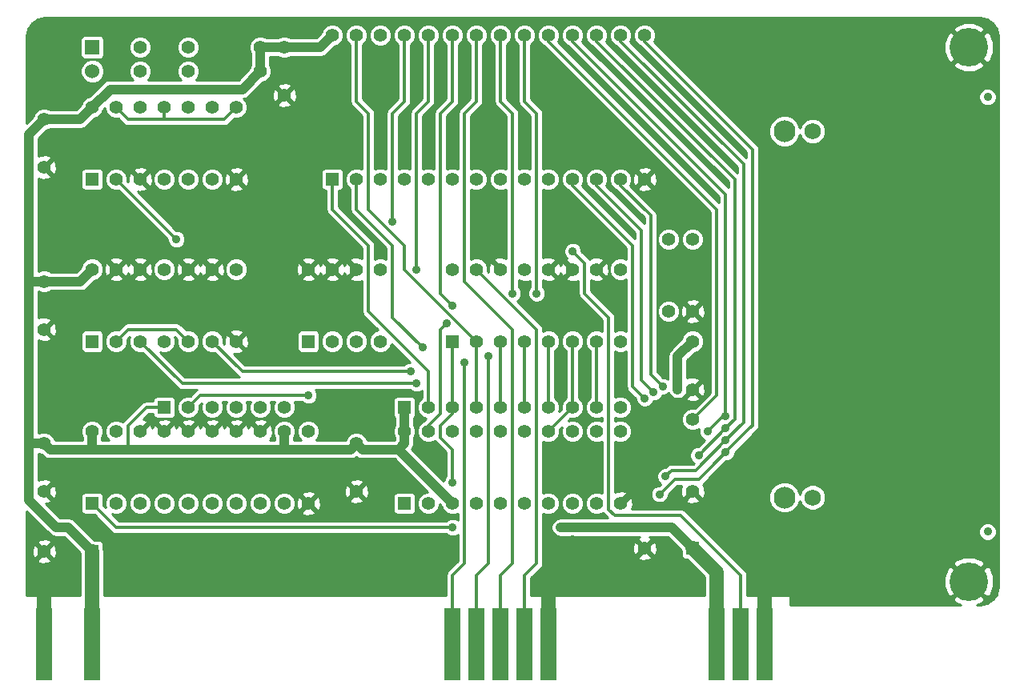
<source format=gbl>
G04 (created by PCBNEW-RS274X (2012-01-19 BZR 3256)-stable) date 2/15/2013 12:00:00 AM*
G01*
G70*
G90*
%MOIN*%
G04 Gerber Fmt 3.4, Leading zero omitted, Abs format*
%FSLAX34Y34*%
G04 APERTURE LIST*
%ADD10C,0.006000*%
%ADD11C,0.160000*%
%ADD12R,0.055000X0.055000*%
%ADD13C,0.055000*%
%ADD14R,0.060000X0.060000*%
%ADD15C,0.060000*%
%ADD16R,0.070000X0.300000*%
%ADD17C,0.035400*%
%ADD18C,0.068900*%
%ADD19C,0.090600*%
%ADD20C,0.035000*%
%ADD21C,0.014500*%
%ADD22C,0.060000*%
%ADD23C,0.030000*%
%ADD24C,0.040000*%
%ADD25C,0.010000*%
G04 APERTURE END LIST*
G54D10*
G54D11*
X79500Y-26500D03*
X79500Y-48750D03*
G54D12*
X43000Y-45500D03*
G54D13*
X44000Y-45500D03*
X45000Y-45500D03*
X46000Y-45500D03*
X47000Y-45500D03*
X48000Y-45500D03*
X49000Y-45500D03*
X50000Y-45500D03*
X51000Y-45500D03*
X52000Y-45500D03*
X52000Y-42500D03*
X51000Y-42500D03*
X50000Y-42500D03*
X49000Y-42500D03*
X48000Y-42500D03*
X47000Y-42500D03*
X46000Y-42500D03*
X45000Y-42500D03*
X44000Y-42500D03*
X43000Y-42500D03*
G54D12*
X58000Y-38750D03*
G54D13*
X59000Y-38750D03*
X60000Y-38750D03*
X61000Y-38750D03*
X62000Y-38750D03*
X63000Y-38750D03*
X64000Y-38750D03*
X65000Y-38750D03*
X65000Y-35750D03*
X64000Y-35750D03*
X63000Y-35750D03*
X62000Y-35750D03*
X61000Y-35750D03*
X60000Y-35750D03*
X59000Y-35750D03*
X58000Y-35750D03*
X51000Y-26500D03*
X51000Y-28500D03*
X68000Y-38750D03*
X68000Y-40750D03*
X41000Y-29500D03*
X41000Y-31500D03*
X41000Y-36250D03*
X41000Y-38250D03*
X41000Y-43000D03*
X41000Y-45000D03*
X54000Y-43000D03*
X54000Y-45000D03*
X47000Y-27500D03*
X50000Y-27500D03*
X47000Y-26500D03*
X50000Y-26500D03*
X67000Y-34500D03*
X67000Y-37500D03*
X68000Y-34500D03*
X68000Y-37500D03*
X68000Y-42000D03*
X68000Y-45000D03*
G54D12*
X43000Y-47500D03*
G54D13*
X41000Y-47500D03*
G54D12*
X68000Y-47375D03*
G54D13*
X66000Y-47375D03*
G54D14*
X43000Y-26500D03*
G54D15*
X43000Y-27500D03*
G54D12*
X46000Y-41500D03*
G54D13*
X47000Y-41500D03*
X48000Y-41500D03*
X49000Y-41500D03*
X50000Y-41500D03*
X51000Y-41500D03*
G54D12*
X56000Y-41500D03*
G54D13*
X57000Y-41500D03*
X58000Y-41500D03*
X59000Y-41500D03*
X60000Y-41500D03*
X61000Y-41500D03*
X62000Y-41500D03*
X63000Y-41500D03*
X64000Y-41500D03*
X65000Y-41500D03*
G54D12*
X52000Y-38750D03*
G54D13*
X53000Y-38750D03*
X54000Y-38750D03*
X55000Y-38750D03*
X55000Y-35750D03*
X54000Y-35750D03*
X53000Y-35750D03*
X52000Y-35750D03*
G54D12*
X53000Y-32000D03*
G54D13*
X54000Y-32000D03*
X55000Y-32000D03*
X56000Y-32000D03*
X57000Y-32000D03*
X58000Y-32000D03*
X59000Y-32000D03*
X60000Y-32000D03*
X61000Y-32000D03*
X62000Y-32000D03*
X63000Y-32000D03*
X64000Y-32000D03*
X65000Y-32000D03*
X66000Y-32000D03*
X66000Y-26000D03*
X65000Y-26000D03*
X64000Y-26000D03*
X63000Y-26000D03*
X62000Y-26000D03*
X61000Y-26000D03*
X60000Y-26000D03*
X59000Y-26000D03*
X58000Y-26000D03*
X57000Y-26000D03*
X56000Y-26000D03*
X55000Y-26000D03*
X54000Y-26000D03*
X53000Y-26000D03*
G54D12*
X56000Y-45500D03*
G54D13*
X57000Y-45500D03*
X58000Y-45500D03*
X59000Y-45500D03*
X60000Y-45500D03*
X61000Y-45500D03*
X62000Y-45500D03*
X63000Y-45500D03*
X64000Y-45500D03*
X65000Y-45500D03*
X65000Y-42500D03*
X64000Y-42500D03*
X63000Y-42500D03*
X62000Y-42500D03*
X61000Y-42500D03*
X60000Y-42500D03*
X59000Y-42500D03*
X58000Y-42500D03*
X57000Y-42500D03*
X56000Y-42500D03*
G54D12*
X43000Y-38750D03*
G54D13*
X44000Y-38750D03*
X45000Y-38750D03*
X46000Y-38750D03*
X47000Y-38750D03*
X48000Y-38750D03*
X49000Y-38750D03*
X49000Y-35750D03*
X48000Y-35750D03*
X47000Y-35750D03*
X46000Y-35750D03*
X45000Y-35750D03*
X44000Y-35750D03*
X43000Y-35750D03*
G54D12*
X43000Y-32000D03*
G54D13*
X44000Y-32000D03*
X45000Y-32000D03*
X46000Y-32000D03*
X47000Y-32000D03*
X48000Y-32000D03*
X49000Y-32000D03*
X49000Y-29000D03*
X48000Y-29000D03*
X47000Y-29000D03*
X46000Y-29000D03*
X45000Y-29000D03*
X44000Y-29000D03*
X43000Y-29000D03*
G54D16*
X71000Y-51375D03*
X70000Y-51375D03*
X69000Y-51375D03*
X62000Y-51375D03*
X61000Y-51375D03*
X60000Y-51375D03*
X59000Y-51375D03*
X58000Y-51375D03*
X43000Y-51375D03*
X41000Y-51375D03*
G54D13*
X45000Y-26500D03*
X45000Y-27500D03*
G54D17*
X80283Y-46680D03*
X80283Y-28570D03*
G54D18*
X73000Y-45251D03*
X73000Y-29999D03*
G54D19*
X71819Y-45251D03*
X71819Y-29999D03*
G54D20*
X60500Y-36750D03*
X58000Y-37250D03*
X56750Y-39000D03*
X55500Y-33750D03*
X56500Y-35750D03*
X58000Y-46500D03*
X66000Y-41125D03*
X66375Y-40875D03*
X66750Y-40625D03*
X69375Y-43375D03*
X66625Y-45125D03*
X69375Y-42875D03*
X66875Y-44375D03*
X69375Y-42375D03*
X68250Y-43500D03*
X69375Y-41875D03*
X68625Y-42500D03*
X63000Y-35000D03*
X56500Y-40500D03*
X56250Y-40000D03*
X58500Y-39625D03*
X59500Y-39375D03*
X57750Y-38000D03*
X61500Y-36750D03*
X72500Y-48000D03*
X48500Y-44750D03*
X41000Y-48250D03*
X72000Y-27000D03*
X40500Y-48250D03*
X41000Y-26000D03*
X71000Y-48875D03*
X41000Y-28000D03*
X42000Y-26000D03*
X74000Y-26000D03*
X73000Y-28000D03*
X74000Y-28000D03*
X73000Y-27000D03*
X73500Y-48000D03*
X68500Y-39125D03*
X62000Y-47000D03*
X63000Y-47000D03*
X73000Y-35750D03*
X80000Y-39750D03*
X80000Y-38750D03*
X73000Y-36750D03*
X80000Y-37750D03*
X80000Y-36750D03*
X80000Y-35750D03*
X54000Y-47500D03*
X48750Y-47500D03*
X71750Y-35750D03*
X73000Y-39750D03*
X73000Y-38750D03*
X73000Y-37750D03*
X42000Y-27000D03*
X62000Y-49000D03*
X72000Y-26000D03*
X55000Y-41500D03*
X42000Y-28000D03*
X41000Y-27000D03*
X54500Y-42000D03*
X73000Y-26000D03*
X74000Y-27000D03*
X62000Y-48000D03*
X72000Y-28000D03*
X55000Y-42500D03*
X46500Y-34500D03*
X58000Y-44625D03*
X52000Y-41000D03*
X62500Y-46500D03*
X67375Y-40750D03*
G54D21*
X60500Y-36750D02*
X60500Y-29250D01*
X60000Y-28750D02*
X60500Y-29250D01*
X60000Y-26000D02*
X60000Y-28750D01*
X58000Y-26000D02*
X58000Y-28750D01*
X58000Y-28750D02*
X57500Y-29250D01*
X57500Y-36750D02*
X57500Y-29250D01*
X58000Y-37250D02*
X57500Y-36750D01*
X55500Y-34750D02*
X54000Y-33250D01*
X54000Y-33250D02*
X54000Y-32000D01*
X56750Y-39000D02*
X55500Y-37750D01*
X55500Y-37750D02*
X55500Y-34750D01*
X56000Y-28750D02*
X55500Y-29250D01*
X56000Y-28750D02*
X56000Y-26000D01*
X55500Y-33750D02*
X55500Y-29250D01*
X57000Y-26000D02*
X57000Y-28750D01*
X56500Y-29250D02*
X56500Y-35750D01*
X57000Y-28750D02*
X56500Y-29250D01*
X58000Y-46500D02*
X44000Y-46500D01*
X44000Y-46500D02*
X43000Y-45500D01*
X65500Y-34750D02*
X63000Y-32250D01*
X65500Y-40625D02*
X65500Y-35000D01*
X63000Y-32250D02*
X63000Y-32000D01*
X65500Y-35000D02*
X65500Y-34750D01*
X66000Y-41125D02*
X65500Y-40625D01*
X64000Y-32250D02*
X64000Y-32000D01*
X65875Y-34125D02*
X64000Y-32250D01*
X65875Y-40375D02*
X65875Y-37375D01*
X65875Y-34250D02*
X65875Y-34125D01*
X65875Y-37375D02*
X65875Y-34250D01*
X66375Y-40875D02*
X65875Y-40375D01*
X65000Y-32250D02*
X65000Y-32000D01*
X66250Y-33750D02*
X66250Y-33500D01*
X66750Y-40625D02*
X66250Y-40125D01*
X66250Y-33500D02*
X65000Y-32250D01*
X66250Y-33750D02*
X66250Y-40125D01*
X70500Y-42250D02*
X70500Y-31000D01*
X70500Y-31000D02*
X70500Y-30750D01*
X66000Y-26250D02*
X66000Y-26000D01*
X70375Y-42375D02*
X70500Y-42250D01*
X69375Y-43375D02*
X70375Y-42375D01*
X70500Y-30750D02*
X66000Y-26250D01*
X69375Y-43375D02*
X68750Y-44000D01*
X68250Y-44500D02*
X67250Y-44500D01*
X68500Y-44250D02*
X68250Y-44500D01*
X68750Y-44000D02*
X68500Y-44250D01*
X66625Y-45125D02*
X67250Y-44500D01*
X70125Y-31375D02*
X65000Y-26250D01*
X69375Y-42875D02*
X70125Y-42125D01*
X70125Y-42125D02*
X70125Y-31750D01*
X70125Y-31750D02*
X70125Y-31375D01*
X65000Y-26250D02*
X65000Y-26000D01*
X66875Y-44375D02*
X67125Y-44125D01*
X68125Y-44125D02*
X69375Y-42875D01*
X67125Y-44125D02*
X68125Y-44125D01*
X69375Y-42375D02*
X69750Y-42000D01*
X69750Y-32250D02*
X69750Y-32000D01*
X64000Y-26250D02*
X64000Y-26000D01*
X69750Y-42000D02*
X69750Y-32250D01*
X68250Y-43500D02*
X69375Y-42375D01*
X69750Y-32000D02*
X64000Y-26250D01*
X69375Y-32625D02*
X63000Y-26250D01*
X69375Y-41875D02*
X69375Y-32750D01*
X63000Y-26250D02*
X63000Y-26000D01*
X69250Y-41875D02*
X69375Y-41875D01*
X69375Y-32750D02*
X69375Y-32625D01*
X68625Y-42500D02*
X69250Y-41875D01*
X69000Y-41000D02*
X68000Y-42000D01*
X62000Y-26250D02*
X69000Y-33250D01*
X62000Y-26000D02*
X62000Y-26250D01*
X69000Y-33250D02*
X69000Y-41000D01*
X54500Y-34750D02*
X53000Y-33250D01*
X53000Y-33250D02*
X53000Y-32000D01*
X55502Y-38502D02*
X57000Y-40000D01*
X54500Y-37500D02*
X54500Y-35750D01*
X57000Y-40000D02*
X57000Y-41500D01*
X54500Y-35750D02*
X54500Y-34750D01*
X55502Y-38500D02*
X55500Y-38500D01*
X55500Y-38500D02*
X54500Y-37500D01*
X55502Y-38500D02*
X55502Y-38502D01*
X63500Y-36750D02*
X64500Y-37750D01*
X70000Y-48500D02*
X67500Y-46000D01*
X63500Y-35500D02*
X63500Y-36750D01*
X70000Y-51375D02*
X70000Y-48500D01*
X64500Y-45750D02*
X64500Y-37750D01*
X67500Y-46000D02*
X64750Y-46000D01*
X64750Y-46000D02*
X64500Y-45750D01*
X63500Y-35500D02*
X63000Y-35000D01*
X56500Y-40500D02*
X46750Y-40500D01*
X46750Y-40500D02*
X45000Y-38750D01*
X49250Y-40000D02*
X48000Y-38750D01*
X49250Y-40000D02*
X56000Y-40000D01*
X56000Y-40000D02*
X56250Y-40000D01*
X58500Y-46250D02*
X58500Y-48000D01*
X58500Y-40000D02*
X58500Y-46250D01*
X58000Y-49000D02*
X58000Y-48500D01*
X58500Y-39625D02*
X58500Y-40000D01*
X58000Y-49000D02*
X58000Y-51375D01*
X58000Y-48500D02*
X58500Y-48000D01*
X59000Y-48500D02*
X59500Y-48000D01*
X59500Y-39500D02*
X59500Y-46250D01*
X59000Y-49000D02*
X59000Y-51375D01*
X59000Y-49000D02*
X59000Y-48750D01*
X59000Y-48750D02*
X59000Y-48500D01*
X59500Y-39375D02*
X59500Y-39500D01*
X59500Y-46250D02*
X59500Y-48000D01*
X58500Y-29250D02*
X59000Y-28750D01*
X59000Y-28750D02*
X59000Y-26000D01*
X60500Y-38250D02*
X58500Y-36250D01*
X60000Y-48750D02*
X60000Y-48500D01*
X60000Y-49000D02*
X60000Y-48750D01*
X60500Y-38750D02*
X60500Y-38250D01*
X60000Y-51375D02*
X60000Y-49000D01*
X60000Y-48500D02*
X60500Y-48000D01*
X58500Y-36250D02*
X58500Y-29250D01*
X60500Y-48000D02*
X60500Y-38750D01*
X61000Y-51375D02*
X61000Y-49000D01*
X61000Y-49000D02*
X61000Y-48625D01*
X61500Y-38250D02*
X59000Y-35750D01*
X61500Y-38500D02*
X61500Y-38250D01*
X61500Y-48000D02*
X61500Y-38500D01*
X61000Y-48500D02*
X61500Y-48000D01*
X61000Y-48625D02*
X61000Y-48500D01*
X54500Y-33125D02*
X54500Y-33250D01*
X54500Y-33250D02*
X56000Y-34750D01*
X54000Y-26000D02*
X54000Y-28750D01*
X56000Y-35750D02*
X59000Y-38750D01*
X56000Y-34750D02*
X56000Y-35750D01*
X54500Y-29250D02*
X54500Y-33125D01*
X54000Y-28750D02*
X54500Y-29250D01*
X59000Y-38750D02*
X59000Y-41500D01*
X61000Y-28750D02*
X61500Y-29250D01*
X61000Y-26000D02*
X61000Y-28750D01*
X61500Y-29250D02*
X61500Y-36750D01*
X57500Y-41750D02*
X57500Y-38250D01*
X57000Y-42250D02*
X57500Y-41750D01*
X57000Y-42500D02*
X57000Y-42250D01*
X57500Y-38250D02*
X57750Y-38000D01*
X71000Y-48000D02*
X72500Y-48000D01*
X44000Y-35750D02*
X44500Y-36250D01*
X65375Y-48000D02*
X63000Y-48000D01*
X48000Y-35750D02*
X48500Y-36250D01*
X47000Y-35750D02*
X47500Y-36250D01*
X78750Y-48000D02*
X79500Y-48750D01*
X53000Y-35750D02*
X53500Y-36250D01*
X41000Y-28000D02*
X42000Y-28000D01*
X47500Y-37250D02*
X42500Y-37250D01*
X62000Y-49000D02*
X62000Y-48000D01*
X42000Y-37250D02*
X41000Y-38250D01*
X52750Y-44750D02*
X53000Y-44500D01*
G54D22*
X71000Y-51375D02*
X71000Y-48875D01*
G54D21*
X48250Y-31250D02*
X49000Y-32000D01*
X44000Y-35750D02*
X42500Y-37250D01*
X67250Y-41500D02*
X67250Y-42500D01*
G54D22*
X62000Y-51375D02*
X62000Y-49000D01*
G54D21*
X46000Y-31000D02*
X48000Y-31000D01*
X67250Y-42500D02*
X65500Y-44250D01*
X52000Y-45500D02*
X52750Y-44750D01*
X62500Y-35250D02*
X62000Y-35750D01*
X72000Y-28000D02*
X73000Y-28000D01*
X48500Y-36250D02*
X51500Y-36250D01*
X53000Y-44500D02*
X53500Y-44500D01*
X65500Y-44250D02*
X65500Y-45000D01*
X49500Y-42000D02*
X50000Y-42500D01*
X41000Y-26000D02*
X42000Y-26000D01*
X67500Y-45500D02*
X66000Y-45500D01*
X42500Y-37250D02*
X42000Y-37250D01*
X62500Y-31750D02*
X62500Y-35250D01*
X47500Y-36250D02*
X48000Y-35750D01*
X41500Y-31000D02*
X46000Y-31000D01*
X45750Y-31250D02*
X46000Y-31000D01*
X49375Y-30125D02*
X51000Y-28500D01*
X45000Y-35750D02*
X45500Y-36250D01*
X48000Y-31000D02*
X48250Y-31250D01*
X66000Y-32000D02*
X65125Y-31125D01*
X49000Y-38750D02*
X47500Y-37250D01*
X52500Y-36250D02*
X53000Y-35750D01*
X45500Y-36250D02*
X46500Y-36250D01*
X53500Y-36250D02*
X54000Y-35750D01*
G54D23*
X65000Y-45500D02*
X65500Y-45000D01*
G54D21*
X52000Y-35750D02*
X52500Y-36250D01*
X68000Y-40750D02*
X67250Y-41500D01*
X53500Y-44500D02*
X53750Y-44750D01*
X63125Y-31125D02*
X62500Y-31750D01*
X41000Y-31500D02*
X41500Y-31000D01*
X73500Y-48000D02*
X78750Y-48000D01*
X44500Y-36250D02*
X45000Y-35750D01*
X51500Y-36250D02*
X52000Y-35750D01*
X54500Y-42000D02*
X55000Y-41500D01*
X49000Y-42500D02*
X48500Y-42000D01*
X45500Y-42000D02*
X45000Y-42500D01*
X68500Y-39125D02*
X68500Y-38000D01*
X68500Y-38000D02*
X68000Y-37500D01*
X68500Y-40250D02*
X68500Y-39125D01*
X68000Y-40750D02*
X68500Y-40250D01*
X48000Y-42500D02*
X47500Y-42000D01*
X65125Y-31125D02*
X63125Y-31125D01*
X72000Y-26000D02*
X73000Y-26000D01*
X45000Y-32000D02*
X45750Y-31250D01*
X47500Y-42000D02*
X47000Y-42500D01*
X71750Y-35750D02*
X73000Y-35750D01*
X80000Y-39750D02*
X80000Y-38500D01*
X80000Y-38500D02*
X80000Y-38750D01*
X80000Y-37750D02*
X80000Y-36750D01*
X73000Y-39750D02*
X73000Y-38750D01*
X73000Y-36750D02*
X73000Y-37750D01*
X41000Y-45000D02*
X41250Y-44750D01*
X41250Y-44750D02*
X44500Y-44750D01*
X53750Y-44750D02*
X54000Y-45000D01*
X74000Y-26000D02*
X74000Y-27000D01*
X44500Y-44750D02*
X48500Y-44750D01*
X46500Y-36250D02*
X47000Y-35750D01*
X48500Y-31000D02*
X49250Y-30250D01*
G54D22*
X41000Y-51375D02*
X41000Y-48875D01*
G54D21*
X62000Y-47000D02*
X63000Y-47000D01*
X62000Y-49000D02*
X63000Y-48000D01*
X66000Y-45500D02*
X65500Y-45000D01*
X49250Y-30250D02*
X49375Y-30125D01*
X66000Y-47375D02*
X65375Y-48000D01*
X46000Y-42500D02*
X45500Y-42000D01*
X41000Y-48875D02*
X41000Y-48250D01*
X73000Y-27000D02*
X72000Y-27000D01*
X48000Y-31000D02*
X48500Y-31000D01*
X71000Y-48875D02*
X71000Y-48000D01*
X52750Y-44750D02*
X52500Y-44750D01*
X48500Y-44750D02*
X52500Y-44750D01*
X46500Y-42000D02*
X46000Y-42500D01*
X68000Y-45000D02*
X67500Y-45500D01*
X42000Y-27000D02*
X41000Y-27000D01*
X49000Y-42500D02*
X49500Y-42000D01*
X48500Y-42000D02*
X48000Y-42500D01*
X68000Y-45000D02*
X71000Y-48000D01*
X47000Y-42500D02*
X46500Y-42000D01*
X46500Y-34500D02*
X44000Y-32000D01*
X60000Y-41500D02*
X60000Y-38750D01*
X62000Y-38750D02*
X62000Y-41500D01*
X64000Y-38750D02*
X64000Y-41500D01*
X58000Y-43250D02*
X57500Y-42750D01*
X57500Y-42375D02*
X57500Y-42250D01*
X57500Y-42750D02*
X57500Y-42375D01*
X58000Y-41750D02*
X58000Y-41500D01*
X57500Y-42250D02*
X58000Y-41750D01*
X58000Y-38750D02*
X58000Y-41500D01*
X58000Y-44625D02*
X58000Y-43250D01*
X61000Y-38750D02*
X61000Y-41500D01*
X63000Y-41500D02*
X62000Y-42500D01*
X63000Y-38750D02*
X63000Y-41500D01*
X48750Y-41000D02*
X47500Y-41000D01*
X52000Y-41000D02*
X48750Y-41000D01*
X47500Y-41000D02*
X47000Y-41500D01*
X44500Y-29500D02*
X46000Y-29500D01*
X44000Y-29000D02*
X44500Y-29500D01*
X46000Y-29000D02*
X46000Y-29500D01*
X46000Y-29500D02*
X48500Y-29500D01*
X48500Y-29500D02*
X49000Y-29000D01*
X44500Y-38250D02*
X46500Y-38250D01*
X46500Y-38250D02*
X47000Y-38750D01*
X44000Y-38750D02*
X44500Y-38250D01*
G54D24*
X40375Y-36250D02*
X41000Y-36250D01*
G54D22*
X69000Y-51375D02*
X69000Y-48375D01*
G54D24*
X41000Y-43000D02*
X41250Y-43250D01*
X56250Y-43750D02*
X55750Y-43250D01*
X58000Y-45500D02*
X56250Y-43750D01*
X50000Y-27500D02*
X50000Y-26500D01*
X54250Y-43250D02*
X55750Y-43250D01*
X41000Y-43000D02*
X40375Y-43000D01*
X56000Y-43000D02*
X56000Y-42500D01*
G54D22*
X43000Y-51375D02*
X43000Y-47500D01*
G54D24*
X40375Y-45375D02*
X40375Y-43000D01*
X50000Y-26500D02*
X51000Y-26500D01*
G54D21*
X45250Y-41500D02*
X44500Y-42250D01*
G54D24*
X42500Y-29500D02*
X43000Y-29000D01*
X40375Y-36250D02*
X40375Y-43000D01*
X41000Y-29500D02*
X42500Y-29500D01*
X67125Y-46500D02*
X68000Y-47375D01*
X67125Y-46500D02*
X64500Y-46500D01*
X64500Y-46500D02*
X62500Y-46500D01*
X40375Y-30125D02*
X41000Y-29500D01*
X41250Y-43250D02*
X43000Y-43250D01*
X43000Y-29000D02*
X43750Y-28250D01*
X51000Y-43250D02*
X53750Y-43250D01*
X41500Y-46500D02*
X40375Y-45375D01*
X43000Y-47500D02*
X42000Y-46500D01*
X42500Y-36250D02*
X43000Y-35750D01*
X40375Y-36250D02*
X40375Y-30125D01*
G54D21*
X44500Y-42250D02*
X44500Y-43250D01*
G54D24*
X49250Y-28250D02*
X50000Y-27500D01*
X51000Y-42500D02*
X51000Y-43250D01*
X55750Y-43250D02*
X56000Y-43000D01*
X41000Y-36250D02*
X42500Y-36250D01*
X43750Y-28250D02*
X49250Y-28250D01*
X43000Y-42500D02*
X43000Y-43250D01*
X67375Y-40750D02*
X67375Y-39375D01*
X67375Y-39375D02*
X68000Y-38750D01*
X52500Y-26500D02*
X53000Y-26000D01*
G54D22*
X69000Y-48375D02*
X68000Y-47375D01*
G54D24*
X56000Y-42500D02*
X56000Y-41500D01*
X44500Y-43250D02*
X51000Y-43250D01*
X42000Y-46500D02*
X41500Y-46500D01*
X43000Y-43250D02*
X44500Y-43250D01*
X54000Y-43000D02*
X54250Y-43250D01*
X53750Y-43250D02*
X54000Y-43000D01*
G54D21*
X46000Y-41500D02*
X45250Y-41500D01*
G54D24*
X51000Y-26500D02*
X52500Y-26500D01*
G54D10*
G36*
X42501Y-49325D02*
X41519Y-49325D01*
X41519Y-47574D01*
X41508Y-47370D01*
X41452Y-47233D01*
X41361Y-47210D01*
X41290Y-47281D01*
X41290Y-47139D01*
X41267Y-47048D01*
X41074Y-46981D01*
X40870Y-46992D01*
X40733Y-47048D01*
X40710Y-47139D01*
X41000Y-47429D01*
X41290Y-47139D01*
X41290Y-47281D01*
X41071Y-47500D01*
X41361Y-47790D01*
X41452Y-47767D01*
X41519Y-47574D01*
X41519Y-49325D01*
X41290Y-49325D01*
X41290Y-47861D01*
X41000Y-47571D01*
X40929Y-47642D01*
X40929Y-47500D01*
X40639Y-47210D01*
X40548Y-47233D01*
X40481Y-47426D01*
X40492Y-47630D01*
X40548Y-47767D01*
X40639Y-47790D01*
X40929Y-47500D01*
X40929Y-47642D01*
X40710Y-47861D01*
X40733Y-47952D01*
X40926Y-48019D01*
X41130Y-48008D01*
X41267Y-47952D01*
X41290Y-47861D01*
X41290Y-49325D01*
X40274Y-49325D01*
X40274Y-45838D01*
X41217Y-46781D01*
X41218Y-46782D01*
X41347Y-46869D01*
X41499Y-46898D01*
X41500Y-46899D01*
X41835Y-46899D01*
X42501Y-47565D01*
X42501Y-49325D01*
X42501Y-49325D01*
G37*
G54D25*
X42501Y-49325D02*
X41519Y-49325D01*
X41519Y-47574D01*
X41508Y-47370D01*
X41452Y-47233D01*
X41361Y-47210D01*
X41290Y-47281D01*
X41290Y-47139D01*
X41267Y-47048D01*
X41074Y-46981D01*
X40870Y-46992D01*
X40733Y-47048D01*
X40710Y-47139D01*
X41000Y-47429D01*
X41290Y-47139D01*
X41290Y-47281D01*
X41071Y-47500D01*
X41361Y-47790D01*
X41452Y-47767D01*
X41519Y-47574D01*
X41519Y-49325D01*
X41290Y-49325D01*
X41290Y-47861D01*
X41000Y-47571D01*
X40929Y-47642D01*
X40929Y-47500D01*
X40639Y-47210D01*
X40548Y-47233D01*
X40481Y-47426D01*
X40492Y-47630D01*
X40548Y-47767D01*
X40639Y-47790D01*
X40929Y-47500D01*
X40929Y-47642D01*
X40710Y-47861D01*
X40733Y-47952D01*
X40926Y-48019D01*
X41130Y-48008D01*
X41267Y-47952D01*
X41290Y-47861D01*
X41290Y-49325D01*
X40274Y-49325D01*
X40274Y-45838D01*
X41217Y-46781D01*
X41218Y-46782D01*
X41347Y-46869D01*
X41499Y-46898D01*
X41500Y-46899D01*
X41835Y-46899D01*
X42501Y-47565D01*
X42501Y-49325D01*
G54D10*
G36*
X58071Y-35750D02*
X58000Y-35821D01*
X57929Y-35750D01*
X58000Y-35679D01*
X58071Y-35750D01*
X58071Y-35750D01*
G37*
G54D25*
X58071Y-35750D02*
X58000Y-35821D01*
X57929Y-35750D01*
X58000Y-35679D01*
X58071Y-35750D01*
G54D10*
G36*
X58071Y-42500D02*
X58000Y-42571D01*
X57929Y-42500D01*
X58000Y-42429D01*
X58071Y-42500D01*
X58071Y-42500D01*
G37*
G54D25*
X58071Y-42500D02*
X58000Y-42571D01*
X57929Y-42500D01*
X58000Y-42429D01*
X58071Y-42500D01*
G54D10*
G36*
X58229Y-47887D02*
X57808Y-48308D01*
X57750Y-48396D01*
X57746Y-48414D01*
X57728Y-48500D01*
X57729Y-48504D01*
X57729Y-49000D01*
X57729Y-49325D01*
X43499Y-49325D01*
X43499Y-47500D01*
X43473Y-47369D01*
X43473Y-47186D01*
X43443Y-47113D01*
X43387Y-47057D01*
X43315Y-47027D01*
X43236Y-47027D01*
X43130Y-47027D01*
X43081Y-47017D01*
X42282Y-46218D01*
X42153Y-46131D01*
X42000Y-46101D01*
X41665Y-46101D01*
X41519Y-45955D01*
X41519Y-45074D01*
X41508Y-44870D01*
X41452Y-44733D01*
X41361Y-44710D01*
X41071Y-45000D01*
X41361Y-45290D01*
X41452Y-45267D01*
X41519Y-45074D01*
X41519Y-45955D01*
X41074Y-45510D01*
X41130Y-45508D01*
X41267Y-45452D01*
X41290Y-45361D01*
X41035Y-45106D01*
X41000Y-45071D01*
X40929Y-45000D01*
X41000Y-44929D01*
X41035Y-44894D01*
X41290Y-44639D01*
X41267Y-44548D01*
X41074Y-44481D01*
X40870Y-44492D01*
X40774Y-44531D01*
X40774Y-43419D01*
X40905Y-43474D01*
X40909Y-43474D01*
X40967Y-43532D01*
X40968Y-43532D01*
X41097Y-43619D01*
X41250Y-43649D01*
X43000Y-43649D01*
X44500Y-43649D01*
X51000Y-43649D01*
X53750Y-43649D01*
X53903Y-43619D01*
X53999Y-43553D01*
X54097Y-43619D01*
X54250Y-43649D01*
X55585Y-43649D01*
X55968Y-44032D01*
X56961Y-45026D01*
X56906Y-45026D01*
X56732Y-45098D01*
X56598Y-45231D01*
X56526Y-45405D01*
X56526Y-45594D01*
X56598Y-45768D01*
X56731Y-45902D01*
X56905Y-45974D01*
X57094Y-45974D01*
X57268Y-45902D01*
X57402Y-45769D01*
X57474Y-45595D01*
X57474Y-45538D01*
X57526Y-45590D01*
X57526Y-45594D01*
X57598Y-45768D01*
X57731Y-45902D01*
X57905Y-45974D01*
X58094Y-45974D01*
X58229Y-45918D01*
X58229Y-46200D01*
X58212Y-46183D01*
X58075Y-46126D01*
X57926Y-46126D01*
X57789Y-46183D01*
X57742Y-46229D01*
X56473Y-46229D01*
X56473Y-45815D01*
X56473Y-45736D01*
X56473Y-45186D01*
X56443Y-45113D01*
X56387Y-45057D01*
X56315Y-45027D01*
X56236Y-45027D01*
X55686Y-45027D01*
X55613Y-45057D01*
X55557Y-45113D01*
X55527Y-45185D01*
X55527Y-45264D01*
X55527Y-45814D01*
X55557Y-45887D01*
X55613Y-45943D01*
X55685Y-45973D01*
X55764Y-45973D01*
X56314Y-45973D01*
X56387Y-45943D01*
X56443Y-45887D01*
X56473Y-45815D01*
X56473Y-46229D01*
X54519Y-46229D01*
X54519Y-45074D01*
X54508Y-44870D01*
X54452Y-44733D01*
X54361Y-44710D01*
X54290Y-44781D01*
X54290Y-44639D01*
X54267Y-44548D01*
X54074Y-44481D01*
X53870Y-44492D01*
X53733Y-44548D01*
X53710Y-44639D01*
X54000Y-44929D01*
X54290Y-44639D01*
X54290Y-44781D01*
X54071Y-45000D01*
X54361Y-45290D01*
X54452Y-45267D01*
X54519Y-45074D01*
X54519Y-46229D01*
X54290Y-46229D01*
X54290Y-45361D01*
X54000Y-45071D01*
X53929Y-45142D01*
X53929Y-45000D01*
X53639Y-44710D01*
X53548Y-44733D01*
X53481Y-44926D01*
X53492Y-45130D01*
X53548Y-45267D01*
X53639Y-45290D01*
X53929Y-45000D01*
X53929Y-45142D01*
X53710Y-45361D01*
X53733Y-45452D01*
X53926Y-45519D01*
X54130Y-45508D01*
X54267Y-45452D01*
X54290Y-45361D01*
X54290Y-46229D01*
X52519Y-46229D01*
X52519Y-45574D01*
X52508Y-45370D01*
X52452Y-45233D01*
X52361Y-45210D01*
X52290Y-45281D01*
X52290Y-45139D01*
X52267Y-45048D01*
X52074Y-44981D01*
X51870Y-44992D01*
X51733Y-45048D01*
X51710Y-45139D01*
X52000Y-45429D01*
X52290Y-45139D01*
X52290Y-45281D01*
X52071Y-45500D01*
X52361Y-45790D01*
X52452Y-45767D01*
X52519Y-45574D01*
X52519Y-46229D01*
X52290Y-46229D01*
X52290Y-45861D01*
X52000Y-45571D01*
X51929Y-45642D01*
X51929Y-45500D01*
X51639Y-45210D01*
X51548Y-45233D01*
X51481Y-45426D01*
X51492Y-45630D01*
X51548Y-45767D01*
X51639Y-45790D01*
X51929Y-45500D01*
X51929Y-45642D01*
X51710Y-45861D01*
X51733Y-45952D01*
X51926Y-46019D01*
X52130Y-46008D01*
X52267Y-45952D01*
X52290Y-45861D01*
X52290Y-46229D01*
X51474Y-46229D01*
X51474Y-45595D01*
X51474Y-45406D01*
X51402Y-45232D01*
X51269Y-45098D01*
X51095Y-45026D01*
X50906Y-45026D01*
X50732Y-45098D01*
X50598Y-45231D01*
X50526Y-45405D01*
X50526Y-45594D01*
X50598Y-45768D01*
X50731Y-45902D01*
X50905Y-45974D01*
X51094Y-45974D01*
X51268Y-45902D01*
X51402Y-45769D01*
X51474Y-45595D01*
X51474Y-46229D01*
X50474Y-46229D01*
X50474Y-45595D01*
X50474Y-45406D01*
X50402Y-45232D01*
X50269Y-45098D01*
X50095Y-45026D01*
X49906Y-45026D01*
X49732Y-45098D01*
X49598Y-45231D01*
X49526Y-45405D01*
X49526Y-45594D01*
X49598Y-45768D01*
X49731Y-45902D01*
X49905Y-45974D01*
X50094Y-45974D01*
X50268Y-45902D01*
X50402Y-45769D01*
X50474Y-45595D01*
X50474Y-46229D01*
X49474Y-46229D01*
X49474Y-45595D01*
X49474Y-45406D01*
X49402Y-45232D01*
X49269Y-45098D01*
X49095Y-45026D01*
X48906Y-45026D01*
X48732Y-45098D01*
X48598Y-45231D01*
X48526Y-45405D01*
X48526Y-45594D01*
X48598Y-45768D01*
X48731Y-45902D01*
X48905Y-45974D01*
X49094Y-45974D01*
X49268Y-45902D01*
X49402Y-45769D01*
X49474Y-45595D01*
X49474Y-46229D01*
X48474Y-46229D01*
X48474Y-45595D01*
X48474Y-45406D01*
X48402Y-45232D01*
X48269Y-45098D01*
X48095Y-45026D01*
X47906Y-45026D01*
X47732Y-45098D01*
X47598Y-45231D01*
X47526Y-45405D01*
X47526Y-45594D01*
X47598Y-45768D01*
X47731Y-45902D01*
X47905Y-45974D01*
X48094Y-45974D01*
X48268Y-45902D01*
X48402Y-45769D01*
X48474Y-45595D01*
X48474Y-46229D01*
X47474Y-46229D01*
X47474Y-45595D01*
X47474Y-45406D01*
X47402Y-45232D01*
X47269Y-45098D01*
X47095Y-45026D01*
X46906Y-45026D01*
X46732Y-45098D01*
X46598Y-45231D01*
X46526Y-45405D01*
X46526Y-45594D01*
X46598Y-45768D01*
X46731Y-45902D01*
X46905Y-45974D01*
X47094Y-45974D01*
X47268Y-45902D01*
X47402Y-45769D01*
X47474Y-45595D01*
X47474Y-46229D01*
X46474Y-46229D01*
X46474Y-45595D01*
X46474Y-45406D01*
X46402Y-45232D01*
X46269Y-45098D01*
X46095Y-45026D01*
X45906Y-45026D01*
X45732Y-45098D01*
X45598Y-45231D01*
X45526Y-45405D01*
X45526Y-45594D01*
X45598Y-45768D01*
X45731Y-45902D01*
X45905Y-45974D01*
X46094Y-45974D01*
X46268Y-45902D01*
X46402Y-45769D01*
X46474Y-45595D01*
X46474Y-46229D01*
X45474Y-46229D01*
X45474Y-45595D01*
X45474Y-45406D01*
X45402Y-45232D01*
X45269Y-45098D01*
X45095Y-45026D01*
X44906Y-45026D01*
X44732Y-45098D01*
X44598Y-45231D01*
X44526Y-45405D01*
X44526Y-45594D01*
X44598Y-45768D01*
X44731Y-45902D01*
X44905Y-45974D01*
X45094Y-45974D01*
X45268Y-45902D01*
X45402Y-45769D01*
X45474Y-45595D01*
X45474Y-46229D01*
X44112Y-46229D01*
X43823Y-45940D01*
X43905Y-45974D01*
X44094Y-45974D01*
X44268Y-45902D01*
X44402Y-45769D01*
X44474Y-45595D01*
X44474Y-45406D01*
X44402Y-45232D01*
X44269Y-45098D01*
X44095Y-45026D01*
X43906Y-45026D01*
X43732Y-45098D01*
X43598Y-45231D01*
X43526Y-45405D01*
X43526Y-45594D01*
X43560Y-45676D01*
X43473Y-45589D01*
X43473Y-45186D01*
X43443Y-45113D01*
X43387Y-45057D01*
X43315Y-45027D01*
X43236Y-45027D01*
X42686Y-45027D01*
X42613Y-45057D01*
X42557Y-45113D01*
X42527Y-45185D01*
X42527Y-45264D01*
X42527Y-45814D01*
X42557Y-45887D01*
X42613Y-45943D01*
X42685Y-45973D01*
X42764Y-45973D01*
X43089Y-45973D01*
X43806Y-46689D01*
X43808Y-46692D01*
X43896Y-46750D01*
X43897Y-46750D01*
X44000Y-46771D01*
X57742Y-46771D01*
X57788Y-46817D01*
X57925Y-46874D01*
X58074Y-46874D01*
X58211Y-46817D01*
X58229Y-46799D01*
X58229Y-47887D01*
X58229Y-47887D01*
G37*
G54D25*
X58229Y-47887D02*
X57808Y-48308D01*
X57750Y-48396D01*
X57746Y-48414D01*
X57728Y-48500D01*
X57729Y-48504D01*
X57729Y-49000D01*
X57729Y-49325D01*
X43499Y-49325D01*
X43499Y-47500D01*
X43473Y-47369D01*
X43473Y-47186D01*
X43443Y-47113D01*
X43387Y-47057D01*
X43315Y-47027D01*
X43236Y-47027D01*
X43130Y-47027D01*
X43081Y-47017D01*
X42282Y-46218D01*
X42153Y-46131D01*
X42000Y-46101D01*
X41665Y-46101D01*
X41519Y-45955D01*
X41519Y-45074D01*
X41508Y-44870D01*
X41452Y-44733D01*
X41361Y-44710D01*
X41071Y-45000D01*
X41361Y-45290D01*
X41452Y-45267D01*
X41519Y-45074D01*
X41519Y-45955D01*
X41074Y-45510D01*
X41130Y-45508D01*
X41267Y-45452D01*
X41290Y-45361D01*
X41035Y-45106D01*
X41000Y-45071D01*
X40929Y-45000D01*
X41000Y-44929D01*
X41035Y-44894D01*
X41290Y-44639D01*
X41267Y-44548D01*
X41074Y-44481D01*
X40870Y-44492D01*
X40774Y-44531D01*
X40774Y-43419D01*
X40905Y-43474D01*
X40909Y-43474D01*
X40967Y-43532D01*
X40968Y-43532D01*
X41097Y-43619D01*
X41250Y-43649D01*
X43000Y-43649D01*
X44500Y-43649D01*
X51000Y-43649D01*
X53750Y-43649D01*
X53903Y-43619D01*
X53999Y-43553D01*
X54097Y-43619D01*
X54250Y-43649D01*
X55585Y-43649D01*
X55968Y-44032D01*
X56961Y-45026D01*
X56906Y-45026D01*
X56732Y-45098D01*
X56598Y-45231D01*
X56526Y-45405D01*
X56526Y-45594D01*
X56598Y-45768D01*
X56731Y-45902D01*
X56905Y-45974D01*
X57094Y-45974D01*
X57268Y-45902D01*
X57402Y-45769D01*
X57474Y-45595D01*
X57474Y-45538D01*
X57526Y-45590D01*
X57526Y-45594D01*
X57598Y-45768D01*
X57731Y-45902D01*
X57905Y-45974D01*
X58094Y-45974D01*
X58229Y-45918D01*
X58229Y-46200D01*
X58212Y-46183D01*
X58075Y-46126D01*
X57926Y-46126D01*
X57789Y-46183D01*
X57742Y-46229D01*
X56473Y-46229D01*
X56473Y-45815D01*
X56473Y-45736D01*
X56473Y-45186D01*
X56443Y-45113D01*
X56387Y-45057D01*
X56315Y-45027D01*
X56236Y-45027D01*
X55686Y-45027D01*
X55613Y-45057D01*
X55557Y-45113D01*
X55527Y-45185D01*
X55527Y-45264D01*
X55527Y-45814D01*
X55557Y-45887D01*
X55613Y-45943D01*
X55685Y-45973D01*
X55764Y-45973D01*
X56314Y-45973D01*
X56387Y-45943D01*
X56443Y-45887D01*
X56473Y-45815D01*
X56473Y-46229D01*
X54519Y-46229D01*
X54519Y-45074D01*
X54508Y-44870D01*
X54452Y-44733D01*
X54361Y-44710D01*
X54290Y-44781D01*
X54290Y-44639D01*
X54267Y-44548D01*
X54074Y-44481D01*
X53870Y-44492D01*
X53733Y-44548D01*
X53710Y-44639D01*
X54000Y-44929D01*
X54290Y-44639D01*
X54290Y-44781D01*
X54071Y-45000D01*
X54361Y-45290D01*
X54452Y-45267D01*
X54519Y-45074D01*
X54519Y-46229D01*
X54290Y-46229D01*
X54290Y-45361D01*
X54000Y-45071D01*
X53929Y-45142D01*
X53929Y-45000D01*
X53639Y-44710D01*
X53548Y-44733D01*
X53481Y-44926D01*
X53492Y-45130D01*
X53548Y-45267D01*
X53639Y-45290D01*
X53929Y-45000D01*
X53929Y-45142D01*
X53710Y-45361D01*
X53733Y-45452D01*
X53926Y-45519D01*
X54130Y-45508D01*
X54267Y-45452D01*
X54290Y-45361D01*
X54290Y-46229D01*
X52519Y-46229D01*
X52519Y-45574D01*
X52508Y-45370D01*
X52452Y-45233D01*
X52361Y-45210D01*
X52290Y-45281D01*
X52290Y-45139D01*
X52267Y-45048D01*
X52074Y-44981D01*
X51870Y-44992D01*
X51733Y-45048D01*
X51710Y-45139D01*
X52000Y-45429D01*
X52290Y-45139D01*
X52290Y-45281D01*
X52071Y-45500D01*
X52361Y-45790D01*
X52452Y-45767D01*
X52519Y-45574D01*
X52519Y-46229D01*
X52290Y-46229D01*
X52290Y-45861D01*
X52000Y-45571D01*
X51929Y-45642D01*
X51929Y-45500D01*
X51639Y-45210D01*
X51548Y-45233D01*
X51481Y-45426D01*
X51492Y-45630D01*
X51548Y-45767D01*
X51639Y-45790D01*
X51929Y-45500D01*
X51929Y-45642D01*
X51710Y-45861D01*
X51733Y-45952D01*
X51926Y-46019D01*
X52130Y-46008D01*
X52267Y-45952D01*
X52290Y-45861D01*
X52290Y-46229D01*
X51474Y-46229D01*
X51474Y-45595D01*
X51474Y-45406D01*
X51402Y-45232D01*
X51269Y-45098D01*
X51095Y-45026D01*
X50906Y-45026D01*
X50732Y-45098D01*
X50598Y-45231D01*
X50526Y-45405D01*
X50526Y-45594D01*
X50598Y-45768D01*
X50731Y-45902D01*
X50905Y-45974D01*
X51094Y-45974D01*
X51268Y-45902D01*
X51402Y-45769D01*
X51474Y-45595D01*
X51474Y-46229D01*
X50474Y-46229D01*
X50474Y-45595D01*
X50474Y-45406D01*
X50402Y-45232D01*
X50269Y-45098D01*
X50095Y-45026D01*
X49906Y-45026D01*
X49732Y-45098D01*
X49598Y-45231D01*
X49526Y-45405D01*
X49526Y-45594D01*
X49598Y-45768D01*
X49731Y-45902D01*
X49905Y-45974D01*
X50094Y-45974D01*
X50268Y-45902D01*
X50402Y-45769D01*
X50474Y-45595D01*
X50474Y-46229D01*
X49474Y-46229D01*
X49474Y-45595D01*
X49474Y-45406D01*
X49402Y-45232D01*
X49269Y-45098D01*
X49095Y-45026D01*
X48906Y-45026D01*
X48732Y-45098D01*
X48598Y-45231D01*
X48526Y-45405D01*
X48526Y-45594D01*
X48598Y-45768D01*
X48731Y-45902D01*
X48905Y-45974D01*
X49094Y-45974D01*
X49268Y-45902D01*
X49402Y-45769D01*
X49474Y-45595D01*
X49474Y-46229D01*
X48474Y-46229D01*
X48474Y-45595D01*
X48474Y-45406D01*
X48402Y-45232D01*
X48269Y-45098D01*
X48095Y-45026D01*
X47906Y-45026D01*
X47732Y-45098D01*
X47598Y-45231D01*
X47526Y-45405D01*
X47526Y-45594D01*
X47598Y-45768D01*
X47731Y-45902D01*
X47905Y-45974D01*
X48094Y-45974D01*
X48268Y-45902D01*
X48402Y-45769D01*
X48474Y-45595D01*
X48474Y-46229D01*
X47474Y-46229D01*
X47474Y-45595D01*
X47474Y-45406D01*
X47402Y-45232D01*
X47269Y-45098D01*
X47095Y-45026D01*
X46906Y-45026D01*
X46732Y-45098D01*
X46598Y-45231D01*
X46526Y-45405D01*
X46526Y-45594D01*
X46598Y-45768D01*
X46731Y-45902D01*
X46905Y-45974D01*
X47094Y-45974D01*
X47268Y-45902D01*
X47402Y-45769D01*
X47474Y-45595D01*
X47474Y-46229D01*
X46474Y-46229D01*
X46474Y-45595D01*
X46474Y-45406D01*
X46402Y-45232D01*
X46269Y-45098D01*
X46095Y-45026D01*
X45906Y-45026D01*
X45732Y-45098D01*
X45598Y-45231D01*
X45526Y-45405D01*
X45526Y-45594D01*
X45598Y-45768D01*
X45731Y-45902D01*
X45905Y-45974D01*
X46094Y-45974D01*
X46268Y-45902D01*
X46402Y-45769D01*
X46474Y-45595D01*
X46474Y-46229D01*
X45474Y-46229D01*
X45474Y-45595D01*
X45474Y-45406D01*
X45402Y-45232D01*
X45269Y-45098D01*
X45095Y-45026D01*
X44906Y-45026D01*
X44732Y-45098D01*
X44598Y-45231D01*
X44526Y-45405D01*
X44526Y-45594D01*
X44598Y-45768D01*
X44731Y-45902D01*
X44905Y-45974D01*
X45094Y-45974D01*
X45268Y-45902D01*
X45402Y-45769D01*
X45474Y-45595D01*
X45474Y-46229D01*
X44112Y-46229D01*
X43823Y-45940D01*
X43905Y-45974D01*
X44094Y-45974D01*
X44268Y-45902D01*
X44402Y-45769D01*
X44474Y-45595D01*
X44474Y-45406D01*
X44402Y-45232D01*
X44269Y-45098D01*
X44095Y-45026D01*
X43906Y-45026D01*
X43732Y-45098D01*
X43598Y-45231D01*
X43526Y-45405D01*
X43526Y-45594D01*
X43560Y-45676D01*
X43473Y-45589D01*
X43473Y-45186D01*
X43443Y-45113D01*
X43387Y-45057D01*
X43315Y-45027D01*
X43236Y-45027D01*
X42686Y-45027D01*
X42613Y-45057D01*
X42557Y-45113D01*
X42527Y-45185D01*
X42527Y-45264D01*
X42527Y-45814D01*
X42557Y-45887D01*
X42613Y-45943D01*
X42685Y-45973D01*
X42764Y-45973D01*
X43089Y-45973D01*
X43806Y-46689D01*
X43808Y-46692D01*
X43896Y-46750D01*
X43897Y-46750D01*
X44000Y-46771D01*
X57742Y-46771D01*
X57788Y-46817D01*
X57925Y-46874D01*
X58074Y-46874D01*
X58211Y-46817D01*
X58229Y-46799D01*
X58229Y-47887D01*
G54D10*
G36*
X59071Y-42500D02*
X59000Y-42571D01*
X58929Y-42500D01*
X59000Y-42429D01*
X59071Y-42500D01*
X59071Y-42500D01*
G37*
G54D25*
X59071Y-42500D02*
X59000Y-42571D01*
X58929Y-42500D01*
X59000Y-42429D01*
X59071Y-42500D01*
G54D10*
G36*
X61071Y-35750D02*
X61000Y-35821D01*
X60929Y-35750D01*
X61000Y-35679D01*
X61071Y-35750D01*
X61071Y-35750D01*
G37*
G54D25*
X61071Y-35750D02*
X61000Y-35821D01*
X60929Y-35750D01*
X61000Y-35679D01*
X61071Y-35750D01*
G54D10*
G36*
X80726Y-48972D02*
X80665Y-49276D01*
X80659Y-49285D01*
X80659Y-46756D01*
X80659Y-46606D01*
X80659Y-28646D01*
X80659Y-28496D01*
X80602Y-28358D01*
X80530Y-28285D01*
X80530Y-26696D01*
X80527Y-26286D01*
X80377Y-25924D01*
X80233Y-25838D01*
X80162Y-25909D01*
X80162Y-25767D01*
X80076Y-25623D01*
X79696Y-25470D01*
X79286Y-25473D01*
X78924Y-25623D01*
X78838Y-25767D01*
X79500Y-26429D01*
X80162Y-25767D01*
X80162Y-25909D01*
X79571Y-26500D01*
X80233Y-27162D01*
X80377Y-27076D01*
X80530Y-26696D01*
X80530Y-28285D01*
X80497Y-28252D01*
X80359Y-28194D01*
X80209Y-28194D01*
X80162Y-28213D01*
X80162Y-27233D01*
X79500Y-26571D01*
X79429Y-26642D01*
X79429Y-26500D01*
X78767Y-25838D01*
X78623Y-25924D01*
X78470Y-26304D01*
X78473Y-26714D01*
X78623Y-27076D01*
X78767Y-27162D01*
X79429Y-26500D01*
X79429Y-26642D01*
X78838Y-27233D01*
X78924Y-27377D01*
X79304Y-27530D01*
X79714Y-27527D01*
X80076Y-27377D01*
X80162Y-27233D01*
X80162Y-28213D01*
X80071Y-28251D01*
X79965Y-28356D01*
X79907Y-28494D01*
X79907Y-28644D01*
X79964Y-28782D01*
X80069Y-28888D01*
X80207Y-28946D01*
X80357Y-28946D01*
X80495Y-28889D01*
X80601Y-28784D01*
X80659Y-28646D01*
X80659Y-46606D01*
X80602Y-46468D01*
X80497Y-46362D01*
X80359Y-46304D01*
X80209Y-46304D01*
X80071Y-46361D01*
X79965Y-46466D01*
X79907Y-46604D01*
X79907Y-46754D01*
X79964Y-46892D01*
X80069Y-46998D01*
X80207Y-47056D01*
X80357Y-47056D01*
X80495Y-46999D01*
X80601Y-46894D01*
X80659Y-46756D01*
X80659Y-49285D01*
X80530Y-49478D01*
X80530Y-48946D01*
X80527Y-48536D01*
X80377Y-48174D01*
X80233Y-48088D01*
X80162Y-48159D01*
X80162Y-48017D01*
X80076Y-47873D01*
X79696Y-47720D01*
X79286Y-47723D01*
X78924Y-47873D01*
X78838Y-48017D01*
X79500Y-48679D01*
X80162Y-48017D01*
X80162Y-48159D01*
X79571Y-48750D01*
X80233Y-49412D01*
X80377Y-49326D01*
X80530Y-48946D01*
X80530Y-49478D01*
X80509Y-49510D01*
X80276Y-49665D01*
X79972Y-49726D01*
X79837Y-49726D01*
X80076Y-49627D01*
X80162Y-49483D01*
X79500Y-48821D01*
X79429Y-48892D01*
X79429Y-48750D01*
X78767Y-48088D01*
X78623Y-48174D01*
X78470Y-48554D01*
X78473Y-48964D01*
X78623Y-49326D01*
X78767Y-49412D01*
X79429Y-48750D01*
X79429Y-48892D01*
X78838Y-49483D01*
X78924Y-49627D01*
X79169Y-49726D01*
X73542Y-49726D01*
X73542Y-45360D01*
X73542Y-45144D01*
X73542Y-30108D01*
X73542Y-29892D01*
X73460Y-29693D01*
X73308Y-29540D01*
X73109Y-29457D01*
X72893Y-29457D01*
X72694Y-29539D01*
X72541Y-29691D01*
X72468Y-29865D01*
X72371Y-29631D01*
X72188Y-29447D01*
X71949Y-29348D01*
X71690Y-29348D01*
X71451Y-29447D01*
X71267Y-29630D01*
X71168Y-29869D01*
X71168Y-30128D01*
X71267Y-30367D01*
X71450Y-30551D01*
X71689Y-30650D01*
X71948Y-30650D01*
X72187Y-30551D01*
X72371Y-30368D01*
X72468Y-30132D01*
X72540Y-30305D01*
X72692Y-30458D01*
X72891Y-30541D01*
X73107Y-30541D01*
X73306Y-30459D01*
X73459Y-30307D01*
X73542Y-30108D01*
X73542Y-45144D01*
X73460Y-44945D01*
X73308Y-44792D01*
X73109Y-44709D01*
X72893Y-44709D01*
X72694Y-44791D01*
X72541Y-44943D01*
X72468Y-45117D01*
X72371Y-44883D01*
X72188Y-44699D01*
X71949Y-44600D01*
X71690Y-44600D01*
X71451Y-44699D01*
X71267Y-44882D01*
X71168Y-45121D01*
X71168Y-45380D01*
X71267Y-45619D01*
X71450Y-45803D01*
X71689Y-45902D01*
X71948Y-45902D01*
X72187Y-45803D01*
X72371Y-45620D01*
X72468Y-45384D01*
X72540Y-45557D01*
X72692Y-45710D01*
X72891Y-45793D01*
X73107Y-45793D01*
X73306Y-45711D01*
X73459Y-45559D01*
X73542Y-45360D01*
X73542Y-49726D01*
X72050Y-49726D01*
X72050Y-49325D01*
X70771Y-49325D01*
X70771Y-42251D01*
X70770Y-42250D01*
X70771Y-42250D01*
X70771Y-31000D01*
X70771Y-30750D01*
X70770Y-30749D01*
X70771Y-30749D01*
X70750Y-30646D01*
X70692Y-30558D01*
X70689Y-30556D01*
X66402Y-26269D01*
X66402Y-26268D01*
X66474Y-26095D01*
X66474Y-25906D01*
X66402Y-25732D01*
X66269Y-25598D01*
X66095Y-25526D01*
X65906Y-25526D01*
X65732Y-25598D01*
X65598Y-25731D01*
X65526Y-25905D01*
X65526Y-26094D01*
X65598Y-26268D01*
X65731Y-26402D01*
X65800Y-26430D01*
X65808Y-26442D01*
X70229Y-30862D01*
X70229Y-31000D01*
X70229Y-31095D01*
X65402Y-26269D01*
X65402Y-26268D01*
X65474Y-26095D01*
X65474Y-25906D01*
X65402Y-25732D01*
X65269Y-25598D01*
X65095Y-25526D01*
X64906Y-25526D01*
X64732Y-25598D01*
X64598Y-25731D01*
X64526Y-25905D01*
X64526Y-26094D01*
X64598Y-26268D01*
X64731Y-26402D01*
X64800Y-26430D01*
X64808Y-26442D01*
X69854Y-31487D01*
X69854Y-31720D01*
X64402Y-26269D01*
X64402Y-26268D01*
X64474Y-26095D01*
X64474Y-25906D01*
X64402Y-25732D01*
X64269Y-25598D01*
X64095Y-25526D01*
X63906Y-25526D01*
X63732Y-25598D01*
X63598Y-25731D01*
X63526Y-25905D01*
X63526Y-26094D01*
X63598Y-26268D01*
X63731Y-26402D01*
X63800Y-26430D01*
X63808Y-26442D01*
X69479Y-32112D01*
X69479Y-32250D01*
X69479Y-32345D01*
X63402Y-26269D01*
X63402Y-26268D01*
X63474Y-26095D01*
X63474Y-25906D01*
X63402Y-25732D01*
X63269Y-25598D01*
X63095Y-25526D01*
X62906Y-25526D01*
X62732Y-25598D01*
X62598Y-25731D01*
X62526Y-25905D01*
X62526Y-26094D01*
X62598Y-26268D01*
X62731Y-26402D01*
X62800Y-26430D01*
X62808Y-26442D01*
X69104Y-32737D01*
X69104Y-32750D01*
X69104Y-32970D01*
X62402Y-26269D01*
X62402Y-26268D01*
X62474Y-26095D01*
X62474Y-25906D01*
X62402Y-25732D01*
X62269Y-25598D01*
X62095Y-25526D01*
X61906Y-25526D01*
X61732Y-25598D01*
X61598Y-25731D01*
X61526Y-25905D01*
X61526Y-26094D01*
X61598Y-26268D01*
X61731Y-26402D01*
X61800Y-26430D01*
X61808Y-26442D01*
X68729Y-33362D01*
X68729Y-40887D01*
X68519Y-41097D01*
X68519Y-40824D01*
X68519Y-37574D01*
X68508Y-37370D01*
X68474Y-37286D01*
X68474Y-34595D01*
X68474Y-34406D01*
X68402Y-34232D01*
X68269Y-34098D01*
X68095Y-34026D01*
X67906Y-34026D01*
X67732Y-34098D01*
X67598Y-34231D01*
X67526Y-34405D01*
X67526Y-34594D01*
X67598Y-34768D01*
X67731Y-34902D01*
X67905Y-34974D01*
X68094Y-34974D01*
X68268Y-34902D01*
X68402Y-34769D01*
X68474Y-34595D01*
X68474Y-37286D01*
X68452Y-37233D01*
X68361Y-37210D01*
X68290Y-37281D01*
X68290Y-37139D01*
X68267Y-37048D01*
X68074Y-36981D01*
X67870Y-36992D01*
X67733Y-37048D01*
X67710Y-37139D01*
X68000Y-37429D01*
X68290Y-37139D01*
X68290Y-37281D01*
X68071Y-37500D01*
X68361Y-37790D01*
X68452Y-37767D01*
X68519Y-37574D01*
X68519Y-40824D01*
X68508Y-40620D01*
X68452Y-40483D01*
X68361Y-40460D01*
X68071Y-40750D01*
X68361Y-41040D01*
X68452Y-41017D01*
X68519Y-40824D01*
X68519Y-41097D01*
X68290Y-41326D01*
X68290Y-41111D01*
X68000Y-40821D01*
X67710Y-41111D01*
X67733Y-41202D01*
X67926Y-41269D01*
X68130Y-41258D01*
X68267Y-41202D01*
X68290Y-41111D01*
X68290Y-41326D01*
X68090Y-41526D01*
X67906Y-41526D01*
X67732Y-41598D01*
X67598Y-41731D01*
X67526Y-41905D01*
X67526Y-42094D01*
X67598Y-42268D01*
X67731Y-42402D01*
X67905Y-42474D01*
X68094Y-42474D01*
X68259Y-42405D01*
X68251Y-42425D01*
X68251Y-42574D01*
X68308Y-42711D01*
X68413Y-42817D01*
X68509Y-42857D01*
X68240Y-43126D01*
X68176Y-43126D01*
X68039Y-43183D01*
X67933Y-43288D01*
X67876Y-43425D01*
X67876Y-43574D01*
X67933Y-43711D01*
X68038Y-43817D01*
X68045Y-43820D01*
X68012Y-43854D01*
X67125Y-43854D01*
X67021Y-43875D01*
X66933Y-43933D01*
X66931Y-43935D01*
X66865Y-44001D01*
X66801Y-44001D01*
X66664Y-44058D01*
X66558Y-44163D01*
X66501Y-44300D01*
X66501Y-44449D01*
X66558Y-44586D01*
X66663Y-44692D01*
X66671Y-44695D01*
X66615Y-44751D01*
X66551Y-44751D01*
X66414Y-44808D01*
X66308Y-44913D01*
X66251Y-45050D01*
X66251Y-45199D01*
X66308Y-45336D01*
X66413Y-45442D01*
X66550Y-45499D01*
X66699Y-45499D01*
X66836Y-45442D01*
X66942Y-45337D01*
X66999Y-45200D01*
X66999Y-45134D01*
X67362Y-44771D01*
X67534Y-44771D01*
X67481Y-44926D01*
X67492Y-45130D01*
X67548Y-45267D01*
X67639Y-45290D01*
X67894Y-45035D01*
X67929Y-45000D01*
X68000Y-44929D01*
X68071Y-45000D01*
X68106Y-45035D01*
X68361Y-45290D01*
X68452Y-45267D01*
X68519Y-45074D01*
X68508Y-44870D01*
X68452Y-44733D01*
X68417Y-44723D01*
X68448Y-44693D01*
X68444Y-44689D01*
X68689Y-44443D01*
X68691Y-44442D01*
X68692Y-44442D01*
X68939Y-44193D01*
X68941Y-44192D01*
X68942Y-44192D01*
X69384Y-43749D01*
X69449Y-43749D01*
X69586Y-43692D01*
X69692Y-43587D01*
X69749Y-43450D01*
X69749Y-43384D01*
X70564Y-42568D01*
X70566Y-42567D01*
X70567Y-42567D01*
X70689Y-42443D01*
X70691Y-42442D01*
X70692Y-42442D01*
X70750Y-42354D01*
X70771Y-42251D01*
X70771Y-49325D01*
X70271Y-49325D01*
X70271Y-48500D01*
X70250Y-48396D01*
X70192Y-48308D01*
X70189Y-48306D01*
X68290Y-46406D01*
X68290Y-45361D01*
X68000Y-45071D01*
X67710Y-45361D01*
X67733Y-45452D01*
X67926Y-45519D01*
X68130Y-45508D01*
X68267Y-45452D01*
X68290Y-45361D01*
X68290Y-46406D01*
X67692Y-45808D01*
X67604Y-45750D01*
X67585Y-45746D01*
X67500Y-45728D01*
X67495Y-45729D01*
X65465Y-45729D01*
X65519Y-45574D01*
X65508Y-45370D01*
X65452Y-45233D01*
X65361Y-45210D01*
X65106Y-45465D01*
X65071Y-45500D01*
X65000Y-45571D01*
X64929Y-45500D01*
X65000Y-45429D01*
X65035Y-45394D01*
X65290Y-45139D01*
X65267Y-45048D01*
X65074Y-44981D01*
X64870Y-44992D01*
X64771Y-45032D01*
X64771Y-42918D01*
X64905Y-42974D01*
X65094Y-42974D01*
X65268Y-42902D01*
X65402Y-42769D01*
X65474Y-42595D01*
X65474Y-42406D01*
X65402Y-42232D01*
X65269Y-42098D01*
X65095Y-42026D01*
X64906Y-42026D01*
X64771Y-42081D01*
X64771Y-41918D01*
X64905Y-41974D01*
X65094Y-41974D01*
X65268Y-41902D01*
X65402Y-41769D01*
X65474Y-41595D01*
X65474Y-41406D01*
X65402Y-41232D01*
X65269Y-41098D01*
X65095Y-41026D01*
X64906Y-41026D01*
X64771Y-41081D01*
X64771Y-39168D01*
X64905Y-39224D01*
X65094Y-39224D01*
X65229Y-39168D01*
X65229Y-40620D01*
X65228Y-40625D01*
X65246Y-40710D01*
X65250Y-40729D01*
X65308Y-40817D01*
X65626Y-41135D01*
X65626Y-41199D01*
X65683Y-41336D01*
X65788Y-41442D01*
X65925Y-41499D01*
X66074Y-41499D01*
X66211Y-41442D01*
X66317Y-41337D01*
X66353Y-41249D01*
X66449Y-41249D01*
X66586Y-41192D01*
X66692Y-41087D01*
X66728Y-40999D01*
X66824Y-40999D01*
X66961Y-40942D01*
X67005Y-40898D01*
X67006Y-40903D01*
X67093Y-41032D01*
X67222Y-41119D01*
X67375Y-41149D01*
X67528Y-41119D01*
X67657Y-41032D01*
X67677Y-41001D01*
X67893Y-40784D01*
X67894Y-40785D01*
X67929Y-40750D01*
X68000Y-40679D01*
X68035Y-40644D01*
X68290Y-40389D01*
X68267Y-40298D01*
X68074Y-40231D01*
X67870Y-40242D01*
X67774Y-40281D01*
X67774Y-39540D01*
X68090Y-39224D01*
X68094Y-39224D01*
X68268Y-39152D01*
X68402Y-39019D01*
X68474Y-38845D01*
X68474Y-38656D01*
X68402Y-38482D01*
X68290Y-38369D01*
X68290Y-37861D01*
X68000Y-37571D01*
X67929Y-37642D01*
X67929Y-37500D01*
X67639Y-37210D01*
X67548Y-37233D01*
X67481Y-37426D01*
X67492Y-37630D01*
X67548Y-37767D01*
X67639Y-37790D01*
X67929Y-37500D01*
X67929Y-37642D01*
X67710Y-37861D01*
X67733Y-37952D01*
X67926Y-38019D01*
X68130Y-38008D01*
X68267Y-37952D01*
X68290Y-37861D01*
X68290Y-38369D01*
X68269Y-38348D01*
X68095Y-38276D01*
X67906Y-38276D01*
X67732Y-38348D01*
X67598Y-38481D01*
X67526Y-38655D01*
X67526Y-38659D01*
X67474Y-38711D01*
X67474Y-37595D01*
X67474Y-37406D01*
X67474Y-34595D01*
X67474Y-34406D01*
X67402Y-34232D01*
X67269Y-34098D01*
X67095Y-34026D01*
X66906Y-34026D01*
X66732Y-34098D01*
X66598Y-34231D01*
X66526Y-34405D01*
X66526Y-34594D01*
X66598Y-34768D01*
X66731Y-34902D01*
X66905Y-34974D01*
X67094Y-34974D01*
X67268Y-34902D01*
X67402Y-34769D01*
X67474Y-34595D01*
X67474Y-37406D01*
X67402Y-37232D01*
X67269Y-37098D01*
X67095Y-37026D01*
X66906Y-37026D01*
X66732Y-37098D01*
X66598Y-37231D01*
X66526Y-37405D01*
X66526Y-37594D01*
X66598Y-37768D01*
X66731Y-37902D01*
X66905Y-37974D01*
X67094Y-37974D01*
X67268Y-37902D01*
X67402Y-37769D01*
X67474Y-37595D01*
X67474Y-38711D01*
X67093Y-39093D01*
X67006Y-39222D01*
X66976Y-39375D01*
X66976Y-40322D01*
X66962Y-40308D01*
X66825Y-40251D01*
X66760Y-40251D01*
X66521Y-40012D01*
X66521Y-33750D01*
X66521Y-33500D01*
X66520Y-33499D01*
X66521Y-33499D01*
X66519Y-33489D01*
X66519Y-32074D01*
X66508Y-31870D01*
X66452Y-31733D01*
X66361Y-31710D01*
X66290Y-31781D01*
X66290Y-31639D01*
X66267Y-31548D01*
X66074Y-31481D01*
X65870Y-31492D01*
X65733Y-31548D01*
X65710Y-31639D01*
X66000Y-31929D01*
X66290Y-31639D01*
X66290Y-31781D01*
X66071Y-32000D01*
X66361Y-32290D01*
X66452Y-32267D01*
X66519Y-32074D01*
X66519Y-33489D01*
X66500Y-33396D01*
X66442Y-33308D01*
X66439Y-33306D01*
X66290Y-33157D01*
X66290Y-32361D01*
X66000Y-32071D01*
X65929Y-32142D01*
X65929Y-32000D01*
X65639Y-31710D01*
X65548Y-31733D01*
X65481Y-31926D01*
X65492Y-32130D01*
X65548Y-32267D01*
X65639Y-32290D01*
X65929Y-32000D01*
X65929Y-32142D01*
X65710Y-32361D01*
X65733Y-32452D01*
X65926Y-32519D01*
X66130Y-32508D01*
X66267Y-32452D01*
X66290Y-32361D01*
X66290Y-33157D01*
X65402Y-32269D01*
X65402Y-32268D01*
X65474Y-32095D01*
X65474Y-31906D01*
X65402Y-31732D01*
X65269Y-31598D01*
X65095Y-31526D01*
X64906Y-31526D01*
X64732Y-31598D01*
X64598Y-31731D01*
X64526Y-31905D01*
X64526Y-32094D01*
X64598Y-32268D01*
X64731Y-32402D01*
X64800Y-32430D01*
X64808Y-32442D01*
X65979Y-33612D01*
X65979Y-33750D01*
X65979Y-33845D01*
X64402Y-32269D01*
X64402Y-32268D01*
X64474Y-32095D01*
X64474Y-31906D01*
X64402Y-31732D01*
X64269Y-31598D01*
X64095Y-31526D01*
X63906Y-31526D01*
X63732Y-31598D01*
X63598Y-31731D01*
X63526Y-31905D01*
X63526Y-32094D01*
X63598Y-32268D01*
X63731Y-32402D01*
X63800Y-32430D01*
X63808Y-32442D01*
X65604Y-34237D01*
X65604Y-34250D01*
X65604Y-34470D01*
X63402Y-32269D01*
X63402Y-32268D01*
X63474Y-32095D01*
X63474Y-31906D01*
X63402Y-31732D01*
X63269Y-31598D01*
X63095Y-31526D01*
X62906Y-31526D01*
X62732Y-31598D01*
X62598Y-31731D01*
X62526Y-31905D01*
X62526Y-32094D01*
X62598Y-32268D01*
X62731Y-32402D01*
X62800Y-32430D01*
X62808Y-32442D01*
X65229Y-34862D01*
X65229Y-35000D01*
X65229Y-35331D01*
X65095Y-35276D01*
X64906Y-35276D01*
X64732Y-35348D01*
X64598Y-35481D01*
X64526Y-35655D01*
X64526Y-35844D01*
X64598Y-36018D01*
X64731Y-36152D01*
X64905Y-36224D01*
X65094Y-36224D01*
X65229Y-36168D01*
X65229Y-38331D01*
X65095Y-38276D01*
X64906Y-38276D01*
X64771Y-38331D01*
X64771Y-37750D01*
X64750Y-37647D01*
X64750Y-37646D01*
X64692Y-37558D01*
X64689Y-37556D01*
X64519Y-37385D01*
X64519Y-35824D01*
X64508Y-35620D01*
X64452Y-35483D01*
X64361Y-35460D01*
X64071Y-35750D01*
X64361Y-36040D01*
X64452Y-36017D01*
X64519Y-35824D01*
X64519Y-37385D01*
X63771Y-36637D01*
X63771Y-36215D01*
X63926Y-36269D01*
X64130Y-36258D01*
X64267Y-36202D01*
X64290Y-36111D01*
X64035Y-35856D01*
X64000Y-35821D01*
X63929Y-35750D01*
X64000Y-35679D01*
X64035Y-35644D01*
X64290Y-35389D01*
X64267Y-35298D01*
X64074Y-35231D01*
X63870Y-35242D01*
X63733Y-35298D01*
X63723Y-35332D01*
X63693Y-35302D01*
X63689Y-35305D01*
X63374Y-34990D01*
X63374Y-34926D01*
X63317Y-34789D01*
X63212Y-34683D01*
X63075Y-34626D01*
X62926Y-34626D01*
X62789Y-34683D01*
X62683Y-34788D01*
X62626Y-34925D01*
X62626Y-35074D01*
X62683Y-35211D01*
X62758Y-35287D01*
X62733Y-35298D01*
X62710Y-35389D01*
X62965Y-35644D01*
X63000Y-35679D01*
X63071Y-35750D01*
X63000Y-35821D01*
X62965Y-35856D01*
X62929Y-35892D01*
X62929Y-35750D01*
X62639Y-35460D01*
X62548Y-35483D01*
X62503Y-35609D01*
X62452Y-35483D01*
X62361Y-35460D01*
X62071Y-35750D01*
X62361Y-36040D01*
X62452Y-36017D01*
X62496Y-35890D01*
X62548Y-36017D01*
X62639Y-36040D01*
X62929Y-35750D01*
X62929Y-35892D01*
X62710Y-36111D01*
X62733Y-36202D01*
X62926Y-36269D01*
X63130Y-36258D01*
X63229Y-36217D01*
X63229Y-36745D01*
X63228Y-36750D01*
X63246Y-36835D01*
X63250Y-36854D01*
X63308Y-36942D01*
X64229Y-37862D01*
X64229Y-38331D01*
X64095Y-38276D01*
X63906Y-38276D01*
X63732Y-38348D01*
X63598Y-38481D01*
X63526Y-38655D01*
X63526Y-38844D01*
X63598Y-39018D01*
X63729Y-39149D01*
X63729Y-41100D01*
X63598Y-41231D01*
X63526Y-41405D01*
X63526Y-41594D01*
X63598Y-41768D01*
X63731Y-41902D01*
X63905Y-41974D01*
X64094Y-41974D01*
X64229Y-41918D01*
X64229Y-42081D01*
X64095Y-42026D01*
X63906Y-42026D01*
X63732Y-42098D01*
X63598Y-42231D01*
X63526Y-42405D01*
X63526Y-42594D01*
X63598Y-42768D01*
X63731Y-42902D01*
X63905Y-42974D01*
X64094Y-42974D01*
X64229Y-42918D01*
X64229Y-45081D01*
X64095Y-45026D01*
X63906Y-45026D01*
X63732Y-45098D01*
X63598Y-45231D01*
X63526Y-45405D01*
X63526Y-45594D01*
X63598Y-45768D01*
X63731Y-45902D01*
X63905Y-45974D01*
X64094Y-45974D01*
X64268Y-45902D01*
X64276Y-45893D01*
X64308Y-45942D01*
X64467Y-46101D01*
X63474Y-46101D01*
X63474Y-45595D01*
X63474Y-45406D01*
X63402Y-45232D01*
X63269Y-45098D01*
X63095Y-45026D01*
X62906Y-45026D01*
X62732Y-45098D01*
X62598Y-45231D01*
X62526Y-45405D01*
X62526Y-45594D01*
X62598Y-45768D01*
X62731Y-45902D01*
X62905Y-45974D01*
X63094Y-45974D01*
X63268Y-45902D01*
X63402Y-45769D01*
X63474Y-45595D01*
X63474Y-46101D01*
X62500Y-46101D01*
X62347Y-46131D01*
X62218Y-46218D01*
X62131Y-46347D01*
X62101Y-46500D01*
X62131Y-46653D01*
X62218Y-46782D01*
X62347Y-46869D01*
X62500Y-46899D01*
X64500Y-46899D01*
X65791Y-46899D01*
X65733Y-46923D01*
X65710Y-47014D01*
X66000Y-47304D01*
X66290Y-47014D01*
X66267Y-46923D01*
X66197Y-46899D01*
X66960Y-46899D01*
X67517Y-47456D01*
X67527Y-47505D01*
X67527Y-47689D01*
X67557Y-47762D01*
X67613Y-47818D01*
X67685Y-47848D01*
X67764Y-47848D01*
X67767Y-47848D01*
X68501Y-48582D01*
X68501Y-49325D01*
X66519Y-49325D01*
X66519Y-47449D01*
X66508Y-47245D01*
X66452Y-47108D01*
X66361Y-47085D01*
X66071Y-47375D01*
X66361Y-47665D01*
X66452Y-47642D01*
X66519Y-47449D01*
X66519Y-49325D01*
X66290Y-49325D01*
X66290Y-47736D01*
X66000Y-47446D01*
X65929Y-47517D01*
X65929Y-47375D01*
X65639Y-47085D01*
X65548Y-47108D01*
X65481Y-47301D01*
X65492Y-47505D01*
X65548Y-47642D01*
X65639Y-47665D01*
X65929Y-47375D01*
X65929Y-47517D01*
X65710Y-47736D01*
X65733Y-47827D01*
X65926Y-47894D01*
X66130Y-47883D01*
X66267Y-47827D01*
X66290Y-47736D01*
X66290Y-49325D01*
X61271Y-49325D01*
X61271Y-49000D01*
X61271Y-48625D01*
X61271Y-48613D01*
X61692Y-48192D01*
X61750Y-48104D01*
X61750Y-48103D01*
X61771Y-48000D01*
X61771Y-45918D01*
X61905Y-45974D01*
X62094Y-45974D01*
X62268Y-45902D01*
X62402Y-45769D01*
X62474Y-45595D01*
X62474Y-45406D01*
X62402Y-45232D01*
X62269Y-45098D01*
X62095Y-45026D01*
X61906Y-45026D01*
X61771Y-45081D01*
X61771Y-42918D01*
X61905Y-42974D01*
X62094Y-42974D01*
X62268Y-42902D01*
X62402Y-42769D01*
X62474Y-42595D01*
X62474Y-42409D01*
X62559Y-42324D01*
X62526Y-42405D01*
X62526Y-42594D01*
X62598Y-42768D01*
X62731Y-42902D01*
X62905Y-42974D01*
X63094Y-42974D01*
X63268Y-42902D01*
X63402Y-42769D01*
X63474Y-42595D01*
X63474Y-42406D01*
X63402Y-42232D01*
X63269Y-42098D01*
X63095Y-42026D01*
X62906Y-42026D01*
X62823Y-42060D01*
X62909Y-41974D01*
X63094Y-41974D01*
X63268Y-41902D01*
X63402Y-41769D01*
X63474Y-41595D01*
X63474Y-41406D01*
X63402Y-41232D01*
X63271Y-41100D01*
X63271Y-39149D01*
X63402Y-39019D01*
X63474Y-38845D01*
X63474Y-38656D01*
X63402Y-38482D01*
X63269Y-38348D01*
X63095Y-38276D01*
X62906Y-38276D01*
X62732Y-38348D01*
X62598Y-38481D01*
X62526Y-38655D01*
X62526Y-38844D01*
X62598Y-39018D01*
X62729Y-39149D01*
X62729Y-41100D01*
X62598Y-41231D01*
X62526Y-41405D01*
X62526Y-41590D01*
X62440Y-41676D01*
X62474Y-41595D01*
X62474Y-41406D01*
X62402Y-41232D01*
X62271Y-41100D01*
X62271Y-39149D01*
X62402Y-39019D01*
X62474Y-38845D01*
X62474Y-38656D01*
X62402Y-38482D01*
X62269Y-38348D01*
X62095Y-38276D01*
X61906Y-38276D01*
X61771Y-38331D01*
X61771Y-38250D01*
X61750Y-38146D01*
X61692Y-38058D01*
X61689Y-38056D01*
X60703Y-37070D01*
X60711Y-37067D01*
X60817Y-36962D01*
X60874Y-36825D01*
X60874Y-36676D01*
X60817Y-36539D01*
X60771Y-36492D01*
X60771Y-36215D01*
X60926Y-36269D01*
X61130Y-36258D01*
X61229Y-36217D01*
X61229Y-36492D01*
X61183Y-36538D01*
X61126Y-36675D01*
X61126Y-36824D01*
X61183Y-36961D01*
X61288Y-37067D01*
X61425Y-37124D01*
X61574Y-37124D01*
X61711Y-37067D01*
X61817Y-36962D01*
X61874Y-36825D01*
X61874Y-36676D01*
X61817Y-36539D01*
X61771Y-36492D01*
X61771Y-36215D01*
X61926Y-36269D01*
X62130Y-36258D01*
X62267Y-36202D01*
X62290Y-36111D01*
X62035Y-35856D01*
X62000Y-35821D01*
X61929Y-35750D01*
X62000Y-35679D01*
X62035Y-35644D01*
X62290Y-35389D01*
X62267Y-35298D01*
X62074Y-35231D01*
X61870Y-35242D01*
X61771Y-35282D01*
X61771Y-32418D01*
X61905Y-32474D01*
X62094Y-32474D01*
X62268Y-32402D01*
X62402Y-32269D01*
X62474Y-32095D01*
X62474Y-31906D01*
X62402Y-31732D01*
X62269Y-31598D01*
X62095Y-31526D01*
X61906Y-31526D01*
X61771Y-31581D01*
X61771Y-29250D01*
X61750Y-29147D01*
X61750Y-29146D01*
X61692Y-29058D01*
X61271Y-28637D01*
X61271Y-26399D01*
X61402Y-26269D01*
X61474Y-26095D01*
X61474Y-25906D01*
X61402Y-25732D01*
X61269Y-25598D01*
X61095Y-25526D01*
X60906Y-25526D01*
X60732Y-25598D01*
X60598Y-25731D01*
X60526Y-25905D01*
X60526Y-26094D01*
X60598Y-26268D01*
X60729Y-26399D01*
X60729Y-28745D01*
X60728Y-28750D01*
X60746Y-28835D01*
X60750Y-28854D01*
X60808Y-28942D01*
X61229Y-29363D01*
X61229Y-31581D01*
X61095Y-31526D01*
X60906Y-31526D01*
X60771Y-31581D01*
X60771Y-29250D01*
X60750Y-29147D01*
X60750Y-29146D01*
X60692Y-29058D01*
X60271Y-28637D01*
X60271Y-26399D01*
X60402Y-26269D01*
X60474Y-26095D01*
X60474Y-25906D01*
X60402Y-25732D01*
X60269Y-25598D01*
X60095Y-25526D01*
X59906Y-25526D01*
X59732Y-25598D01*
X59598Y-25731D01*
X59526Y-25905D01*
X59526Y-26094D01*
X59598Y-26268D01*
X59729Y-26399D01*
X59729Y-28745D01*
X59728Y-28750D01*
X59746Y-28835D01*
X59750Y-28854D01*
X59808Y-28942D01*
X60229Y-29363D01*
X60229Y-31581D01*
X60095Y-31526D01*
X59906Y-31526D01*
X59732Y-31598D01*
X59598Y-31731D01*
X59526Y-31905D01*
X59526Y-32094D01*
X59598Y-32268D01*
X59731Y-32402D01*
X59905Y-32474D01*
X60094Y-32474D01*
X60229Y-32418D01*
X60229Y-35284D01*
X60074Y-35231D01*
X59870Y-35242D01*
X59733Y-35298D01*
X59710Y-35389D01*
X59965Y-35644D01*
X60000Y-35679D01*
X60071Y-35750D01*
X60000Y-35821D01*
X59929Y-35750D01*
X59894Y-35715D01*
X59639Y-35460D01*
X59548Y-35483D01*
X59481Y-35676D01*
X59490Y-35856D01*
X59474Y-35840D01*
X59474Y-35656D01*
X59402Y-35482D01*
X59269Y-35348D01*
X59095Y-35276D01*
X58906Y-35276D01*
X58771Y-35331D01*
X58771Y-32418D01*
X58905Y-32474D01*
X59094Y-32474D01*
X59268Y-32402D01*
X59402Y-32269D01*
X59474Y-32095D01*
X59474Y-31906D01*
X59402Y-31732D01*
X59269Y-31598D01*
X59095Y-31526D01*
X58906Y-31526D01*
X58771Y-31581D01*
X58771Y-29363D01*
X59192Y-28942D01*
X59250Y-28854D01*
X59250Y-28853D01*
X59271Y-28750D01*
X59271Y-26399D01*
X59402Y-26269D01*
X59474Y-26095D01*
X59474Y-25906D01*
X59402Y-25732D01*
X59269Y-25598D01*
X59095Y-25526D01*
X58906Y-25526D01*
X58732Y-25598D01*
X58598Y-25731D01*
X58526Y-25905D01*
X58526Y-26094D01*
X58598Y-26268D01*
X58729Y-26399D01*
X58729Y-28637D01*
X58308Y-29058D01*
X58250Y-29146D01*
X58246Y-29164D01*
X58228Y-29250D01*
X58229Y-29254D01*
X58229Y-31581D01*
X58095Y-31526D01*
X57906Y-31526D01*
X57771Y-31581D01*
X57771Y-29363D01*
X58192Y-28942D01*
X58250Y-28854D01*
X58250Y-28853D01*
X58271Y-28750D01*
X58271Y-26399D01*
X58402Y-26269D01*
X58474Y-26095D01*
X58474Y-25906D01*
X58402Y-25732D01*
X58269Y-25598D01*
X58095Y-25526D01*
X57906Y-25526D01*
X57732Y-25598D01*
X57598Y-25731D01*
X57526Y-25905D01*
X57526Y-26094D01*
X57598Y-26268D01*
X57729Y-26399D01*
X57729Y-28637D01*
X57308Y-29058D01*
X57250Y-29146D01*
X57246Y-29164D01*
X57228Y-29250D01*
X57229Y-29254D01*
X57229Y-31581D01*
X57095Y-31526D01*
X56906Y-31526D01*
X56771Y-31581D01*
X56771Y-29363D01*
X57192Y-28942D01*
X57250Y-28854D01*
X57250Y-28853D01*
X57271Y-28750D01*
X57271Y-26399D01*
X57402Y-26269D01*
X57474Y-26095D01*
X57474Y-25906D01*
X57402Y-25732D01*
X57269Y-25598D01*
X57095Y-25526D01*
X56906Y-25526D01*
X56732Y-25598D01*
X56598Y-25731D01*
X56526Y-25905D01*
X56526Y-26094D01*
X56598Y-26268D01*
X56729Y-26399D01*
X56729Y-28637D01*
X56308Y-29058D01*
X56250Y-29146D01*
X56246Y-29164D01*
X56228Y-29250D01*
X56229Y-29254D01*
X56229Y-31581D01*
X56095Y-31526D01*
X55906Y-31526D01*
X55771Y-31581D01*
X55771Y-29363D01*
X56192Y-28942D01*
X56250Y-28854D01*
X56250Y-28853D01*
X56271Y-28750D01*
X56271Y-26399D01*
X56402Y-26269D01*
X56474Y-26095D01*
X56474Y-25906D01*
X56402Y-25732D01*
X56269Y-25598D01*
X56095Y-25526D01*
X55906Y-25526D01*
X55732Y-25598D01*
X55598Y-25731D01*
X55526Y-25905D01*
X55526Y-26094D01*
X55598Y-26268D01*
X55729Y-26399D01*
X55729Y-28637D01*
X55474Y-28892D01*
X55474Y-26095D01*
X55474Y-25906D01*
X55402Y-25732D01*
X55269Y-25598D01*
X55095Y-25526D01*
X54906Y-25526D01*
X54732Y-25598D01*
X54598Y-25731D01*
X54526Y-25905D01*
X54526Y-26094D01*
X54598Y-26268D01*
X54731Y-26402D01*
X54905Y-26474D01*
X55094Y-26474D01*
X55268Y-26402D01*
X55402Y-26269D01*
X55474Y-26095D01*
X55474Y-28892D01*
X55308Y-29058D01*
X55250Y-29146D01*
X55246Y-29164D01*
X55228Y-29250D01*
X55229Y-29254D01*
X55229Y-31581D01*
X55095Y-31526D01*
X54906Y-31526D01*
X54771Y-31581D01*
X54771Y-29250D01*
X54750Y-29147D01*
X54750Y-29146D01*
X54692Y-29058D01*
X54271Y-28637D01*
X54271Y-26399D01*
X54402Y-26269D01*
X54474Y-26095D01*
X54474Y-25906D01*
X54402Y-25732D01*
X54269Y-25598D01*
X54095Y-25526D01*
X53906Y-25526D01*
X53732Y-25598D01*
X53598Y-25731D01*
X53526Y-25905D01*
X53526Y-26094D01*
X53598Y-26268D01*
X53729Y-26399D01*
X53729Y-28745D01*
X53728Y-28750D01*
X53746Y-28835D01*
X53750Y-28854D01*
X53808Y-28942D01*
X54229Y-29363D01*
X54229Y-31581D01*
X54095Y-31526D01*
X53906Y-31526D01*
X53732Y-31598D01*
X53598Y-31731D01*
X53526Y-31905D01*
X53526Y-32094D01*
X53598Y-32268D01*
X53729Y-32399D01*
X53729Y-33245D01*
X53728Y-33250D01*
X53746Y-33335D01*
X53750Y-33354D01*
X53808Y-33442D01*
X55229Y-34862D01*
X55229Y-35331D01*
X55095Y-35276D01*
X54906Y-35276D01*
X54771Y-35331D01*
X54771Y-34750D01*
X54750Y-34647D01*
X54750Y-34646D01*
X54692Y-34558D01*
X54689Y-34556D01*
X53271Y-33137D01*
X53271Y-32473D01*
X53314Y-32473D01*
X53387Y-32443D01*
X53443Y-32387D01*
X53473Y-32315D01*
X53473Y-32236D01*
X53473Y-31686D01*
X53443Y-31613D01*
X53387Y-31557D01*
X53315Y-31527D01*
X53236Y-31527D01*
X52686Y-31527D01*
X52613Y-31557D01*
X52557Y-31613D01*
X52527Y-31685D01*
X52527Y-31764D01*
X52527Y-32314D01*
X52557Y-32387D01*
X52613Y-32443D01*
X52685Y-32473D01*
X52729Y-32473D01*
X52729Y-33245D01*
X52728Y-33250D01*
X52746Y-33335D01*
X52750Y-33354D01*
X52808Y-33442D01*
X54229Y-34862D01*
X54229Y-35284D01*
X54074Y-35231D01*
X53870Y-35242D01*
X53733Y-35298D01*
X53710Y-35389D01*
X53965Y-35644D01*
X54000Y-35679D01*
X54071Y-35750D01*
X54000Y-35821D01*
X53965Y-35856D01*
X53929Y-35892D01*
X53929Y-35750D01*
X53639Y-35460D01*
X53548Y-35483D01*
X53503Y-35609D01*
X53452Y-35483D01*
X53361Y-35460D01*
X53290Y-35531D01*
X53290Y-35389D01*
X53267Y-35298D01*
X53074Y-35231D01*
X52870Y-35242D01*
X52733Y-35298D01*
X52710Y-35389D01*
X53000Y-35679D01*
X53290Y-35389D01*
X53290Y-35531D01*
X53071Y-35750D01*
X53361Y-36040D01*
X53452Y-36017D01*
X53496Y-35890D01*
X53548Y-36017D01*
X53639Y-36040D01*
X53929Y-35750D01*
X53929Y-35892D01*
X53710Y-36111D01*
X53733Y-36202D01*
X53926Y-36269D01*
X54130Y-36258D01*
X54229Y-36217D01*
X54229Y-37495D01*
X54228Y-37500D01*
X54246Y-37585D01*
X54250Y-37604D01*
X54308Y-37692D01*
X54896Y-38279D01*
X54732Y-38348D01*
X54598Y-38481D01*
X54526Y-38655D01*
X54526Y-38844D01*
X54598Y-39018D01*
X54731Y-39152D01*
X54905Y-39224D01*
X55094Y-39224D01*
X55268Y-39152D01*
X55402Y-39019D01*
X55470Y-38854D01*
X56242Y-39626D01*
X56176Y-39626D01*
X56039Y-39683D01*
X55992Y-39729D01*
X54474Y-39729D01*
X54474Y-38845D01*
X54474Y-38656D01*
X54402Y-38482D01*
X54269Y-38348D01*
X54095Y-38276D01*
X53906Y-38276D01*
X53732Y-38348D01*
X53598Y-38481D01*
X53526Y-38655D01*
X53526Y-38844D01*
X53598Y-39018D01*
X53731Y-39152D01*
X53905Y-39224D01*
X54094Y-39224D01*
X54268Y-39152D01*
X54402Y-39019D01*
X54474Y-38845D01*
X54474Y-39729D01*
X53474Y-39729D01*
X53474Y-38845D01*
X53474Y-38656D01*
X53402Y-38482D01*
X53290Y-38369D01*
X53290Y-36111D01*
X53000Y-35821D01*
X52929Y-35892D01*
X52929Y-35750D01*
X52639Y-35460D01*
X52548Y-35483D01*
X52503Y-35609D01*
X52452Y-35483D01*
X52361Y-35460D01*
X52290Y-35531D01*
X52290Y-35389D01*
X52267Y-35298D01*
X52074Y-35231D01*
X51870Y-35242D01*
X51733Y-35298D01*
X51710Y-35389D01*
X52000Y-35679D01*
X52290Y-35389D01*
X52290Y-35531D01*
X52071Y-35750D01*
X52361Y-36040D01*
X52452Y-36017D01*
X52496Y-35890D01*
X52548Y-36017D01*
X52639Y-36040D01*
X52929Y-35750D01*
X52929Y-35892D01*
X52710Y-36111D01*
X52733Y-36202D01*
X52926Y-36269D01*
X53130Y-36258D01*
X53267Y-36202D01*
X53290Y-36111D01*
X53290Y-38369D01*
X53269Y-38348D01*
X53095Y-38276D01*
X52906Y-38276D01*
X52732Y-38348D01*
X52598Y-38481D01*
X52526Y-38655D01*
X52526Y-38844D01*
X52598Y-39018D01*
X52731Y-39152D01*
X52905Y-39224D01*
X53094Y-39224D01*
X53268Y-39152D01*
X53402Y-39019D01*
X53474Y-38845D01*
X53474Y-39729D01*
X52473Y-39729D01*
X52473Y-39065D01*
X52473Y-38986D01*
X52473Y-38436D01*
X52443Y-38363D01*
X52387Y-38307D01*
X52315Y-38277D01*
X52290Y-38277D01*
X52290Y-36111D01*
X52000Y-35821D01*
X51929Y-35892D01*
X51929Y-35750D01*
X51639Y-35460D01*
X51548Y-35483D01*
X51519Y-35566D01*
X51519Y-28574D01*
X51508Y-28370D01*
X51452Y-28233D01*
X51361Y-28210D01*
X51290Y-28281D01*
X51290Y-28139D01*
X51267Y-28048D01*
X51074Y-27981D01*
X50870Y-27992D01*
X50733Y-28048D01*
X50710Y-28139D01*
X51000Y-28429D01*
X51290Y-28139D01*
X51290Y-28281D01*
X51071Y-28500D01*
X51361Y-28790D01*
X51452Y-28767D01*
X51519Y-28574D01*
X51519Y-35566D01*
X51481Y-35676D01*
X51492Y-35880D01*
X51548Y-36017D01*
X51639Y-36040D01*
X51929Y-35750D01*
X51929Y-35892D01*
X51710Y-36111D01*
X51733Y-36202D01*
X51926Y-36269D01*
X52130Y-36258D01*
X52267Y-36202D01*
X52290Y-36111D01*
X52290Y-38277D01*
X52236Y-38277D01*
X51686Y-38277D01*
X51613Y-38307D01*
X51557Y-38363D01*
X51527Y-38435D01*
X51527Y-38514D01*
X51527Y-39064D01*
X51557Y-39137D01*
X51613Y-39193D01*
X51685Y-39223D01*
X51764Y-39223D01*
X52314Y-39223D01*
X52387Y-39193D01*
X52443Y-39137D01*
X52473Y-39065D01*
X52473Y-39729D01*
X51290Y-39729D01*
X51290Y-28861D01*
X51000Y-28571D01*
X50929Y-28642D01*
X50929Y-28500D01*
X50639Y-28210D01*
X50548Y-28233D01*
X50481Y-28426D01*
X50492Y-28630D01*
X50548Y-28767D01*
X50639Y-28790D01*
X50929Y-28500D01*
X50929Y-28642D01*
X50710Y-28861D01*
X50733Y-28952D01*
X50926Y-29019D01*
X51130Y-29008D01*
X51267Y-28952D01*
X51290Y-28861D01*
X51290Y-39729D01*
X49519Y-39729D01*
X49519Y-38824D01*
X49519Y-32074D01*
X49508Y-31870D01*
X49452Y-31733D01*
X49361Y-31710D01*
X49290Y-31781D01*
X49290Y-31639D01*
X49267Y-31548D01*
X49074Y-31481D01*
X48870Y-31492D01*
X48733Y-31548D01*
X48710Y-31639D01*
X49000Y-31929D01*
X49290Y-31639D01*
X49290Y-31781D01*
X49071Y-32000D01*
X49361Y-32290D01*
X49452Y-32267D01*
X49519Y-32074D01*
X49519Y-38824D01*
X49508Y-38620D01*
X49474Y-38536D01*
X49474Y-35845D01*
X49474Y-35656D01*
X49402Y-35482D01*
X49290Y-35369D01*
X49290Y-32361D01*
X49000Y-32071D01*
X48929Y-32142D01*
X48929Y-32000D01*
X48639Y-31710D01*
X48548Y-31733D01*
X48481Y-31926D01*
X48492Y-32130D01*
X48548Y-32267D01*
X48639Y-32290D01*
X48929Y-32000D01*
X48929Y-32142D01*
X48710Y-32361D01*
X48733Y-32452D01*
X48926Y-32519D01*
X49130Y-32508D01*
X49267Y-32452D01*
X49290Y-32361D01*
X49290Y-35369D01*
X49269Y-35348D01*
X49095Y-35276D01*
X48906Y-35276D01*
X48732Y-35348D01*
X48598Y-35481D01*
X48526Y-35655D01*
X48526Y-35844D01*
X48598Y-36018D01*
X48731Y-36152D01*
X48905Y-36224D01*
X49094Y-36224D01*
X49268Y-36152D01*
X49402Y-36019D01*
X49474Y-35845D01*
X49474Y-38536D01*
X49452Y-38483D01*
X49361Y-38460D01*
X49290Y-38531D01*
X49290Y-38389D01*
X49267Y-38298D01*
X49074Y-38231D01*
X48870Y-38242D01*
X48733Y-38298D01*
X48710Y-38389D01*
X49000Y-38679D01*
X49290Y-38389D01*
X49290Y-38531D01*
X49071Y-38750D01*
X49361Y-39040D01*
X49452Y-39017D01*
X49519Y-38824D01*
X49519Y-39729D01*
X49362Y-39729D01*
X48889Y-39256D01*
X48926Y-39269D01*
X49130Y-39258D01*
X49267Y-39202D01*
X49290Y-39111D01*
X49035Y-38856D01*
X49000Y-38821D01*
X48929Y-38750D01*
X48894Y-38715D01*
X48639Y-38460D01*
X48548Y-38483D01*
X48519Y-38566D01*
X48519Y-35824D01*
X48508Y-35620D01*
X48474Y-35536D01*
X48474Y-32095D01*
X48474Y-31906D01*
X48402Y-31732D01*
X48269Y-31598D01*
X48095Y-31526D01*
X47906Y-31526D01*
X47732Y-31598D01*
X47598Y-31731D01*
X47526Y-31905D01*
X47526Y-32094D01*
X47598Y-32268D01*
X47731Y-32402D01*
X47905Y-32474D01*
X48094Y-32474D01*
X48268Y-32402D01*
X48402Y-32269D01*
X48474Y-32095D01*
X48474Y-35536D01*
X48452Y-35483D01*
X48361Y-35460D01*
X48290Y-35531D01*
X48290Y-35389D01*
X48267Y-35298D01*
X48074Y-35231D01*
X47870Y-35242D01*
X47733Y-35298D01*
X47710Y-35389D01*
X48000Y-35679D01*
X48290Y-35389D01*
X48290Y-35531D01*
X48071Y-35750D01*
X48361Y-36040D01*
X48452Y-36017D01*
X48519Y-35824D01*
X48519Y-38566D01*
X48481Y-38676D01*
X48490Y-38856D01*
X48474Y-38840D01*
X48474Y-38656D01*
X48402Y-38482D01*
X48290Y-38369D01*
X48290Y-36111D01*
X48000Y-35821D01*
X47929Y-35892D01*
X47929Y-35750D01*
X47639Y-35460D01*
X47548Y-35483D01*
X47503Y-35609D01*
X47474Y-35537D01*
X47474Y-32095D01*
X47474Y-31906D01*
X47402Y-31732D01*
X47269Y-31598D01*
X47095Y-31526D01*
X46906Y-31526D01*
X46732Y-31598D01*
X46598Y-31731D01*
X46526Y-31905D01*
X46526Y-32094D01*
X46598Y-32268D01*
X46731Y-32402D01*
X46905Y-32474D01*
X47094Y-32474D01*
X47268Y-32402D01*
X47402Y-32269D01*
X47474Y-32095D01*
X47474Y-35537D01*
X47452Y-35483D01*
X47361Y-35460D01*
X47290Y-35531D01*
X47290Y-35389D01*
X47267Y-35298D01*
X47074Y-35231D01*
X46874Y-35241D01*
X46874Y-34575D01*
X46874Y-34426D01*
X46817Y-34289D01*
X46712Y-34183D01*
X46575Y-34126D01*
X46509Y-34126D01*
X46474Y-34090D01*
X46474Y-32095D01*
X46474Y-31906D01*
X46402Y-31732D01*
X46269Y-31598D01*
X46095Y-31526D01*
X45906Y-31526D01*
X45732Y-31598D01*
X45598Y-31731D01*
X45526Y-31905D01*
X45526Y-32094D01*
X45598Y-32268D01*
X45731Y-32402D01*
X45905Y-32474D01*
X46094Y-32474D01*
X46268Y-32402D01*
X46402Y-32269D01*
X46474Y-32095D01*
X46474Y-34090D01*
X45519Y-33135D01*
X45519Y-32074D01*
X45508Y-31870D01*
X45452Y-31733D01*
X45361Y-31710D01*
X45290Y-31781D01*
X45290Y-31639D01*
X45267Y-31548D01*
X45074Y-31481D01*
X44870Y-31492D01*
X44733Y-31548D01*
X44710Y-31639D01*
X45000Y-31929D01*
X45290Y-31639D01*
X45290Y-31781D01*
X45071Y-32000D01*
X45361Y-32290D01*
X45452Y-32267D01*
X45519Y-32074D01*
X45519Y-33135D01*
X44890Y-32506D01*
X44926Y-32519D01*
X45130Y-32508D01*
X45267Y-32452D01*
X45290Y-32361D01*
X45035Y-32106D01*
X45000Y-32071D01*
X44929Y-32000D01*
X44894Y-31965D01*
X44639Y-31710D01*
X44548Y-31733D01*
X44481Y-31926D01*
X44490Y-32106D01*
X44474Y-32090D01*
X44474Y-31906D01*
X44402Y-31732D01*
X44269Y-31598D01*
X44095Y-31526D01*
X43906Y-31526D01*
X43732Y-31598D01*
X43598Y-31731D01*
X43526Y-31905D01*
X43526Y-32094D01*
X43598Y-32268D01*
X43731Y-32402D01*
X43905Y-32474D01*
X44090Y-32474D01*
X46126Y-34509D01*
X46126Y-34574D01*
X46183Y-34711D01*
X46288Y-34817D01*
X46425Y-34874D01*
X46574Y-34874D01*
X46711Y-34817D01*
X46817Y-34712D01*
X46874Y-34575D01*
X46874Y-35241D01*
X46870Y-35242D01*
X46733Y-35298D01*
X46710Y-35389D01*
X47000Y-35679D01*
X47290Y-35389D01*
X47290Y-35531D01*
X47071Y-35750D01*
X47361Y-36040D01*
X47452Y-36017D01*
X47496Y-35890D01*
X47548Y-36017D01*
X47639Y-36040D01*
X47929Y-35750D01*
X47929Y-35892D01*
X47710Y-36111D01*
X47733Y-36202D01*
X47926Y-36269D01*
X48130Y-36258D01*
X48267Y-36202D01*
X48290Y-36111D01*
X48290Y-38369D01*
X48269Y-38348D01*
X48095Y-38276D01*
X47906Y-38276D01*
X47732Y-38348D01*
X47598Y-38481D01*
X47526Y-38655D01*
X47526Y-38844D01*
X47598Y-39018D01*
X47731Y-39152D01*
X47905Y-39224D01*
X48090Y-39224D01*
X49056Y-40189D01*
X49058Y-40192D01*
X49114Y-40229D01*
X46862Y-40229D01*
X45824Y-39190D01*
X45905Y-39224D01*
X46094Y-39224D01*
X46268Y-39152D01*
X46402Y-39019D01*
X46474Y-38845D01*
X46474Y-38656D01*
X46440Y-38574D01*
X46526Y-38660D01*
X46526Y-38844D01*
X46598Y-39018D01*
X46731Y-39152D01*
X46905Y-39224D01*
X47094Y-39224D01*
X47268Y-39152D01*
X47402Y-39019D01*
X47474Y-38845D01*
X47474Y-38656D01*
X47402Y-38482D01*
X47290Y-38369D01*
X47290Y-36111D01*
X47000Y-35821D01*
X46929Y-35892D01*
X46929Y-35750D01*
X46639Y-35460D01*
X46548Y-35483D01*
X46481Y-35676D01*
X46492Y-35880D01*
X46548Y-36017D01*
X46639Y-36040D01*
X46929Y-35750D01*
X46929Y-35892D01*
X46710Y-36111D01*
X46733Y-36202D01*
X46926Y-36269D01*
X47130Y-36258D01*
X47267Y-36202D01*
X47290Y-36111D01*
X47290Y-38369D01*
X47269Y-38348D01*
X47095Y-38276D01*
X46910Y-38276D01*
X46692Y-38058D01*
X46604Y-38000D01*
X46585Y-37996D01*
X46500Y-37978D01*
X46495Y-37979D01*
X46474Y-37979D01*
X46474Y-35845D01*
X46474Y-35656D01*
X46402Y-35482D01*
X46269Y-35348D01*
X46095Y-35276D01*
X45906Y-35276D01*
X45732Y-35348D01*
X45598Y-35481D01*
X45526Y-35655D01*
X45526Y-35844D01*
X45598Y-36018D01*
X45731Y-36152D01*
X45905Y-36224D01*
X46094Y-36224D01*
X46268Y-36152D01*
X46402Y-36019D01*
X46474Y-35845D01*
X46474Y-37979D01*
X45519Y-37979D01*
X45519Y-35824D01*
X45508Y-35620D01*
X45452Y-35483D01*
X45361Y-35460D01*
X45290Y-35531D01*
X45290Y-35389D01*
X45267Y-35298D01*
X45074Y-35231D01*
X44870Y-35242D01*
X44733Y-35298D01*
X44710Y-35389D01*
X45000Y-35679D01*
X45290Y-35389D01*
X45290Y-35531D01*
X45071Y-35750D01*
X45361Y-36040D01*
X45452Y-36017D01*
X45519Y-35824D01*
X45519Y-37979D01*
X45290Y-37979D01*
X45290Y-36111D01*
X45000Y-35821D01*
X44929Y-35892D01*
X44929Y-35750D01*
X44639Y-35460D01*
X44548Y-35483D01*
X44503Y-35609D01*
X44452Y-35483D01*
X44361Y-35460D01*
X44290Y-35531D01*
X44290Y-35389D01*
X44267Y-35298D01*
X44074Y-35231D01*
X43870Y-35242D01*
X43733Y-35298D01*
X43710Y-35389D01*
X44000Y-35679D01*
X44290Y-35389D01*
X44290Y-35531D01*
X44071Y-35750D01*
X44361Y-36040D01*
X44452Y-36017D01*
X44496Y-35890D01*
X44548Y-36017D01*
X44639Y-36040D01*
X44929Y-35750D01*
X44929Y-35892D01*
X44710Y-36111D01*
X44733Y-36202D01*
X44926Y-36269D01*
X45130Y-36258D01*
X45267Y-36202D01*
X45290Y-36111D01*
X45290Y-37979D01*
X44500Y-37979D01*
X44396Y-38000D01*
X44308Y-38058D01*
X44290Y-38076D01*
X44290Y-36111D01*
X44000Y-35821D01*
X43929Y-35892D01*
X43929Y-35750D01*
X43639Y-35460D01*
X43548Y-35483D01*
X43481Y-35676D01*
X43492Y-35880D01*
X43548Y-36017D01*
X43639Y-36040D01*
X43929Y-35750D01*
X43929Y-35892D01*
X43710Y-36111D01*
X43733Y-36202D01*
X43926Y-36269D01*
X44130Y-36258D01*
X44267Y-36202D01*
X44290Y-36111D01*
X44290Y-38076D01*
X44090Y-38276D01*
X43906Y-38276D01*
X43732Y-38348D01*
X43598Y-38481D01*
X43526Y-38655D01*
X43526Y-38844D01*
X43598Y-39018D01*
X43731Y-39152D01*
X43905Y-39224D01*
X44094Y-39224D01*
X44268Y-39152D01*
X44402Y-39019D01*
X44474Y-38845D01*
X44474Y-38660D01*
X44559Y-38574D01*
X44526Y-38655D01*
X44526Y-38844D01*
X44598Y-39018D01*
X44731Y-39152D01*
X44905Y-39224D01*
X45090Y-39224D01*
X46556Y-40689D01*
X46558Y-40692D01*
X46646Y-40750D01*
X46749Y-40771D01*
X46749Y-40770D01*
X46750Y-40771D01*
X47364Y-40771D01*
X47308Y-40808D01*
X47090Y-41026D01*
X46906Y-41026D01*
X46732Y-41098D01*
X46598Y-41231D01*
X46526Y-41405D01*
X46526Y-41594D01*
X46598Y-41768D01*
X46731Y-41902D01*
X46905Y-41974D01*
X47094Y-41974D01*
X47268Y-41902D01*
X47402Y-41769D01*
X47474Y-41595D01*
X47474Y-41410D01*
X47559Y-41324D01*
X47526Y-41405D01*
X47526Y-41594D01*
X47598Y-41768D01*
X47731Y-41902D01*
X47905Y-41974D01*
X48094Y-41974D01*
X48268Y-41902D01*
X48402Y-41769D01*
X48474Y-41595D01*
X48474Y-41406D01*
X48418Y-41271D01*
X48581Y-41271D01*
X48526Y-41405D01*
X48526Y-41594D01*
X48598Y-41768D01*
X48731Y-41902D01*
X48905Y-41974D01*
X49094Y-41974D01*
X49268Y-41902D01*
X49402Y-41769D01*
X49474Y-41595D01*
X49474Y-41406D01*
X49418Y-41271D01*
X49581Y-41271D01*
X49526Y-41405D01*
X49526Y-41594D01*
X49598Y-41768D01*
X49731Y-41902D01*
X49905Y-41974D01*
X50094Y-41974D01*
X50268Y-41902D01*
X50402Y-41769D01*
X50474Y-41595D01*
X50474Y-41406D01*
X50418Y-41271D01*
X50581Y-41271D01*
X50526Y-41405D01*
X50526Y-41594D01*
X50598Y-41768D01*
X50731Y-41902D01*
X50905Y-41974D01*
X51094Y-41974D01*
X51268Y-41902D01*
X51402Y-41769D01*
X51474Y-41595D01*
X51474Y-41406D01*
X51418Y-41271D01*
X51742Y-41271D01*
X51788Y-41317D01*
X51925Y-41374D01*
X52074Y-41374D01*
X52211Y-41317D01*
X52317Y-41212D01*
X52374Y-41075D01*
X52374Y-40926D01*
X52317Y-40789D01*
X52299Y-40771D01*
X56242Y-40771D01*
X56288Y-40817D01*
X56425Y-40874D01*
X56574Y-40874D01*
X56711Y-40817D01*
X56729Y-40799D01*
X56729Y-41100D01*
X56598Y-41231D01*
X56526Y-41405D01*
X56526Y-41594D01*
X56598Y-41768D01*
X56731Y-41902D01*
X56895Y-41970D01*
X56808Y-42058D01*
X56800Y-42069D01*
X56732Y-42098D01*
X56598Y-42231D01*
X56526Y-42405D01*
X56526Y-42594D01*
X56598Y-42768D01*
X56731Y-42902D01*
X56905Y-42974D01*
X57094Y-42974D01*
X57268Y-42902D01*
X57276Y-42893D01*
X57308Y-42942D01*
X57729Y-43363D01*
X57729Y-44367D01*
X57683Y-44413D01*
X57626Y-44550D01*
X57626Y-44561D01*
X56532Y-43468D01*
X56308Y-43244D01*
X56369Y-43153D01*
X56398Y-43000D01*
X56399Y-43000D01*
X56399Y-42771D01*
X56402Y-42769D01*
X56474Y-42595D01*
X56474Y-42406D01*
X56402Y-42232D01*
X56399Y-42228D01*
X56399Y-41931D01*
X56443Y-41887D01*
X56473Y-41815D01*
X56473Y-41736D01*
X56473Y-41186D01*
X56443Y-41113D01*
X56387Y-41057D01*
X56315Y-41027D01*
X56236Y-41027D01*
X55686Y-41027D01*
X55613Y-41057D01*
X55557Y-41113D01*
X55527Y-41185D01*
X55527Y-41264D01*
X55527Y-41814D01*
X55557Y-41887D01*
X55601Y-41931D01*
X55601Y-42228D01*
X55598Y-42231D01*
X55526Y-42405D01*
X55526Y-42594D01*
X55598Y-42768D01*
X55601Y-42771D01*
X55601Y-42834D01*
X55584Y-42851D01*
X54451Y-42851D01*
X54402Y-42732D01*
X54269Y-42598D01*
X54095Y-42526D01*
X53906Y-42526D01*
X53732Y-42598D01*
X53598Y-42731D01*
X53548Y-42851D01*
X52319Y-42851D01*
X52402Y-42769D01*
X52474Y-42595D01*
X52474Y-42406D01*
X52402Y-42232D01*
X52269Y-42098D01*
X52095Y-42026D01*
X51906Y-42026D01*
X51732Y-42098D01*
X51598Y-42231D01*
X51526Y-42405D01*
X51526Y-42594D01*
X51598Y-42768D01*
X51680Y-42851D01*
X51399Y-42851D01*
X51399Y-42771D01*
X51402Y-42769D01*
X51474Y-42595D01*
X51474Y-42406D01*
X51402Y-42232D01*
X51269Y-42098D01*
X51095Y-42026D01*
X50906Y-42026D01*
X50732Y-42098D01*
X50598Y-42231D01*
X50526Y-42405D01*
X50526Y-42594D01*
X50598Y-42768D01*
X50601Y-42771D01*
X50601Y-42851D01*
X50519Y-42851D01*
X50404Y-42851D01*
X50448Y-42807D01*
X50416Y-42775D01*
X50452Y-42767D01*
X50519Y-42574D01*
X50508Y-42370D01*
X50452Y-42233D01*
X50361Y-42210D01*
X50290Y-42281D01*
X50290Y-42139D01*
X50267Y-42048D01*
X50074Y-41981D01*
X49870Y-41992D01*
X49733Y-42048D01*
X49710Y-42139D01*
X50000Y-42429D01*
X50290Y-42139D01*
X50290Y-42281D01*
X50106Y-42465D01*
X50071Y-42500D01*
X50000Y-42571D01*
X49929Y-42500D01*
X49894Y-42465D01*
X49639Y-42210D01*
X49548Y-42233D01*
X49503Y-42359D01*
X49452Y-42233D01*
X49361Y-42210D01*
X49290Y-42281D01*
X49290Y-42139D01*
X49267Y-42048D01*
X49074Y-41981D01*
X48870Y-41992D01*
X48733Y-42048D01*
X48710Y-42139D01*
X49000Y-42429D01*
X49290Y-42139D01*
X49290Y-42281D01*
X49106Y-42465D01*
X49071Y-42500D01*
X49000Y-42571D01*
X48929Y-42500D01*
X48894Y-42465D01*
X48639Y-42210D01*
X48548Y-42233D01*
X48503Y-42359D01*
X48452Y-42233D01*
X48361Y-42210D01*
X48290Y-42281D01*
X48290Y-42139D01*
X48267Y-42048D01*
X48074Y-41981D01*
X47870Y-41992D01*
X47733Y-42048D01*
X47710Y-42139D01*
X48000Y-42429D01*
X48290Y-42139D01*
X48290Y-42281D01*
X48106Y-42465D01*
X48071Y-42500D01*
X48000Y-42571D01*
X47929Y-42500D01*
X47894Y-42465D01*
X47639Y-42210D01*
X47548Y-42233D01*
X47503Y-42359D01*
X47452Y-42233D01*
X47361Y-42210D01*
X47290Y-42281D01*
X47290Y-42139D01*
X47267Y-42048D01*
X47074Y-41981D01*
X46870Y-41992D01*
X46733Y-42048D01*
X46710Y-42139D01*
X47000Y-42429D01*
X47290Y-42139D01*
X47290Y-42281D01*
X47106Y-42465D01*
X47071Y-42500D01*
X47000Y-42571D01*
X46929Y-42500D01*
X46894Y-42465D01*
X46639Y-42210D01*
X46548Y-42233D01*
X46503Y-42359D01*
X46452Y-42233D01*
X46361Y-42210D01*
X46290Y-42281D01*
X46290Y-42139D01*
X46267Y-42048D01*
X46074Y-41981D01*
X45870Y-41992D01*
X45733Y-42048D01*
X45710Y-42139D01*
X46000Y-42429D01*
X46290Y-42139D01*
X46290Y-42281D01*
X46106Y-42465D01*
X46071Y-42500D01*
X46000Y-42571D01*
X45929Y-42500D01*
X45894Y-42465D01*
X45639Y-42210D01*
X45548Y-42233D01*
X45503Y-42359D01*
X45452Y-42233D01*
X45361Y-42210D01*
X45106Y-42465D01*
X45071Y-42500D01*
X45000Y-42571D01*
X44929Y-42500D01*
X45000Y-42429D01*
X45035Y-42394D01*
X45290Y-42139D01*
X45267Y-42048D01*
X45132Y-42001D01*
X45362Y-41771D01*
X45527Y-41771D01*
X45527Y-41814D01*
X45557Y-41887D01*
X45613Y-41943D01*
X45685Y-41973D01*
X45764Y-41973D01*
X46314Y-41973D01*
X46387Y-41943D01*
X46443Y-41887D01*
X46473Y-41815D01*
X46473Y-41736D01*
X46473Y-41186D01*
X46443Y-41113D01*
X46387Y-41057D01*
X46315Y-41027D01*
X46236Y-41027D01*
X45686Y-41027D01*
X45613Y-41057D01*
X45557Y-41113D01*
X45527Y-41185D01*
X45527Y-41229D01*
X45250Y-41229D01*
X45146Y-41250D01*
X45058Y-41308D01*
X45056Y-41310D01*
X44308Y-42058D01*
X44276Y-42105D01*
X44269Y-42098D01*
X44095Y-42026D01*
X43906Y-42026D01*
X43732Y-42098D01*
X43598Y-42231D01*
X43526Y-42405D01*
X43526Y-42594D01*
X43598Y-42768D01*
X43680Y-42851D01*
X43399Y-42851D01*
X43399Y-42771D01*
X43402Y-42769D01*
X43474Y-42595D01*
X43474Y-42406D01*
X43473Y-42403D01*
X43473Y-39065D01*
X43473Y-38986D01*
X43473Y-38436D01*
X43443Y-38363D01*
X43387Y-38307D01*
X43315Y-38277D01*
X43236Y-38277D01*
X42686Y-38277D01*
X42613Y-38307D01*
X42557Y-38363D01*
X42527Y-38435D01*
X42527Y-38514D01*
X42527Y-39064D01*
X42557Y-39137D01*
X42613Y-39193D01*
X42685Y-39223D01*
X42764Y-39223D01*
X43314Y-39223D01*
X43387Y-39193D01*
X43443Y-39137D01*
X43473Y-39065D01*
X43473Y-42403D01*
X43402Y-42232D01*
X43269Y-42098D01*
X43095Y-42026D01*
X42906Y-42026D01*
X42732Y-42098D01*
X42598Y-42231D01*
X42526Y-42405D01*
X42526Y-42594D01*
X42598Y-42768D01*
X42601Y-42771D01*
X42601Y-42851D01*
X41519Y-42851D01*
X41519Y-38324D01*
X41508Y-38120D01*
X41452Y-37983D01*
X41361Y-37960D01*
X41071Y-38250D01*
X41361Y-38540D01*
X41452Y-38517D01*
X41519Y-38324D01*
X41519Y-42851D01*
X41451Y-42851D01*
X41402Y-42732D01*
X41269Y-42598D01*
X41095Y-42526D01*
X40906Y-42526D01*
X40774Y-42580D01*
X40774Y-38716D01*
X40926Y-38769D01*
X41130Y-38758D01*
X41267Y-38702D01*
X41290Y-38611D01*
X41035Y-38356D01*
X41000Y-38321D01*
X40929Y-38250D01*
X41000Y-38179D01*
X41035Y-38144D01*
X41290Y-37889D01*
X41267Y-37798D01*
X41074Y-37731D01*
X40870Y-37742D01*
X40774Y-37781D01*
X40774Y-36669D01*
X40905Y-36724D01*
X41094Y-36724D01*
X41268Y-36652D01*
X41271Y-36649D01*
X42500Y-36649D01*
X42653Y-36619D01*
X42782Y-36532D01*
X43090Y-36224D01*
X43094Y-36224D01*
X43268Y-36152D01*
X43402Y-36019D01*
X43474Y-35845D01*
X43474Y-35656D01*
X43473Y-35653D01*
X43473Y-32315D01*
X43473Y-32236D01*
X43473Y-31686D01*
X43443Y-31613D01*
X43387Y-31557D01*
X43315Y-31527D01*
X43236Y-31527D01*
X42686Y-31527D01*
X42613Y-31557D01*
X42557Y-31613D01*
X42527Y-31685D01*
X42527Y-31764D01*
X42527Y-32314D01*
X42557Y-32387D01*
X42613Y-32443D01*
X42685Y-32473D01*
X42764Y-32473D01*
X43314Y-32473D01*
X43387Y-32443D01*
X43443Y-32387D01*
X43473Y-32315D01*
X43473Y-35653D01*
X43402Y-35482D01*
X43269Y-35348D01*
X43095Y-35276D01*
X42906Y-35276D01*
X42732Y-35348D01*
X42598Y-35481D01*
X42526Y-35655D01*
X42526Y-35660D01*
X42335Y-35851D01*
X41519Y-35851D01*
X41519Y-31574D01*
X41508Y-31370D01*
X41452Y-31233D01*
X41361Y-31210D01*
X41071Y-31500D01*
X41361Y-31790D01*
X41452Y-31767D01*
X41519Y-31574D01*
X41519Y-35851D01*
X41271Y-35851D01*
X41269Y-35848D01*
X41095Y-35776D01*
X40906Y-35776D01*
X40774Y-35830D01*
X40774Y-31966D01*
X40926Y-32019D01*
X41130Y-32008D01*
X41267Y-31952D01*
X41290Y-31861D01*
X41035Y-31606D01*
X41000Y-31571D01*
X40929Y-31500D01*
X41000Y-31429D01*
X41035Y-31394D01*
X41290Y-31139D01*
X41267Y-31048D01*
X41074Y-30981D01*
X40870Y-30992D01*
X40774Y-31031D01*
X40774Y-30290D01*
X41090Y-29974D01*
X41094Y-29974D01*
X41268Y-29902D01*
X41271Y-29899D01*
X42500Y-29899D01*
X42653Y-29869D01*
X42782Y-29782D01*
X43090Y-29474D01*
X43094Y-29474D01*
X43268Y-29402D01*
X43402Y-29269D01*
X43474Y-29095D01*
X43474Y-29090D01*
X43526Y-29038D01*
X43526Y-29094D01*
X43598Y-29268D01*
X43731Y-29402D01*
X43905Y-29474D01*
X44090Y-29474D01*
X44308Y-29692D01*
X44396Y-29750D01*
X44397Y-29750D01*
X44500Y-29771D01*
X46000Y-29771D01*
X48495Y-29771D01*
X48500Y-29772D01*
X48500Y-29771D01*
X48585Y-29753D01*
X48603Y-29750D01*
X48604Y-29750D01*
X48692Y-29692D01*
X48910Y-29474D01*
X49094Y-29474D01*
X49268Y-29402D01*
X49402Y-29269D01*
X49474Y-29095D01*
X49474Y-28906D01*
X49402Y-28732D01*
X49308Y-28637D01*
X49403Y-28619D01*
X49532Y-28532D01*
X50090Y-27974D01*
X50094Y-27974D01*
X50268Y-27902D01*
X50402Y-27769D01*
X50474Y-27595D01*
X50474Y-27406D01*
X50402Y-27232D01*
X50399Y-27228D01*
X50399Y-26899D01*
X50728Y-26899D01*
X50731Y-26902D01*
X50905Y-26974D01*
X51094Y-26974D01*
X51268Y-26902D01*
X51271Y-26899D01*
X52500Y-26899D01*
X52653Y-26869D01*
X52782Y-26782D01*
X53090Y-26474D01*
X53094Y-26474D01*
X53268Y-26402D01*
X53402Y-26269D01*
X53474Y-26095D01*
X53474Y-25906D01*
X53402Y-25732D01*
X53269Y-25598D01*
X53095Y-25526D01*
X52906Y-25526D01*
X52732Y-25598D01*
X52598Y-25731D01*
X52526Y-25905D01*
X52526Y-25910D01*
X52335Y-26101D01*
X51271Y-26101D01*
X51269Y-26098D01*
X51095Y-26026D01*
X50906Y-26026D01*
X50732Y-26098D01*
X50728Y-26101D01*
X50271Y-26101D01*
X50269Y-26098D01*
X50095Y-26026D01*
X49906Y-26026D01*
X49732Y-26098D01*
X49598Y-26231D01*
X49526Y-26405D01*
X49526Y-26594D01*
X49598Y-26768D01*
X49601Y-26771D01*
X49601Y-27228D01*
X49598Y-27231D01*
X49526Y-27405D01*
X49526Y-27409D01*
X49084Y-27851D01*
X47319Y-27851D01*
X47402Y-27769D01*
X47474Y-27595D01*
X47474Y-27406D01*
X47474Y-26595D01*
X47474Y-26406D01*
X47402Y-26232D01*
X47269Y-26098D01*
X47095Y-26026D01*
X46906Y-26026D01*
X46732Y-26098D01*
X46598Y-26231D01*
X46526Y-26405D01*
X46526Y-26594D01*
X46598Y-26768D01*
X46731Y-26902D01*
X46905Y-26974D01*
X47094Y-26974D01*
X47268Y-26902D01*
X47402Y-26769D01*
X47474Y-26595D01*
X47474Y-27406D01*
X47402Y-27232D01*
X47269Y-27098D01*
X47095Y-27026D01*
X46906Y-27026D01*
X46732Y-27098D01*
X46598Y-27231D01*
X46526Y-27405D01*
X46526Y-27594D01*
X46598Y-27768D01*
X46680Y-27851D01*
X45319Y-27851D01*
X45402Y-27769D01*
X45474Y-27595D01*
X45474Y-27406D01*
X45474Y-26595D01*
X45474Y-26406D01*
X45402Y-26232D01*
X45269Y-26098D01*
X45095Y-26026D01*
X44906Y-26026D01*
X44732Y-26098D01*
X44598Y-26231D01*
X44526Y-26405D01*
X44526Y-26594D01*
X44598Y-26768D01*
X44731Y-26902D01*
X44905Y-26974D01*
X45094Y-26974D01*
X45268Y-26902D01*
X45402Y-26769D01*
X45474Y-26595D01*
X45474Y-27406D01*
X45402Y-27232D01*
X45269Y-27098D01*
X45095Y-27026D01*
X44906Y-27026D01*
X44732Y-27098D01*
X44598Y-27231D01*
X44526Y-27405D01*
X44526Y-27594D01*
X44598Y-27768D01*
X44680Y-27851D01*
X43750Y-27851D01*
X43597Y-27881D01*
X43498Y-27947D01*
X43498Y-27599D01*
X43498Y-27401D01*
X43498Y-26840D01*
X43498Y-26761D01*
X43498Y-26161D01*
X43468Y-26088D01*
X43412Y-26032D01*
X43340Y-26002D01*
X43261Y-26002D01*
X42661Y-26002D01*
X42588Y-26032D01*
X42532Y-26088D01*
X42502Y-26160D01*
X42502Y-26239D01*
X42502Y-26839D01*
X42532Y-26912D01*
X42588Y-26968D01*
X42660Y-26998D01*
X42739Y-26998D01*
X43339Y-26998D01*
X43412Y-26968D01*
X43468Y-26912D01*
X43498Y-26840D01*
X43498Y-27401D01*
X43422Y-27218D01*
X43282Y-27078D01*
X43099Y-27002D01*
X42901Y-27002D01*
X42718Y-27078D01*
X42578Y-27218D01*
X42502Y-27401D01*
X42502Y-27599D01*
X42578Y-27782D01*
X42718Y-27922D01*
X42901Y-27998D01*
X43099Y-27998D01*
X43282Y-27922D01*
X43422Y-27782D01*
X43498Y-27599D01*
X43498Y-27947D01*
X43467Y-27968D01*
X42909Y-28526D01*
X42906Y-28526D01*
X42732Y-28598D01*
X42598Y-28731D01*
X42526Y-28905D01*
X42526Y-28910D01*
X42335Y-29101D01*
X41271Y-29101D01*
X41269Y-29098D01*
X41095Y-29026D01*
X40906Y-29026D01*
X40732Y-29098D01*
X40598Y-29231D01*
X40526Y-29405D01*
X40526Y-29409D01*
X40274Y-29661D01*
X40274Y-26027D01*
X40334Y-25723D01*
X40490Y-25490D01*
X40723Y-25334D01*
X41027Y-25274D01*
X79972Y-25274D01*
X80276Y-25334D01*
X80509Y-25490D01*
X80665Y-25723D01*
X80726Y-26027D01*
X80726Y-48972D01*
X80726Y-48972D01*
G37*
G54D25*
X80726Y-48972D02*
X80665Y-49276D01*
X80659Y-49285D01*
X80659Y-46756D01*
X80659Y-46606D01*
X80659Y-28646D01*
X80659Y-28496D01*
X80602Y-28358D01*
X80530Y-28285D01*
X80530Y-26696D01*
X80527Y-26286D01*
X80377Y-25924D01*
X80233Y-25838D01*
X80162Y-25909D01*
X80162Y-25767D01*
X80076Y-25623D01*
X79696Y-25470D01*
X79286Y-25473D01*
X78924Y-25623D01*
X78838Y-25767D01*
X79500Y-26429D01*
X80162Y-25767D01*
X80162Y-25909D01*
X79571Y-26500D01*
X80233Y-27162D01*
X80377Y-27076D01*
X80530Y-26696D01*
X80530Y-28285D01*
X80497Y-28252D01*
X80359Y-28194D01*
X80209Y-28194D01*
X80162Y-28213D01*
X80162Y-27233D01*
X79500Y-26571D01*
X79429Y-26642D01*
X79429Y-26500D01*
X78767Y-25838D01*
X78623Y-25924D01*
X78470Y-26304D01*
X78473Y-26714D01*
X78623Y-27076D01*
X78767Y-27162D01*
X79429Y-26500D01*
X79429Y-26642D01*
X78838Y-27233D01*
X78924Y-27377D01*
X79304Y-27530D01*
X79714Y-27527D01*
X80076Y-27377D01*
X80162Y-27233D01*
X80162Y-28213D01*
X80071Y-28251D01*
X79965Y-28356D01*
X79907Y-28494D01*
X79907Y-28644D01*
X79964Y-28782D01*
X80069Y-28888D01*
X80207Y-28946D01*
X80357Y-28946D01*
X80495Y-28889D01*
X80601Y-28784D01*
X80659Y-28646D01*
X80659Y-46606D01*
X80602Y-46468D01*
X80497Y-46362D01*
X80359Y-46304D01*
X80209Y-46304D01*
X80071Y-46361D01*
X79965Y-46466D01*
X79907Y-46604D01*
X79907Y-46754D01*
X79964Y-46892D01*
X80069Y-46998D01*
X80207Y-47056D01*
X80357Y-47056D01*
X80495Y-46999D01*
X80601Y-46894D01*
X80659Y-46756D01*
X80659Y-49285D01*
X80530Y-49478D01*
X80530Y-48946D01*
X80527Y-48536D01*
X80377Y-48174D01*
X80233Y-48088D01*
X80162Y-48159D01*
X80162Y-48017D01*
X80076Y-47873D01*
X79696Y-47720D01*
X79286Y-47723D01*
X78924Y-47873D01*
X78838Y-48017D01*
X79500Y-48679D01*
X80162Y-48017D01*
X80162Y-48159D01*
X79571Y-48750D01*
X80233Y-49412D01*
X80377Y-49326D01*
X80530Y-48946D01*
X80530Y-49478D01*
X80509Y-49510D01*
X80276Y-49665D01*
X79972Y-49726D01*
X79837Y-49726D01*
X80076Y-49627D01*
X80162Y-49483D01*
X79500Y-48821D01*
X79429Y-48892D01*
X79429Y-48750D01*
X78767Y-48088D01*
X78623Y-48174D01*
X78470Y-48554D01*
X78473Y-48964D01*
X78623Y-49326D01*
X78767Y-49412D01*
X79429Y-48750D01*
X79429Y-48892D01*
X78838Y-49483D01*
X78924Y-49627D01*
X79169Y-49726D01*
X73542Y-49726D01*
X73542Y-45360D01*
X73542Y-45144D01*
X73542Y-30108D01*
X73542Y-29892D01*
X73460Y-29693D01*
X73308Y-29540D01*
X73109Y-29457D01*
X72893Y-29457D01*
X72694Y-29539D01*
X72541Y-29691D01*
X72468Y-29865D01*
X72371Y-29631D01*
X72188Y-29447D01*
X71949Y-29348D01*
X71690Y-29348D01*
X71451Y-29447D01*
X71267Y-29630D01*
X71168Y-29869D01*
X71168Y-30128D01*
X71267Y-30367D01*
X71450Y-30551D01*
X71689Y-30650D01*
X71948Y-30650D01*
X72187Y-30551D01*
X72371Y-30368D01*
X72468Y-30132D01*
X72540Y-30305D01*
X72692Y-30458D01*
X72891Y-30541D01*
X73107Y-30541D01*
X73306Y-30459D01*
X73459Y-30307D01*
X73542Y-30108D01*
X73542Y-45144D01*
X73460Y-44945D01*
X73308Y-44792D01*
X73109Y-44709D01*
X72893Y-44709D01*
X72694Y-44791D01*
X72541Y-44943D01*
X72468Y-45117D01*
X72371Y-44883D01*
X72188Y-44699D01*
X71949Y-44600D01*
X71690Y-44600D01*
X71451Y-44699D01*
X71267Y-44882D01*
X71168Y-45121D01*
X71168Y-45380D01*
X71267Y-45619D01*
X71450Y-45803D01*
X71689Y-45902D01*
X71948Y-45902D01*
X72187Y-45803D01*
X72371Y-45620D01*
X72468Y-45384D01*
X72540Y-45557D01*
X72692Y-45710D01*
X72891Y-45793D01*
X73107Y-45793D01*
X73306Y-45711D01*
X73459Y-45559D01*
X73542Y-45360D01*
X73542Y-49726D01*
X72050Y-49726D01*
X72050Y-49325D01*
X70771Y-49325D01*
X70771Y-42251D01*
X70770Y-42250D01*
X70771Y-42250D01*
X70771Y-31000D01*
X70771Y-30750D01*
X70770Y-30749D01*
X70771Y-30749D01*
X70750Y-30646D01*
X70692Y-30558D01*
X70689Y-30556D01*
X66402Y-26269D01*
X66402Y-26268D01*
X66474Y-26095D01*
X66474Y-25906D01*
X66402Y-25732D01*
X66269Y-25598D01*
X66095Y-25526D01*
X65906Y-25526D01*
X65732Y-25598D01*
X65598Y-25731D01*
X65526Y-25905D01*
X65526Y-26094D01*
X65598Y-26268D01*
X65731Y-26402D01*
X65800Y-26430D01*
X65808Y-26442D01*
X70229Y-30862D01*
X70229Y-31000D01*
X70229Y-31095D01*
X65402Y-26269D01*
X65402Y-26268D01*
X65474Y-26095D01*
X65474Y-25906D01*
X65402Y-25732D01*
X65269Y-25598D01*
X65095Y-25526D01*
X64906Y-25526D01*
X64732Y-25598D01*
X64598Y-25731D01*
X64526Y-25905D01*
X64526Y-26094D01*
X64598Y-26268D01*
X64731Y-26402D01*
X64800Y-26430D01*
X64808Y-26442D01*
X69854Y-31487D01*
X69854Y-31720D01*
X64402Y-26269D01*
X64402Y-26268D01*
X64474Y-26095D01*
X64474Y-25906D01*
X64402Y-25732D01*
X64269Y-25598D01*
X64095Y-25526D01*
X63906Y-25526D01*
X63732Y-25598D01*
X63598Y-25731D01*
X63526Y-25905D01*
X63526Y-26094D01*
X63598Y-26268D01*
X63731Y-26402D01*
X63800Y-26430D01*
X63808Y-26442D01*
X69479Y-32112D01*
X69479Y-32250D01*
X69479Y-32345D01*
X63402Y-26269D01*
X63402Y-26268D01*
X63474Y-26095D01*
X63474Y-25906D01*
X63402Y-25732D01*
X63269Y-25598D01*
X63095Y-25526D01*
X62906Y-25526D01*
X62732Y-25598D01*
X62598Y-25731D01*
X62526Y-25905D01*
X62526Y-26094D01*
X62598Y-26268D01*
X62731Y-26402D01*
X62800Y-26430D01*
X62808Y-26442D01*
X69104Y-32737D01*
X69104Y-32750D01*
X69104Y-32970D01*
X62402Y-26269D01*
X62402Y-26268D01*
X62474Y-26095D01*
X62474Y-25906D01*
X62402Y-25732D01*
X62269Y-25598D01*
X62095Y-25526D01*
X61906Y-25526D01*
X61732Y-25598D01*
X61598Y-25731D01*
X61526Y-25905D01*
X61526Y-26094D01*
X61598Y-26268D01*
X61731Y-26402D01*
X61800Y-26430D01*
X61808Y-26442D01*
X68729Y-33362D01*
X68729Y-40887D01*
X68519Y-41097D01*
X68519Y-40824D01*
X68519Y-37574D01*
X68508Y-37370D01*
X68474Y-37286D01*
X68474Y-34595D01*
X68474Y-34406D01*
X68402Y-34232D01*
X68269Y-34098D01*
X68095Y-34026D01*
X67906Y-34026D01*
X67732Y-34098D01*
X67598Y-34231D01*
X67526Y-34405D01*
X67526Y-34594D01*
X67598Y-34768D01*
X67731Y-34902D01*
X67905Y-34974D01*
X68094Y-34974D01*
X68268Y-34902D01*
X68402Y-34769D01*
X68474Y-34595D01*
X68474Y-37286D01*
X68452Y-37233D01*
X68361Y-37210D01*
X68290Y-37281D01*
X68290Y-37139D01*
X68267Y-37048D01*
X68074Y-36981D01*
X67870Y-36992D01*
X67733Y-37048D01*
X67710Y-37139D01*
X68000Y-37429D01*
X68290Y-37139D01*
X68290Y-37281D01*
X68071Y-37500D01*
X68361Y-37790D01*
X68452Y-37767D01*
X68519Y-37574D01*
X68519Y-40824D01*
X68508Y-40620D01*
X68452Y-40483D01*
X68361Y-40460D01*
X68071Y-40750D01*
X68361Y-41040D01*
X68452Y-41017D01*
X68519Y-40824D01*
X68519Y-41097D01*
X68290Y-41326D01*
X68290Y-41111D01*
X68000Y-40821D01*
X67710Y-41111D01*
X67733Y-41202D01*
X67926Y-41269D01*
X68130Y-41258D01*
X68267Y-41202D01*
X68290Y-41111D01*
X68290Y-41326D01*
X68090Y-41526D01*
X67906Y-41526D01*
X67732Y-41598D01*
X67598Y-41731D01*
X67526Y-41905D01*
X67526Y-42094D01*
X67598Y-42268D01*
X67731Y-42402D01*
X67905Y-42474D01*
X68094Y-42474D01*
X68259Y-42405D01*
X68251Y-42425D01*
X68251Y-42574D01*
X68308Y-42711D01*
X68413Y-42817D01*
X68509Y-42857D01*
X68240Y-43126D01*
X68176Y-43126D01*
X68039Y-43183D01*
X67933Y-43288D01*
X67876Y-43425D01*
X67876Y-43574D01*
X67933Y-43711D01*
X68038Y-43817D01*
X68045Y-43820D01*
X68012Y-43854D01*
X67125Y-43854D01*
X67021Y-43875D01*
X66933Y-43933D01*
X66931Y-43935D01*
X66865Y-44001D01*
X66801Y-44001D01*
X66664Y-44058D01*
X66558Y-44163D01*
X66501Y-44300D01*
X66501Y-44449D01*
X66558Y-44586D01*
X66663Y-44692D01*
X66671Y-44695D01*
X66615Y-44751D01*
X66551Y-44751D01*
X66414Y-44808D01*
X66308Y-44913D01*
X66251Y-45050D01*
X66251Y-45199D01*
X66308Y-45336D01*
X66413Y-45442D01*
X66550Y-45499D01*
X66699Y-45499D01*
X66836Y-45442D01*
X66942Y-45337D01*
X66999Y-45200D01*
X66999Y-45134D01*
X67362Y-44771D01*
X67534Y-44771D01*
X67481Y-44926D01*
X67492Y-45130D01*
X67548Y-45267D01*
X67639Y-45290D01*
X67894Y-45035D01*
X67929Y-45000D01*
X68000Y-44929D01*
X68071Y-45000D01*
X68106Y-45035D01*
X68361Y-45290D01*
X68452Y-45267D01*
X68519Y-45074D01*
X68508Y-44870D01*
X68452Y-44733D01*
X68417Y-44723D01*
X68448Y-44693D01*
X68444Y-44689D01*
X68689Y-44443D01*
X68691Y-44442D01*
X68692Y-44442D01*
X68939Y-44193D01*
X68941Y-44192D01*
X68942Y-44192D01*
X69384Y-43749D01*
X69449Y-43749D01*
X69586Y-43692D01*
X69692Y-43587D01*
X69749Y-43450D01*
X69749Y-43384D01*
X70564Y-42568D01*
X70566Y-42567D01*
X70567Y-42567D01*
X70689Y-42443D01*
X70691Y-42442D01*
X70692Y-42442D01*
X70750Y-42354D01*
X70771Y-42251D01*
X70771Y-49325D01*
X70271Y-49325D01*
X70271Y-48500D01*
X70250Y-48396D01*
X70192Y-48308D01*
X70189Y-48306D01*
X68290Y-46406D01*
X68290Y-45361D01*
X68000Y-45071D01*
X67710Y-45361D01*
X67733Y-45452D01*
X67926Y-45519D01*
X68130Y-45508D01*
X68267Y-45452D01*
X68290Y-45361D01*
X68290Y-46406D01*
X67692Y-45808D01*
X67604Y-45750D01*
X67585Y-45746D01*
X67500Y-45728D01*
X67495Y-45729D01*
X65465Y-45729D01*
X65519Y-45574D01*
X65508Y-45370D01*
X65452Y-45233D01*
X65361Y-45210D01*
X65106Y-45465D01*
X65071Y-45500D01*
X65000Y-45571D01*
X64929Y-45500D01*
X65000Y-45429D01*
X65035Y-45394D01*
X65290Y-45139D01*
X65267Y-45048D01*
X65074Y-44981D01*
X64870Y-44992D01*
X64771Y-45032D01*
X64771Y-42918D01*
X64905Y-42974D01*
X65094Y-42974D01*
X65268Y-42902D01*
X65402Y-42769D01*
X65474Y-42595D01*
X65474Y-42406D01*
X65402Y-42232D01*
X65269Y-42098D01*
X65095Y-42026D01*
X64906Y-42026D01*
X64771Y-42081D01*
X64771Y-41918D01*
X64905Y-41974D01*
X65094Y-41974D01*
X65268Y-41902D01*
X65402Y-41769D01*
X65474Y-41595D01*
X65474Y-41406D01*
X65402Y-41232D01*
X65269Y-41098D01*
X65095Y-41026D01*
X64906Y-41026D01*
X64771Y-41081D01*
X64771Y-39168D01*
X64905Y-39224D01*
X65094Y-39224D01*
X65229Y-39168D01*
X65229Y-40620D01*
X65228Y-40625D01*
X65246Y-40710D01*
X65250Y-40729D01*
X65308Y-40817D01*
X65626Y-41135D01*
X65626Y-41199D01*
X65683Y-41336D01*
X65788Y-41442D01*
X65925Y-41499D01*
X66074Y-41499D01*
X66211Y-41442D01*
X66317Y-41337D01*
X66353Y-41249D01*
X66449Y-41249D01*
X66586Y-41192D01*
X66692Y-41087D01*
X66728Y-40999D01*
X66824Y-40999D01*
X66961Y-40942D01*
X67005Y-40898D01*
X67006Y-40903D01*
X67093Y-41032D01*
X67222Y-41119D01*
X67375Y-41149D01*
X67528Y-41119D01*
X67657Y-41032D01*
X67677Y-41001D01*
X67893Y-40784D01*
X67894Y-40785D01*
X67929Y-40750D01*
X68000Y-40679D01*
X68035Y-40644D01*
X68290Y-40389D01*
X68267Y-40298D01*
X68074Y-40231D01*
X67870Y-40242D01*
X67774Y-40281D01*
X67774Y-39540D01*
X68090Y-39224D01*
X68094Y-39224D01*
X68268Y-39152D01*
X68402Y-39019D01*
X68474Y-38845D01*
X68474Y-38656D01*
X68402Y-38482D01*
X68290Y-38369D01*
X68290Y-37861D01*
X68000Y-37571D01*
X67929Y-37642D01*
X67929Y-37500D01*
X67639Y-37210D01*
X67548Y-37233D01*
X67481Y-37426D01*
X67492Y-37630D01*
X67548Y-37767D01*
X67639Y-37790D01*
X67929Y-37500D01*
X67929Y-37642D01*
X67710Y-37861D01*
X67733Y-37952D01*
X67926Y-38019D01*
X68130Y-38008D01*
X68267Y-37952D01*
X68290Y-37861D01*
X68290Y-38369D01*
X68269Y-38348D01*
X68095Y-38276D01*
X67906Y-38276D01*
X67732Y-38348D01*
X67598Y-38481D01*
X67526Y-38655D01*
X67526Y-38659D01*
X67474Y-38711D01*
X67474Y-37595D01*
X67474Y-37406D01*
X67474Y-34595D01*
X67474Y-34406D01*
X67402Y-34232D01*
X67269Y-34098D01*
X67095Y-34026D01*
X66906Y-34026D01*
X66732Y-34098D01*
X66598Y-34231D01*
X66526Y-34405D01*
X66526Y-34594D01*
X66598Y-34768D01*
X66731Y-34902D01*
X66905Y-34974D01*
X67094Y-34974D01*
X67268Y-34902D01*
X67402Y-34769D01*
X67474Y-34595D01*
X67474Y-37406D01*
X67402Y-37232D01*
X67269Y-37098D01*
X67095Y-37026D01*
X66906Y-37026D01*
X66732Y-37098D01*
X66598Y-37231D01*
X66526Y-37405D01*
X66526Y-37594D01*
X66598Y-37768D01*
X66731Y-37902D01*
X66905Y-37974D01*
X67094Y-37974D01*
X67268Y-37902D01*
X67402Y-37769D01*
X67474Y-37595D01*
X67474Y-38711D01*
X67093Y-39093D01*
X67006Y-39222D01*
X66976Y-39375D01*
X66976Y-40322D01*
X66962Y-40308D01*
X66825Y-40251D01*
X66760Y-40251D01*
X66521Y-40012D01*
X66521Y-33750D01*
X66521Y-33500D01*
X66520Y-33499D01*
X66521Y-33499D01*
X66519Y-33489D01*
X66519Y-32074D01*
X66508Y-31870D01*
X66452Y-31733D01*
X66361Y-31710D01*
X66290Y-31781D01*
X66290Y-31639D01*
X66267Y-31548D01*
X66074Y-31481D01*
X65870Y-31492D01*
X65733Y-31548D01*
X65710Y-31639D01*
X66000Y-31929D01*
X66290Y-31639D01*
X66290Y-31781D01*
X66071Y-32000D01*
X66361Y-32290D01*
X66452Y-32267D01*
X66519Y-32074D01*
X66519Y-33489D01*
X66500Y-33396D01*
X66442Y-33308D01*
X66439Y-33306D01*
X66290Y-33157D01*
X66290Y-32361D01*
X66000Y-32071D01*
X65929Y-32142D01*
X65929Y-32000D01*
X65639Y-31710D01*
X65548Y-31733D01*
X65481Y-31926D01*
X65492Y-32130D01*
X65548Y-32267D01*
X65639Y-32290D01*
X65929Y-32000D01*
X65929Y-32142D01*
X65710Y-32361D01*
X65733Y-32452D01*
X65926Y-32519D01*
X66130Y-32508D01*
X66267Y-32452D01*
X66290Y-32361D01*
X66290Y-33157D01*
X65402Y-32269D01*
X65402Y-32268D01*
X65474Y-32095D01*
X65474Y-31906D01*
X65402Y-31732D01*
X65269Y-31598D01*
X65095Y-31526D01*
X64906Y-31526D01*
X64732Y-31598D01*
X64598Y-31731D01*
X64526Y-31905D01*
X64526Y-32094D01*
X64598Y-32268D01*
X64731Y-32402D01*
X64800Y-32430D01*
X64808Y-32442D01*
X65979Y-33612D01*
X65979Y-33750D01*
X65979Y-33845D01*
X64402Y-32269D01*
X64402Y-32268D01*
X64474Y-32095D01*
X64474Y-31906D01*
X64402Y-31732D01*
X64269Y-31598D01*
X64095Y-31526D01*
X63906Y-31526D01*
X63732Y-31598D01*
X63598Y-31731D01*
X63526Y-31905D01*
X63526Y-32094D01*
X63598Y-32268D01*
X63731Y-32402D01*
X63800Y-32430D01*
X63808Y-32442D01*
X65604Y-34237D01*
X65604Y-34250D01*
X65604Y-34470D01*
X63402Y-32269D01*
X63402Y-32268D01*
X63474Y-32095D01*
X63474Y-31906D01*
X63402Y-31732D01*
X63269Y-31598D01*
X63095Y-31526D01*
X62906Y-31526D01*
X62732Y-31598D01*
X62598Y-31731D01*
X62526Y-31905D01*
X62526Y-32094D01*
X62598Y-32268D01*
X62731Y-32402D01*
X62800Y-32430D01*
X62808Y-32442D01*
X65229Y-34862D01*
X65229Y-35000D01*
X65229Y-35331D01*
X65095Y-35276D01*
X64906Y-35276D01*
X64732Y-35348D01*
X64598Y-35481D01*
X64526Y-35655D01*
X64526Y-35844D01*
X64598Y-36018D01*
X64731Y-36152D01*
X64905Y-36224D01*
X65094Y-36224D01*
X65229Y-36168D01*
X65229Y-38331D01*
X65095Y-38276D01*
X64906Y-38276D01*
X64771Y-38331D01*
X64771Y-37750D01*
X64750Y-37647D01*
X64750Y-37646D01*
X64692Y-37558D01*
X64689Y-37556D01*
X64519Y-37385D01*
X64519Y-35824D01*
X64508Y-35620D01*
X64452Y-35483D01*
X64361Y-35460D01*
X64071Y-35750D01*
X64361Y-36040D01*
X64452Y-36017D01*
X64519Y-35824D01*
X64519Y-37385D01*
X63771Y-36637D01*
X63771Y-36215D01*
X63926Y-36269D01*
X64130Y-36258D01*
X64267Y-36202D01*
X64290Y-36111D01*
X64035Y-35856D01*
X64000Y-35821D01*
X63929Y-35750D01*
X64000Y-35679D01*
X64035Y-35644D01*
X64290Y-35389D01*
X64267Y-35298D01*
X64074Y-35231D01*
X63870Y-35242D01*
X63733Y-35298D01*
X63723Y-35332D01*
X63693Y-35302D01*
X63689Y-35305D01*
X63374Y-34990D01*
X63374Y-34926D01*
X63317Y-34789D01*
X63212Y-34683D01*
X63075Y-34626D01*
X62926Y-34626D01*
X62789Y-34683D01*
X62683Y-34788D01*
X62626Y-34925D01*
X62626Y-35074D01*
X62683Y-35211D01*
X62758Y-35287D01*
X62733Y-35298D01*
X62710Y-35389D01*
X62965Y-35644D01*
X63000Y-35679D01*
X63071Y-35750D01*
X63000Y-35821D01*
X62965Y-35856D01*
X62929Y-35892D01*
X62929Y-35750D01*
X62639Y-35460D01*
X62548Y-35483D01*
X62503Y-35609D01*
X62452Y-35483D01*
X62361Y-35460D01*
X62071Y-35750D01*
X62361Y-36040D01*
X62452Y-36017D01*
X62496Y-35890D01*
X62548Y-36017D01*
X62639Y-36040D01*
X62929Y-35750D01*
X62929Y-35892D01*
X62710Y-36111D01*
X62733Y-36202D01*
X62926Y-36269D01*
X63130Y-36258D01*
X63229Y-36217D01*
X63229Y-36745D01*
X63228Y-36750D01*
X63246Y-36835D01*
X63250Y-36854D01*
X63308Y-36942D01*
X64229Y-37862D01*
X64229Y-38331D01*
X64095Y-38276D01*
X63906Y-38276D01*
X63732Y-38348D01*
X63598Y-38481D01*
X63526Y-38655D01*
X63526Y-38844D01*
X63598Y-39018D01*
X63729Y-39149D01*
X63729Y-41100D01*
X63598Y-41231D01*
X63526Y-41405D01*
X63526Y-41594D01*
X63598Y-41768D01*
X63731Y-41902D01*
X63905Y-41974D01*
X64094Y-41974D01*
X64229Y-41918D01*
X64229Y-42081D01*
X64095Y-42026D01*
X63906Y-42026D01*
X63732Y-42098D01*
X63598Y-42231D01*
X63526Y-42405D01*
X63526Y-42594D01*
X63598Y-42768D01*
X63731Y-42902D01*
X63905Y-42974D01*
X64094Y-42974D01*
X64229Y-42918D01*
X64229Y-45081D01*
X64095Y-45026D01*
X63906Y-45026D01*
X63732Y-45098D01*
X63598Y-45231D01*
X63526Y-45405D01*
X63526Y-45594D01*
X63598Y-45768D01*
X63731Y-45902D01*
X63905Y-45974D01*
X64094Y-45974D01*
X64268Y-45902D01*
X64276Y-45893D01*
X64308Y-45942D01*
X64467Y-46101D01*
X63474Y-46101D01*
X63474Y-45595D01*
X63474Y-45406D01*
X63402Y-45232D01*
X63269Y-45098D01*
X63095Y-45026D01*
X62906Y-45026D01*
X62732Y-45098D01*
X62598Y-45231D01*
X62526Y-45405D01*
X62526Y-45594D01*
X62598Y-45768D01*
X62731Y-45902D01*
X62905Y-45974D01*
X63094Y-45974D01*
X63268Y-45902D01*
X63402Y-45769D01*
X63474Y-45595D01*
X63474Y-46101D01*
X62500Y-46101D01*
X62347Y-46131D01*
X62218Y-46218D01*
X62131Y-46347D01*
X62101Y-46500D01*
X62131Y-46653D01*
X62218Y-46782D01*
X62347Y-46869D01*
X62500Y-46899D01*
X64500Y-46899D01*
X65791Y-46899D01*
X65733Y-46923D01*
X65710Y-47014D01*
X66000Y-47304D01*
X66290Y-47014D01*
X66267Y-46923D01*
X66197Y-46899D01*
X66960Y-46899D01*
X67517Y-47456D01*
X67527Y-47505D01*
X67527Y-47689D01*
X67557Y-47762D01*
X67613Y-47818D01*
X67685Y-47848D01*
X67764Y-47848D01*
X67767Y-47848D01*
X68501Y-48582D01*
X68501Y-49325D01*
X66519Y-49325D01*
X66519Y-47449D01*
X66508Y-47245D01*
X66452Y-47108D01*
X66361Y-47085D01*
X66071Y-47375D01*
X66361Y-47665D01*
X66452Y-47642D01*
X66519Y-47449D01*
X66519Y-49325D01*
X66290Y-49325D01*
X66290Y-47736D01*
X66000Y-47446D01*
X65929Y-47517D01*
X65929Y-47375D01*
X65639Y-47085D01*
X65548Y-47108D01*
X65481Y-47301D01*
X65492Y-47505D01*
X65548Y-47642D01*
X65639Y-47665D01*
X65929Y-47375D01*
X65929Y-47517D01*
X65710Y-47736D01*
X65733Y-47827D01*
X65926Y-47894D01*
X66130Y-47883D01*
X66267Y-47827D01*
X66290Y-47736D01*
X66290Y-49325D01*
X61271Y-49325D01*
X61271Y-49000D01*
X61271Y-48625D01*
X61271Y-48613D01*
X61692Y-48192D01*
X61750Y-48104D01*
X61750Y-48103D01*
X61771Y-48000D01*
X61771Y-45918D01*
X61905Y-45974D01*
X62094Y-45974D01*
X62268Y-45902D01*
X62402Y-45769D01*
X62474Y-45595D01*
X62474Y-45406D01*
X62402Y-45232D01*
X62269Y-45098D01*
X62095Y-45026D01*
X61906Y-45026D01*
X61771Y-45081D01*
X61771Y-42918D01*
X61905Y-42974D01*
X62094Y-42974D01*
X62268Y-42902D01*
X62402Y-42769D01*
X62474Y-42595D01*
X62474Y-42409D01*
X62559Y-42324D01*
X62526Y-42405D01*
X62526Y-42594D01*
X62598Y-42768D01*
X62731Y-42902D01*
X62905Y-42974D01*
X63094Y-42974D01*
X63268Y-42902D01*
X63402Y-42769D01*
X63474Y-42595D01*
X63474Y-42406D01*
X63402Y-42232D01*
X63269Y-42098D01*
X63095Y-42026D01*
X62906Y-42026D01*
X62823Y-42060D01*
X62909Y-41974D01*
X63094Y-41974D01*
X63268Y-41902D01*
X63402Y-41769D01*
X63474Y-41595D01*
X63474Y-41406D01*
X63402Y-41232D01*
X63271Y-41100D01*
X63271Y-39149D01*
X63402Y-39019D01*
X63474Y-38845D01*
X63474Y-38656D01*
X63402Y-38482D01*
X63269Y-38348D01*
X63095Y-38276D01*
X62906Y-38276D01*
X62732Y-38348D01*
X62598Y-38481D01*
X62526Y-38655D01*
X62526Y-38844D01*
X62598Y-39018D01*
X62729Y-39149D01*
X62729Y-41100D01*
X62598Y-41231D01*
X62526Y-41405D01*
X62526Y-41590D01*
X62440Y-41676D01*
X62474Y-41595D01*
X62474Y-41406D01*
X62402Y-41232D01*
X62271Y-41100D01*
X62271Y-39149D01*
X62402Y-39019D01*
X62474Y-38845D01*
X62474Y-38656D01*
X62402Y-38482D01*
X62269Y-38348D01*
X62095Y-38276D01*
X61906Y-38276D01*
X61771Y-38331D01*
X61771Y-38250D01*
X61750Y-38146D01*
X61692Y-38058D01*
X61689Y-38056D01*
X60703Y-37070D01*
X60711Y-37067D01*
X60817Y-36962D01*
X60874Y-36825D01*
X60874Y-36676D01*
X60817Y-36539D01*
X60771Y-36492D01*
X60771Y-36215D01*
X60926Y-36269D01*
X61130Y-36258D01*
X61229Y-36217D01*
X61229Y-36492D01*
X61183Y-36538D01*
X61126Y-36675D01*
X61126Y-36824D01*
X61183Y-36961D01*
X61288Y-37067D01*
X61425Y-37124D01*
X61574Y-37124D01*
X61711Y-37067D01*
X61817Y-36962D01*
X61874Y-36825D01*
X61874Y-36676D01*
X61817Y-36539D01*
X61771Y-36492D01*
X61771Y-36215D01*
X61926Y-36269D01*
X62130Y-36258D01*
X62267Y-36202D01*
X62290Y-36111D01*
X62035Y-35856D01*
X62000Y-35821D01*
X61929Y-35750D01*
X62000Y-35679D01*
X62035Y-35644D01*
X62290Y-35389D01*
X62267Y-35298D01*
X62074Y-35231D01*
X61870Y-35242D01*
X61771Y-35282D01*
X61771Y-32418D01*
X61905Y-32474D01*
X62094Y-32474D01*
X62268Y-32402D01*
X62402Y-32269D01*
X62474Y-32095D01*
X62474Y-31906D01*
X62402Y-31732D01*
X62269Y-31598D01*
X62095Y-31526D01*
X61906Y-31526D01*
X61771Y-31581D01*
X61771Y-29250D01*
X61750Y-29147D01*
X61750Y-29146D01*
X61692Y-29058D01*
X61271Y-28637D01*
X61271Y-26399D01*
X61402Y-26269D01*
X61474Y-26095D01*
X61474Y-25906D01*
X61402Y-25732D01*
X61269Y-25598D01*
X61095Y-25526D01*
X60906Y-25526D01*
X60732Y-25598D01*
X60598Y-25731D01*
X60526Y-25905D01*
X60526Y-26094D01*
X60598Y-26268D01*
X60729Y-26399D01*
X60729Y-28745D01*
X60728Y-28750D01*
X60746Y-28835D01*
X60750Y-28854D01*
X60808Y-28942D01*
X61229Y-29363D01*
X61229Y-31581D01*
X61095Y-31526D01*
X60906Y-31526D01*
X60771Y-31581D01*
X60771Y-29250D01*
X60750Y-29147D01*
X60750Y-29146D01*
X60692Y-29058D01*
X60271Y-28637D01*
X60271Y-26399D01*
X60402Y-26269D01*
X60474Y-26095D01*
X60474Y-25906D01*
X60402Y-25732D01*
X60269Y-25598D01*
X60095Y-25526D01*
X59906Y-25526D01*
X59732Y-25598D01*
X59598Y-25731D01*
X59526Y-25905D01*
X59526Y-26094D01*
X59598Y-26268D01*
X59729Y-26399D01*
X59729Y-28745D01*
X59728Y-28750D01*
X59746Y-28835D01*
X59750Y-28854D01*
X59808Y-28942D01*
X60229Y-29363D01*
X60229Y-31581D01*
X60095Y-31526D01*
X59906Y-31526D01*
X59732Y-31598D01*
X59598Y-31731D01*
X59526Y-31905D01*
X59526Y-32094D01*
X59598Y-32268D01*
X59731Y-32402D01*
X59905Y-32474D01*
X60094Y-32474D01*
X60229Y-32418D01*
X60229Y-35284D01*
X60074Y-35231D01*
X59870Y-35242D01*
X59733Y-35298D01*
X59710Y-35389D01*
X59965Y-35644D01*
X60000Y-35679D01*
X60071Y-35750D01*
X60000Y-35821D01*
X59929Y-35750D01*
X59894Y-35715D01*
X59639Y-35460D01*
X59548Y-35483D01*
X59481Y-35676D01*
X59490Y-35856D01*
X59474Y-35840D01*
X59474Y-35656D01*
X59402Y-35482D01*
X59269Y-35348D01*
X59095Y-35276D01*
X58906Y-35276D01*
X58771Y-35331D01*
X58771Y-32418D01*
X58905Y-32474D01*
X59094Y-32474D01*
X59268Y-32402D01*
X59402Y-32269D01*
X59474Y-32095D01*
X59474Y-31906D01*
X59402Y-31732D01*
X59269Y-31598D01*
X59095Y-31526D01*
X58906Y-31526D01*
X58771Y-31581D01*
X58771Y-29363D01*
X59192Y-28942D01*
X59250Y-28854D01*
X59250Y-28853D01*
X59271Y-28750D01*
X59271Y-26399D01*
X59402Y-26269D01*
X59474Y-26095D01*
X59474Y-25906D01*
X59402Y-25732D01*
X59269Y-25598D01*
X59095Y-25526D01*
X58906Y-25526D01*
X58732Y-25598D01*
X58598Y-25731D01*
X58526Y-25905D01*
X58526Y-26094D01*
X58598Y-26268D01*
X58729Y-26399D01*
X58729Y-28637D01*
X58308Y-29058D01*
X58250Y-29146D01*
X58246Y-29164D01*
X58228Y-29250D01*
X58229Y-29254D01*
X58229Y-31581D01*
X58095Y-31526D01*
X57906Y-31526D01*
X57771Y-31581D01*
X57771Y-29363D01*
X58192Y-28942D01*
X58250Y-28854D01*
X58250Y-28853D01*
X58271Y-28750D01*
X58271Y-26399D01*
X58402Y-26269D01*
X58474Y-26095D01*
X58474Y-25906D01*
X58402Y-25732D01*
X58269Y-25598D01*
X58095Y-25526D01*
X57906Y-25526D01*
X57732Y-25598D01*
X57598Y-25731D01*
X57526Y-25905D01*
X57526Y-26094D01*
X57598Y-26268D01*
X57729Y-26399D01*
X57729Y-28637D01*
X57308Y-29058D01*
X57250Y-29146D01*
X57246Y-29164D01*
X57228Y-29250D01*
X57229Y-29254D01*
X57229Y-31581D01*
X57095Y-31526D01*
X56906Y-31526D01*
X56771Y-31581D01*
X56771Y-29363D01*
X57192Y-28942D01*
X57250Y-28854D01*
X57250Y-28853D01*
X57271Y-28750D01*
X57271Y-26399D01*
X57402Y-26269D01*
X57474Y-26095D01*
X57474Y-25906D01*
X57402Y-25732D01*
X57269Y-25598D01*
X57095Y-25526D01*
X56906Y-25526D01*
X56732Y-25598D01*
X56598Y-25731D01*
X56526Y-25905D01*
X56526Y-26094D01*
X56598Y-26268D01*
X56729Y-26399D01*
X56729Y-28637D01*
X56308Y-29058D01*
X56250Y-29146D01*
X56246Y-29164D01*
X56228Y-29250D01*
X56229Y-29254D01*
X56229Y-31581D01*
X56095Y-31526D01*
X55906Y-31526D01*
X55771Y-31581D01*
X55771Y-29363D01*
X56192Y-28942D01*
X56250Y-28854D01*
X56250Y-28853D01*
X56271Y-28750D01*
X56271Y-26399D01*
X56402Y-26269D01*
X56474Y-26095D01*
X56474Y-25906D01*
X56402Y-25732D01*
X56269Y-25598D01*
X56095Y-25526D01*
X55906Y-25526D01*
X55732Y-25598D01*
X55598Y-25731D01*
X55526Y-25905D01*
X55526Y-26094D01*
X55598Y-26268D01*
X55729Y-26399D01*
X55729Y-28637D01*
X55474Y-28892D01*
X55474Y-26095D01*
X55474Y-25906D01*
X55402Y-25732D01*
X55269Y-25598D01*
X55095Y-25526D01*
X54906Y-25526D01*
X54732Y-25598D01*
X54598Y-25731D01*
X54526Y-25905D01*
X54526Y-26094D01*
X54598Y-26268D01*
X54731Y-26402D01*
X54905Y-26474D01*
X55094Y-26474D01*
X55268Y-26402D01*
X55402Y-26269D01*
X55474Y-26095D01*
X55474Y-28892D01*
X55308Y-29058D01*
X55250Y-29146D01*
X55246Y-29164D01*
X55228Y-29250D01*
X55229Y-29254D01*
X55229Y-31581D01*
X55095Y-31526D01*
X54906Y-31526D01*
X54771Y-31581D01*
X54771Y-29250D01*
X54750Y-29147D01*
X54750Y-29146D01*
X54692Y-29058D01*
X54271Y-28637D01*
X54271Y-26399D01*
X54402Y-26269D01*
X54474Y-26095D01*
X54474Y-25906D01*
X54402Y-25732D01*
X54269Y-25598D01*
X54095Y-25526D01*
X53906Y-25526D01*
X53732Y-25598D01*
X53598Y-25731D01*
X53526Y-25905D01*
X53526Y-26094D01*
X53598Y-26268D01*
X53729Y-26399D01*
X53729Y-28745D01*
X53728Y-28750D01*
X53746Y-28835D01*
X53750Y-28854D01*
X53808Y-28942D01*
X54229Y-29363D01*
X54229Y-31581D01*
X54095Y-31526D01*
X53906Y-31526D01*
X53732Y-31598D01*
X53598Y-31731D01*
X53526Y-31905D01*
X53526Y-32094D01*
X53598Y-32268D01*
X53729Y-32399D01*
X53729Y-33245D01*
X53728Y-33250D01*
X53746Y-33335D01*
X53750Y-33354D01*
X53808Y-33442D01*
X55229Y-34862D01*
X55229Y-35331D01*
X55095Y-35276D01*
X54906Y-35276D01*
X54771Y-35331D01*
X54771Y-34750D01*
X54750Y-34647D01*
X54750Y-34646D01*
X54692Y-34558D01*
X54689Y-34556D01*
X53271Y-33137D01*
X53271Y-32473D01*
X53314Y-32473D01*
X53387Y-32443D01*
X53443Y-32387D01*
X53473Y-32315D01*
X53473Y-32236D01*
X53473Y-31686D01*
X53443Y-31613D01*
X53387Y-31557D01*
X53315Y-31527D01*
X53236Y-31527D01*
X52686Y-31527D01*
X52613Y-31557D01*
X52557Y-31613D01*
X52527Y-31685D01*
X52527Y-31764D01*
X52527Y-32314D01*
X52557Y-32387D01*
X52613Y-32443D01*
X52685Y-32473D01*
X52729Y-32473D01*
X52729Y-33245D01*
X52728Y-33250D01*
X52746Y-33335D01*
X52750Y-33354D01*
X52808Y-33442D01*
X54229Y-34862D01*
X54229Y-35284D01*
X54074Y-35231D01*
X53870Y-35242D01*
X53733Y-35298D01*
X53710Y-35389D01*
X53965Y-35644D01*
X54000Y-35679D01*
X54071Y-35750D01*
X54000Y-35821D01*
X53965Y-35856D01*
X53929Y-35892D01*
X53929Y-35750D01*
X53639Y-35460D01*
X53548Y-35483D01*
X53503Y-35609D01*
X53452Y-35483D01*
X53361Y-35460D01*
X53290Y-35531D01*
X53290Y-35389D01*
X53267Y-35298D01*
X53074Y-35231D01*
X52870Y-35242D01*
X52733Y-35298D01*
X52710Y-35389D01*
X53000Y-35679D01*
X53290Y-35389D01*
X53290Y-35531D01*
X53071Y-35750D01*
X53361Y-36040D01*
X53452Y-36017D01*
X53496Y-35890D01*
X53548Y-36017D01*
X53639Y-36040D01*
X53929Y-35750D01*
X53929Y-35892D01*
X53710Y-36111D01*
X53733Y-36202D01*
X53926Y-36269D01*
X54130Y-36258D01*
X54229Y-36217D01*
X54229Y-37495D01*
X54228Y-37500D01*
X54246Y-37585D01*
X54250Y-37604D01*
X54308Y-37692D01*
X54896Y-38279D01*
X54732Y-38348D01*
X54598Y-38481D01*
X54526Y-38655D01*
X54526Y-38844D01*
X54598Y-39018D01*
X54731Y-39152D01*
X54905Y-39224D01*
X55094Y-39224D01*
X55268Y-39152D01*
X55402Y-39019D01*
X55470Y-38854D01*
X56242Y-39626D01*
X56176Y-39626D01*
X56039Y-39683D01*
X55992Y-39729D01*
X54474Y-39729D01*
X54474Y-38845D01*
X54474Y-38656D01*
X54402Y-38482D01*
X54269Y-38348D01*
X54095Y-38276D01*
X53906Y-38276D01*
X53732Y-38348D01*
X53598Y-38481D01*
X53526Y-38655D01*
X53526Y-38844D01*
X53598Y-39018D01*
X53731Y-39152D01*
X53905Y-39224D01*
X54094Y-39224D01*
X54268Y-39152D01*
X54402Y-39019D01*
X54474Y-38845D01*
X54474Y-39729D01*
X53474Y-39729D01*
X53474Y-38845D01*
X53474Y-38656D01*
X53402Y-38482D01*
X53290Y-38369D01*
X53290Y-36111D01*
X53000Y-35821D01*
X52929Y-35892D01*
X52929Y-35750D01*
X52639Y-35460D01*
X52548Y-35483D01*
X52503Y-35609D01*
X52452Y-35483D01*
X52361Y-35460D01*
X52290Y-35531D01*
X52290Y-35389D01*
X52267Y-35298D01*
X52074Y-35231D01*
X51870Y-35242D01*
X51733Y-35298D01*
X51710Y-35389D01*
X52000Y-35679D01*
X52290Y-35389D01*
X52290Y-35531D01*
X52071Y-35750D01*
X52361Y-36040D01*
X52452Y-36017D01*
X52496Y-35890D01*
X52548Y-36017D01*
X52639Y-36040D01*
X52929Y-35750D01*
X52929Y-35892D01*
X52710Y-36111D01*
X52733Y-36202D01*
X52926Y-36269D01*
X53130Y-36258D01*
X53267Y-36202D01*
X53290Y-36111D01*
X53290Y-38369D01*
X53269Y-38348D01*
X53095Y-38276D01*
X52906Y-38276D01*
X52732Y-38348D01*
X52598Y-38481D01*
X52526Y-38655D01*
X52526Y-38844D01*
X52598Y-39018D01*
X52731Y-39152D01*
X52905Y-39224D01*
X53094Y-39224D01*
X53268Y-39152D01*
X53402Y-39019D01*
X53474Y-38845D01*
X53474Y-39729D01*
X52473Y-39729D01*
X52473Y-39065D01*
X52473Y-38986D01*
X52473Y-38436D01*
X52443Y-38363D01*
X52387Y-38307D01*
X52315Y-38277D01*
X52290Y-38277D01*
X52290Y-36111D01*
X52000Y-35821D01*
X51929Y-35892D01*
X51929Y-35750D01*
X51639Y-35460D01*
X51548Y-35483D01*
X51519Y-35566D01*
X51519Y-28574D01*
X51508Y-28370D01*
X51452Y-28233D01*
X51361Y-28210D01*
X51290Y-28281D01*
X51290Y-28139D01*
X51267Y-28048D01*
X51074Y-27981D01*
X50870Y-27992D01*
X50733Y-28048D01*
X50710Y-28139D01*
X51000Y-28429D01*
X51290Y-28139D01*
X51290Y-28281D01*
X51071Y-28500D01*
X51361Y-28790D01*
X51452Y-28767D01*
X51519Y-28574D01*
X51519Y-35566D01*
X51481Y-35676D01*
X51492Y-35880D01*
X51548Y-36017D01*
X51639Y-36040D01*
X51929Y-35750D01*
X51929Y-35892D01*
X51710Y-36111D01*
X51733Y-36202D01*
X51926Y-36269D01*
X52130Y-36258D01*
X52267Y-36202D01*
X52290Y-36111D01*
X52290Y-38277D01*
X52236Y-38277D01*
X51686Y-38277D01*
X51613Y-38307D01*
X51557Y-38363D01*
X51527Y-38435D01*
X51527Y-38514D01*
X51527Y-39064D01*
X51557Y-39137D01*
X51613Y-39193D01*
X51685Y-39223D01*
X51764Y-39223D01*
X52314Y-39223D01*
X52387Y-39193D01*
X52443Y-39137D01*
X52473Y-39065D01*
X52473Y-39729D01*
X51290Y-39729D01*
X51290Y-28861D01*
X51000Y-28571D01*
X50929Y-28642D01*
X50929Y-28500D01*
X50639Y-28210D01*
X50548Y-28233D01*
X50481Y-28426D01*
X50492Y-28630D01*
X50548Y-28767D01*
X50639Y-28790D01*
X50929Y-28500D01*
X50929Y-28642D01*
X50710Y-28861D01*
X50733Y-28952D01*
X50926Y-29019D01*
X51130Y-29008D01*
X51267Y-28952D01*
X51290Y-28861D01*
X51290Y-39729D01*
X49519Y-39729D01*
X49519Y-38824D01*
X49519Y-32074D01*
X49508Y-31870D01*
X49452Y-31733D01*
X49361Y-31710D01*
X49290Y-31781D01*
X49290Y-31639D01*
X49267Y-31548D01*
X49074Y-31481D01*
X48870Y-31492D01*
X48733Y-31548D01*
X48710Y-31639D01*
X49000Y-31929D01*
X49290Y-31639D01*
X49290Y-31781D01*
X49071Y-32000D01*
X49361Y-32290D01*
X49452Y-32267D01*
X49519Y-32074D01*
X49519Y-38824D01*
X49508Y-38620D01*
X49474Y-38536D01*
X49474Y-35845D01*
X49474Y-35656D01*
X49402Y-35482D01*
X49290Y-35369D01*
X49290Y-32361D01*
X49000Y-32071D01*
X48929Y-32142D01*
X48929Y-32000D01*
X48639Y-31710D01*
X48548Y-31733D01*
X48481Y-31926D01*
X48492Y-32130D01*
X48548Y-32267D01*
X48639Y-32290D01*
X48929Y-32000D01*
X48929Y-32142D01*
X48710Y-32361D01*
X48733Y-32452D01*
X48926Y-32519D01*
X49130Y-32508D01*
X49267Y-32452D01*
X49290Y-32361D01*
X49290Y-35369D01*
X49269Y-35348D01*
X49095Y-35276D01*
X48906Y-35276D01*
X48732Y-35348D01*
X48598Y-35481D01*
X48526Y-35655D01*
X48526Y-35844D01*
X48598Y-36018D01*
X48731Y-36152D01*
X48905Y-36224D01*
X49094Y-36224D01*
X49268Y-36152D01*
X49402Y-36019D01*
X49474Y-35845D01*
X49474Y-38536D01*
X49452Y-38483D01*
X49361Y-38460D01*
X49290Y-38531D01*
X49290Y-38389D01*
X49267Y-38298D01*
X49074Y-38231D01*
X48870Y-38242D01*
X48733Y-38298D01*
X48710Y-38389D01*
X49000Y-38679D01*
X49290Y-38389D01*
X49290Y-38531D01*
X49071Y-38750D01*
X49361Y-39040D01*
X49452Y-39017D01*
X49519Y-38824D01*
X49519Y-39729D01*
X49362Y-39729D01*
X48889Y-39256D01*
X48926Y-39269D01*
X49130Y-39258D01*
X49267Y-39202D01*
X49290Y-39111D01*
X49035Y-38856D01*
X49000Y-38821D01*
X48929Y-38750D01*
X48894Y-38715D01*
X48639Y-38460D01*
X48548Y-38483D01*
X48519Y-38566D01*
X48519Y-35824D01*
X48508Y-35620D01*
X48474Y-35536D01*
X48474Y-32095D01*
X48474Y-31906D01*
X48402Y-31732D01*
X48269Y-31598D01*
X48095Y-31526D01*
X47906Y-31526D01*
X47732Y-31598D01*
X47598Y-31731D01*
X47526Y-31905D01*
X47526Y-32094D01*
X47598Y-32268D01*
X47731Y-32402D01*
X47905Y-32474D01*
X48094Y-32474D01*
X48268Y-32402D01*
X48402Y-32269D01*
X48474Y-32095D01*
X48474Y-35536D01*
X48452Y-35483D01*
X48361Y-35460D01*
X48290Y-35531D01*
X48290Y-35389D01*
X48267Y-35298D01*
X48074Y-35231D01*
X47870Y-35242D01*
X47733Y-35298D01*
X47710Y-35389D01*
X48000Y-35679D01*
X48290Y-35389D01*
X48290Y-35531D01*
X48071Y-35750D01*
X48361Y-36040D01*
X48452Y-36017D01*
X48519Y-35824D01*
X48519Y-38566D01*
X48481Y-38676D01*
X48490Y-38856D01*
X48474Y-38840D01*
X48474Y-38656D01*
X48402Y-38482D01*
X48290Y-38369D01*
X48290Y-36111D01*
X48000Y-35821D01*
X47929Y-35892D01*
X47929Y-35750D01*
X47639Y-35460D01*
X47548Y-35483D01*
X47503Y-35609D01*
X47474Y-35537D01*
X47474Y-32095D01*
X47474Y-31906D01*
X47402Y-31732D01*
X47269Y-31598D01*
X47095Y-31526D01*
X46906Y-31526D01*
X46732Y-31598D01*
X46598Y-31731D01*
X46526Y-31905D01*
X46526Y-32094D01*
X46598Y-32268D01*
X46731Y-32402D01*
X46905Y-32474D01*
X47094Y-32474D01*
X47268Y-32402D01*
X47402Y-32269D01*
X47474Y-32095D01*
X47474Y-35537D01*
X47452Y-35483D01*
X47361Y-35460D01*
X47290Y-35531D01*
X47290Y-35389D01*
X47267Y-35298D01*
X47074Y-35231D01*
X46874Y-35241D01*
X46874Y-34575D01*
X46874Y-34426D01*
X46817Y-34289D01*
X46712Y-34183D01*
X46575Y-34126D01*
X46509Y-34126D01*
X46474Y-34090D01*
X46474Y-32095D01*
X46474Y-31906D01*
X46402Y-31732D01*
X46269Y-31598D01*
X46095Y-31526D01*
X45906Y-31526D01*
X45732Y-31598D01*
X45598Y-31731D01*
X45526Y-31905D01*
X45526Y-32094D01*
X45598Y-32268D01*
X45731Y-32402D01*
X45905Y-32474D01*
X46094Y-32474D01*
X46268Y-32402D01*
X46402Y-32269D01*
X46474Y-32095D01*
X46474Y-34090D01*
X45519Y-33135D01*
X45519Y-32074D01*
X45508Y-31870D01*
X45452Y-31733D01*
X45361Y-31710D01*
X45290Y-31781D01*
X45290Y-31639D01*
X45267Y-31548D01*
X45074Y-31481D01*
X44870Y-31492D01*
X44733Y-31548D01*
X44710Y-31639D01*
X45000Y-31929D01*
X45290Y-31639D01*
X45290Y-31781D01*
X45071Y-32000D01*
X45361Y-32290D01*
X45452Y-32267D01*
X45519Y-32074D01*
X45519Y-33135D01*
X44890Y-32506D01*
X44926Y-32519D01*
X45130Y-32508D01*
X45267Y-32452D01*
X45290Y-32361D01*
X45035Y-32106D01*
X45000Y-32071D01*
X44929Y-32000D01*
X44894Y-31965D01*
X44639Y-31710D01*
X44548Y-31733D01*
X44481Y-31926D01*
X44490Y-32106D01*
X44474Y-32090D01*
X44474Y-31906D01*
X44402Y-31732D01*
X44269Y-31598D01*
X44095Y-31526D01*
X43906Y-31526D01*
X43732Y-31598D01*
X43598Y-31731D01*
X43526Y-31905D01*
X43526Y-32094D01*
X43598Y-32268D01*
X43731Y-32402D01*
X43905Y-32474D01*
X44090Y-32474D01*
X46126Y-34509D01*
X46126Y-34574D01*
X46183Y-34711D01*
X46288Y-34817D01*
X46425Y-34874D01*
X46574Y-34874D01*
X46711Y-34817D01*
X46817Y-34712D01*
X46874Y-34575D01*
X46874Y-35241D01*
X46870Y-35242D01*
X46733Y-35298D01*
X46710Y-35389D01*
X47000Y-35679D01*
X47290Y-35389D01*
X47290Y-35531D01*
X47071Y-35750D01*
X47361Y-36040D01*
X47452Y-36017D01*
X47496Y-35890D01*
X47548Y-36017D01*
X47639Y-36040D01*
X47929Y-35750D01*
X47929Y-35892D01*
X47710Y-36111D01*
X47733Y-36202D01*
X47926Y-36269D01*
X48130Y-36258D01*
X48267Y-36202D01*
X48290Y-36111D01*
X48290Y-38369D01*
X48269Y-38348D01*
X48095Y-38276D01*
X47906Y-38276D01*
X47732Y-38348D01*
X47598Y-38481D01*
X47526Y-38655D01*
X47526Y-38844D01*
X47598Y-39018D01*
X47731Y-39152D01*
X47905Y-39224D01*
X48090Y-39224D01*
X49056Y-40189D01*
X49058Y-40192D01*
X49114Y-40229D01*
X46862Y-40229D01*
X45824Y-39190D01*
X45905Y-39224D01*
X46094Y-39224D01*
X46268Y-39152D01*
X46402Y-39019D01*
X46474Y-38845D01*
X46474Y-38656D01*
X46440Y-38574D01*
X46526Y-38660D01*
X46526Y-38844D01*
X46598Y-39018D01*
X46731Y-39152D01*
X46905Y-39224D01*
X47094Y-39224D01*
X47268Y-39152D01*
X47402Y-39019D01*
X47474Y-38845D01*
X47474Y-38656D01*
X47402Y-38482D01*
X47290Y-38369D01*
X47290Y-36111D01*
X47000Y-35821D01*
X46929Y-35892D01*
X46929Y-35750D01*
X46639Y-35460D01*
X46548Y-35483D01*
X46481Y-35676D01*
X46492Y-35880D01*
X46548Y-36017D01*
X46639Y-36040D01*
X46929Y-35750D01*
X46929Y-35892D01*
X46710Y-36111D01*
X46733Y-36202D01*
X46926Y-36269D01*
X47130Y-36258D01*
X47267Y-36202D01*
X47290Y-36111D01*
X47290Y-38369D01*
X47269Y-38348D01*
X47095Y-38276D01*
X46910Y-38276D01*
X46692Y-38058D01*
X46604Y-38000D01*
X46585Y-37996D01*
X46500Y-37978D01*
X46495Y-37979D01*
X46474Y-37979D01*
X46474Y-35845D01*
X46474Y-35656D01*
X46402Y-35482D01*
X46269Y-35348D01*
X46095Y-35276D01*
X45906Y-35276D01*
X45732Y-35348D01*
X45598Y-35481D01*
X45526Y-35655D01*
X45526Y-35844D01*
X45598Y-36018D01*
X45731Y-36152D01*
X45905Y-36224D01*
X46094Y-36224D01*
X46268Y-36152D01*
X46402Y-36019D01*
X46474Y-35845D01*
X46474Y-37979D01*
X45519Y-37979D01*
X45519Y-35824D01*
X45508Y-35620D01*
X45452Y-35483D01*
X45361Y-35460D01*
X45290Y-35531D01*
X45290Y-35389D01*
X45267Y-35298D01*
X45074Y-35231D01*
X44870Y-35242D01*
X44733Y-35298D01*
X44710Y-35389D01*
X45000Y-35679D01*
X45290Y-35389D01*
X45290Y-35531D01*
X45071Y-35750D01*
X45361Y-36040D01*
X45452Y-36017D01*
X45519Y-35824D01*
X45519Y-37979D01*
X45290Y-37979D01*
X45290Y-36111D01*
X45000Y-35821D01*
X44929Y-35892D01*
X44929Y-35750D01*
X44639Y-35460D01*
X44548Y-35483D01*
X44503Y-35609D01*
X44452Y-35483D01*
X44361Y-35460D01*
X44290Y-35531D01*
X44290Y-35389D01*
X44267Y-35298D01*
X44074Y-35231D01*
X43870Y-35242D01*
X43733Y-35298D01*
X43710Y-35389D01*
X44000Y-35679D01*
X44290Y-35389D01*
X44290Y-35531D01*
X44071Y-35750D01*
X44361Y-36040D01*
X44452Y-36017D01*
X44496Y-35890D01*
X44548Y-36017D01*
X44639Y-36040D01*
X44929Y-35750D01*
X44929Y-35892D01*
X44710Y-36111D01*
X44733Y-36202D01*
X44926Y-36269D01*
X45130Y-36258D01*
X45267Y-36202D01*
X45290Y-36111D01*
X45290Y-37979D01*
X44500Y-37979D01*
X44396Y-38000D01*
X44308Y-38058D01*
X44290Y-38076D01*
X44290Y-36111D01*
X44000Y-35821D01*
X43929Y-35892D01*
X43929Y-35750D01*
X43639Y-35460D01*
X43548Y-35483D01*
X43481Y-35676D01*
X43492Y-35880D01*
X43548Y-36017D01*
X43639Y-36040D01*
X43929Y-35750D01*
X43929Y-35892D01*
X43710Y-36111D01*
X43733Y-36202D01*
X43926Y-36269D01*
X44130Y-36258D01*
X44267Y-36202D01*
X44290Y-36111D01*
X44290Y-38076D01*
X44090Y-38276D01*
X43906Y-38276D01*
X43732Y-38348D01*
X43598Y-38481D01*
X43526Y-38655D01*
X43526Y-38844D01*
X43598Y-39018D01*
X43731Y-39152D01*
X43905Y-39224D01*
X44094Y-39224D01*
X44268Y-39152D01*
X44402Y-39019D01*
X44474Y-38845D01*
X44474Y-38660D01*
X44559Y-38574D01*
X44526Y-38655D01*
X44526Y-38844D01*
X44598Y-39018D01*
X44731Y-39152D01*
X44905Y-39224D01*
X45090Y-39224D01*
X46556Y-40689D01*
X46558Y-40692D01*
X46646Y-40750D01*
X46749Y-40771D01*
X46749Y-40770D01*
X46750Y-40771D01*
X47364Y-40771D01*
X47308Y-40808D01*
X47090Y-41026D01*
X46906Y-41026D01*
X46732Y-41098D01*
X46598Y-41231D01*
X46526Y-41405D01*
X46526Y-41594D01*
X46598Y-41768D01*
X46731Y-41902D01*
X46905Y-41974D01*
X47094Y-41974D01*
X47268Y-41902D01*
X47402Y-41769D01*
X47474Y-41595D01*
X47474Y-41410D01*
X47559Y-41324D01*
X47526Y-41405D01*
X47526Y-41594D01*
X47598Y-41768D01*
X47731Y-41902D01*
X47905Y-41974D01*
X48094Y-41974D01*
X48268Y-41902D01*
X48402Y-41769D01*
X48474Y-41595D01*
X48474Y-41406D01*
X48418Y-41271D01*
X48581Y-41271D01*
X48526Y-41405D01*
X48526Y-41594D01*
X48598Y-41768D01*
X48731Y-41902D01*
X48905Y-41974D01*
X49094Y-41974D01*
X49268Y-41902D01*
X49402Y-41769D01*
X49474Y-41595D01*
X49474Y-41406D01*
X49418Y-41271D01*
X49581Y-41271D01*
X49526Y-41405D01*
X49526Y-41594D01*
X49598Y-41768D01*
X49731Y-41902D01*
X49905Y-41974D01*
X50094Y-41974D01*
X50268Y-41902D01*
X50402Y-41769D01*
X50474Y-41595D01*
X50474Y-41406D01*
X50418Y-41271D01*
X50581Y-41271D01*
X50526Y-41405D01*
X50526Y-41594D01*
X50598Y-41768D01*
X50731Y-41902D01*
X50905Y-41974D01*
X51094Y-41974D01*
X51268Y-41902D01*
X51402Y-41769D01*
X51474Y-41595D01*
X51474Y-41406D01*
X51418Y-41271D01*
X51742Y-41271D01*
X51788Y-41317D01*
X51925Y-41374D01*
X52074Y-41374D01*
X52211Y-41317D01*
X52317Y-41212D01*
X52374Y-41075D01*
X52374Y-40926D01*
X52317Y-40789D01*
X52299Y-40771D01*
X56242Y-40771D01*
X56288Y-40817D01*
X56425Y-40874D01*
X56574Y-40874D01*
X56711Y-40817D01*
X56729Y-40799D01*
X56729Y-41100D01*
X56598Y-41231D01*
X56526Y-41405D01*
X56526Y-41594D01*
X56598Y-41768D01*
X56731Y-41902D01*
X56895Y-41970D01*
X56808Y-42058D01*
X56800Y-42069D01*
X56732Y-42098D01*
X56598Y-42231D01*
X56526Y-42405D01*
X56526Y-42594D01*
X56598Y-42768D01*
X56731Y-42902D01*
X56905Y-42974D01*
X57094Y-42974D01*
X57268Y-42902D01*
X57276Y-42893D01*
X57308Y-42942D01*
X57729Y-43363D01*
X57729Y-44367D01*
X57683Y-44413D01*
X57626Y-44550D01*
X57626Y-44561D01*
X56532Y-43468D01*
X56308Y-43244D01*
X56369Y-43153D01*
X56398Y-43000D01*
X56399Y-43000D01*
X56399Y-42771D01*
X56402Y-42769D01*
X56474Y-42595D01*
X56474Y-42406D01*
X56402Y-42232D01*
X56399Y-42228D01*
X56399Y-41931D01*
X56443Y-41887D01*
X56473Y-41815D01*
X56473Y-41736D01*
X56473Y-41186D01*
X56443Y-41113D01*
X56387Y-41057D01*
X56315Y-41027D01*
X56236Y-41027D01*
X55686Y-41027D01*
X55613Y-41057D01*
X55557Y-41113D01*
X55527Y-41185D01*
X55527Y-41264D01*
X55527Y-41814D01*
X55557Y-41887D01*
X55601Y-41931D01*
X55601Y-42228D01*
X55598Y-42231D01*
X55526Y-42405D01*
X55526Y-42594D01*
X55598Y-42768D01*
X55601Y-42771D01*
X55601Y-42834D01*
X55584Y-42851D01*
X54451Y-42851D01*
X54402Y-42732D01*
X54269Y-42598D01*
X54095Y-42526D01*
X53906Y-42526D01*
X53732Y-42598D01*
X53598Y-42731D01*
X53548Y-42851D01*
X52319Y-42851D01*
X52402Y-42769D01*
X52474Y-42595D01*
X52474Y-42406D01*
X52402Y-42232D01*
X52269Y-42098D01*
X52095Y-42026D01*
X51906Y-42026D01*
X51732Y-42098D01*
X51598Y-42231D01*
X51526Y-42405D01*
X51526Y-42594D01*
X51598Y-42768D01*
X51680Y-42851D01*
X51399Y-42851D01*
X51399Y-42771D01*
X51402Y-42769D01*
X51474Y-42595D01*
X51474Y-42406D01*
X51402Y-42232D01*
X51269Y-42098D01*
X51095Y-42026D01*
X50906Y-42026D01*
X50732Y-42098D01*
X50598Y-42231D01*
X50526Y-42405D01*
X50526Y-42594D01*
X50598Y-42768D01*
X50601Y-42771D01*
X50601Y-42851D01*
X50519Y-42851D01*
X50404Y-42851D01*
X50448Y-42807D01*
X50416Y-42775D01*
X50452Y-42767D01*
X50519Y-42574D01*
X50508Y-42370D01*
X50452Y-42233D01*
X50361Y-42210D01*
X50290Y-42281D01*
X50290Y-42139D01*
X50267Y-42048D01*
X50074Y-41981D01*
X49870Y-41992D01*
X49733Y-42048D01*
X49710Y-42139D01*
X50000Y-42429D01*
X50290Y-42139D01*
X50290Y-42281D01*
X50106Y-42465D01*
X50071Y-42500D01*
X50000Y-42571D01*
X49929Y-42500D01*
X49894Y-42465D01*
X49639Y-42210D01*
X49548Y-42233D01*
X49503Y-42359D01*
X49452Y-42233D01*
X49361Y-42210D01*
X49290Y-42281D01*
X49290Y-42139D01*
X49267Y-42048D01*
X49074Y-41981D01*
X48870Y-41992D01*
X48733Y-42048D01*
X48710Y-42139D01*
X49000Y-42429D01*
X49290Y-42139D01*
X49290Y-42281D01*
X49106Y-42465D01*
X49071Y-42500D01*
X49000Y-42571D01*
X48929Y-42500D01*
X48894Y-42465D01*
X48639Y-42210D01*
X48548Y-42233D01*
X48503Y-42359D01*
X48452Y-42233D01*
X48361Y-42210D01*
X48290Y-42281D01*
X48290Y-42139D01*
X48267Y-42048D01*
X48074Y-41981D01*
X47870Y-41992D01*
X47733Y-42048D01*
X47710Y-42139D01*
X48000Y-42429D01*
X48290Y-42139D01*
X48290Y-42281D01*
X48106Y-42465D01*
X48071Y-42500D01*
X48000Y-42571D01*
X47929Y-42500D01*
X47894Y-42465D01*
X47639Y-42210D01*
X47548Y-42233D01*
X47503Y-42359D01*
X47452Y-42233D01*
X47361Y-42210D01*
X47290Y-42281D01*
X47290Y-42139D01*
X47267Y-42048D01*
X47074Y-41981D01*
X46870Y-41992D01*
X46733Y-42048D01*
X46710Y-42139D01*
X47000Y-42429D01*
X47290Y-42139D01*
X47290Y-42281D01*
X47106Y-42465D01*
X47071Y-42500D01*
X47000Y-42571D01*
X46929Y-42500D01*
X46894Y-42465D01*
X46639Y-42210D01*
X46548Y-42233D01*
X46503Y-42359D01*
X46452Y-42233D01*
X46361Y-42210D01*
X46290Y-42281D01*
X46290Y-42139D01*
X46267Y-42048D01*
X46074Y-41981D01*
X45870Y-41992D01*
X45733Y-42048D01*
X45710Y-42139D01*
X46000Y-42429D01*
X46290Y-42139D01*
X46290Y-42281D01*
X46106Y-42465D01*
X46071Y-42500D01*
X46000Y-42571D01*
X45929Y-42500D01*
X45894Y-42465D01*
X45639Y-42210D01*
X45548Y-42233D01*
X45503Y-42359D01*
X45452Y-42233D01*
X45361Y-42210D01*
X45106Y-42465D01*
X45071Y-42500D01*
X45000Y-42571D01*
X44929Y-42500D01*
X45000Y-42429D01*
X45035Y-42394D01*
X45290Y-42139D01*
X45267Y-42048D01*
X45132Y-42001D01*
X45362Y-41771D01*
X45527Y-41771D01*
X45527Y-41814D01*
X45557Y-41887D01*
X45613Y-41943D01*
X45685Y-41973D01*
X45764Y-41973D01*
X46314Y-41973D01*
X46387Y-41943D01*
X46443Y-41887D01*
X46473Y-41815D01*
X46473Y-41736D01*
X46473Y-41186D01*
X46443Y-41113D01*
X46387Y-41057D01*
X46315Y-41027D01*
X46236Y-41027D01*
X45686Y-41027D01*
X45613Y-41057D01*
X45557Y-41113D01*
X45527Y-41185D01*
X45527Y-41229D01*
X45250Y-41229D01*
X45146Y-41250D01*
X45058Y-41308D01*
X45056Y-41310D01*
X44308Y-42058D01*
X44276Y-42105D01*
X44269Y-42098D01*
X44095Y-42026D01*
X43906Y-42026D01*
X43732Y-42098D01*
X43598Y-42231D01*
X43526Y-42405D01*
X43526Y-42594D01*
X43598Y-42768D01*
X43680Y-42851D01*
X43399Y-42851D01*
X43399Y-42771D01*
X43402Y-42769D01*
X43474Y-42595D01*
X43474Y-42406D01*
X43473Y-42403D01*
X43473Y-39065D01*
X43473Y-38986D01*
X43473Y-38436D01*
X43443Y-38363D01*
X43387Y-38307D01*
X43315Y-38277D01*
X43236Y-38277D01*
X42686Y-38277D01*
X42613Y-38307D01*
X42557Y-38363D01*
X42527Y-38435D01*
X42527Y-38514D01*
X42527Y-39064D01*
X42557Y-39137D01*
X42613Y-39193D01*
X42685Y-39223D01*
X42764Y-39223D01*
X43314Y-39223D01*
X43387Y-39193D01*
X43443Y-39137D01*
X43473Y-39065D01*
X43473Y-42403D01*
X43402Y-42232D01*
X43269Y-42098D01*
X43095Y-42026D01*
X42906Y-42026D01*
X42732Y-42098D01*
X42598Y-42231D01*
X42526Y-42405D01*
X42526Y-42594D01*
X42598Y-42768D01*
X42601Y-42771D01*
X42601Y-42851D01*
X41519Y-42851D01*
X41519Y-38324D01*
X41508Y-38120D01*
X41452Y-37983D01*
X41361Y-37960D01*
X41071Y-38250D01*
X41361Y-38540D01*
X41452Y-38517D01*
X41519Y-38324D01*
X41519Y-42851D01*
X41451Y-42851D01*
X41402Y-42732D01*
X41269Y-42598D01*
X41095Y-42526D01*
X40906Y-42526D01*
X40774Y-42580D01*
X40774Y-38716D01*
X40926Y-38769D01*
X41130Y-38758D01*
X41267Y-38702D01*
X41290Y-38611D01*
X41035Y-38356D01*
X41000Y-38321D01*
X40929Y-38250D01*
X41000Y-38179D01*
X41035Y-38144D01*
X41290Y-37889D01*
X41267Y-37798D01*
X41074Y-37731D01*
X40870Y-37742D01*
X40774Y-37781D01*
X40774Y-36669D01*
X40905Y-36724D01*
X41094Y-36724D01*
X41268Y-36652D01*
X41271Y-36649D01*
X42500Y-36649D01*
X42653Y-36619D01*
X42782Y-36532D01*
X43090Y-36224D01*
X43094Y-36224D01*
X43268Y-36152D01*
X43402Y-36019D01*
X43474Y-35845D01*
X43474Y-35656D01*
X43473Y-35653D01*
X43473Y-32315D01*
X43473Y-32236D01*
X43473Y-31686D01*
X43443Y-31613D01*
X43387Y-31557D01*
X43315Y-31527D01*
X43236Y-31527D01*
X42686Y-31527D01*
X42613Y-31557D01*
X42557Y-31613D01*
X42527Y-31685D01*
X42527Y-31764D01*
X42527Y-32314D01*
X42557Y-32387D01*
X42613Y-32443D01*
X42685Y-32473D01*
X42764Y-32473D01*
X43314Y-32473D01*
X43387Y-32443D01*
X43443Y-32387D01*
X43473Y-32315D01*
X43473Y-35653D01*
X43402Y-35482D01*
X43269Y-35348D01*
X43095Y-35276D01*
X42906Y-35276D01*
X42732Y-35348D01*
X42598Y-35481D01*
X42526Y-35655D01*
X42526Y-35660D01*
X42335Y-35851D01*
X41519Y-35851D01*
X41519Y-31574D01*
X41508Y-31370D01*
X41452Y-31233D01*
X41361Y-31210D01*
X41071Y-31500D01*
X41361Y-31790D01*
X41452Y-31767D01*
X41519Y-31574D01*
X41519Y-35851D01*
X41271Y-35851D01*
X41269Y-35848D01*
X41095Y-35776D01*
X40906Y-35776D01*
X40774Y-35830D01*
X40774Y-31966D01*
X40926Y-32019D01*
X41130Y-32008D01*
X41267Y-31952D01*
X41290Y-31861D01*
X41035Y-31606D01*
X41000Y-31571D01*
X40929Y-31500D01*
X41000Y-31429D01*
X41035Y-31394D01*
X41290Y-31139D01*
X41267Y-31048D01*
X41074Y-30981D01*
X40870Y-30992D01*
X40774Y-31031D01*
X40774Y-30290D01*
X41090Y-29974D01*
X41094Y-29974D01*
X41268Y-29902D01*
X41271Y-29899D01*
X42500Y-29899D01*
X42653Y-29869D01*
X42782Y-29782D01*
X43090Y-29474D01*
X43094Y-29474D01*
X43268Y-29402D01*
X43402Y-29269D01*
X43474Y-29095D01*
X43474Y-29090D01*
X43526Y-29038D01*
X43526Y-29094D01*
X43598Y-29268D01*
X43731Y-29402D01*
X43905Y-29474D01*
X44090Y-29474D01*
X44308Y-29692D01*
X44396Y-29750D01*
X44397Y-29750D01*
X44500Y-29771D01*
X46000Y-29771D01*
X48495Y-29771D01*
X48500Y-29772D01*
X48500Y-29771D01*
X48585Y-29753D01*
X48603Y-29750D01*
X48604Y-29750D01*
X48692Y-29692D01*
X48910Y-29474D01*
X49094Y-29474D01*
X49268Y-29402D01*
X49402Y-29269D01*
X49474Y-29095D01*
X49474Y-28906D01*
X49402Y-28732D01*
X49308Y-28637D01*
X49403Y-28619D01*
X49532Y-28532D01*
X50090Y-27974D01*
X50094Y-27974D01*
X50268Y-27902D01*
X50402Y-27769D01*
X50474Y-27595D01*
X50474Y-27406D01*
X50402Y-27232D01*
X50399Y-27228D01*
X50399Y-26899D01*
X50728Y-26899D01*
X50731Y-26902D01*
X50905Y-26974D01*
X51094Y-26974D01*
X51268Y-26902D01*
X51271Y-26899D01*
X52500Y-26899D01*
X52653Y-26869D01*
X52782Y-26782D01*
X53090Y-26474D01*
X53094Y-26474D01*
X53268Y-26402D01*
X53402Y-26269D01*
X53474Y-26095D01*
X53474Y-25906D01*
X53402Y-25732D01*
X53269Y-25598D01*
X53095Y-25526D01*
X52906Y-25526D01*
X52732Y-25598D01*
X52598Y-25731D01*
X52526Y-25905D01*
X52526Y-25910D01*
X52335Y-26101D01*
X51271Y-26101D01*
X51269Y-26098D01*
X51095Y-26026D01*
X50906Y-26026D01*
X50732Y-26098D01*
X50728Y-26101D01*
X50271Y-26101D01*
X50269Y-26098D01*
X50095Y-26026D01*
X49906Y-26026D01*
X49732Y-26098D01*
X49598Y-26231D01*
X49526Y-26405D01*
X49526Y-26594D01*
X49598Y-26768D01*
X49601Y-26771D01*
X49601Y-27228D01*
X49598Y-27231D01*
X49526Y-27405D01*
X49526Y-27409D01*
X49084Y-27851D01*
X47319Y-27851D01*
X47402Y-27769D01*
X47474Y-27595D01*
X47474Y-27406D01*
X47474Y-26595D01*
X47474Y-26406D01*
X47402Y-26232D01*
X47269Y-26098D01*
X47095Y-26026D01*
X46906Y-26026D01*
X46732Y-26098D01*
X46598Y-26231D01*
X46526Y-26405D01*
X46526Y-26594D01*
X46598Y-26768D01*
X46731Y-26902D01*
X46905Y-26974D01*
X47094Y-26974D01*
X47268Y-26902D01*
X47402Y-26769D01*
X47474Y-26595D01*
X47474Y-27406D01*
X47402Y-27232D01*
X47269Y-27098D01*
X47095Y-27026D01*
X46906Y-27026D01*
X46732Y-27098D01*
X46598Y-27231D01*
X46526Y-27405D01*
X46526Y-27594D01*
X46598Y-27768D01*
X46680Y-27851D01*
X45319Y-27851D01*
X45402Y-27769D01*
X45474Y-27595D01*
X45474Y-27406D01*
X45474Y-26595D01*
X45474Y-26406D01*
X45402Y-26232D01*
X45269Y-26098D01*
X45095Y-26026D01*
X44906Y-26026D01*
X44732Y-26098D01*
X44598Y-26231D01*
X44526Y-26405D01*
X44526Y-26594D01*
X44598Y-26768D01*
X44731Y-26902D01*
X44905Y-26974D01*
X45094Y-26974D01*
X45268Y-26902D01*
X45402Y-26769D01*
X45474Y-26595D01*
X45474Y-27406D01*
X45402Y-27232D01*
X45269Y-27098D01*
X45095Y-27026D01*
X44906Y-27026D01*
X44732Y-27098D01*
X44598Y-27231D01*
X44526Y-27405D01*
X44526Y-27594D01*
X44598Y-27768D01*
X44680Y-27851D01*
X43750Y-27851D01*
X43597Y-27881D01*
X43498Y-27947D01*
X43498Y-27599D01*
X43498Y-27401D01*
X43498Y-26840D01*
X43498Y-26761D01*
X43498Y-26161D01*
X43468Y-26088D01*
X43412Y-26032D01*
X43340Y-26002D01*
X43261Y-26002D01*
X42661Y-26002D01*
X42588Y-26032D01*
X42532Y-26088D01*
X42502Y-26160D01*
X42502Y-26239D01*
X42502Y-26839D01*
X42532Y-26912D01*
X42588Y-26968D01*
X42660Y-26998D01*
X42739Y-26998D01*
X43339Y-26998D01*
X43412Y-26968D01*
X43468Y-26912D01*
X43498Y-26840D01*
X43498Y-27401D01*
X43422Y-27218D01*
X43282Y-27078D01*
X43099Y-27002D01*
X42901Y-27002D01*
X42718Y-27078D01*
X42578Y-27218D01*
X42502Y-27401D01*
X42502Y-27599D01*
X42578Y-27782D01*
X42718Y-27922D01*
X42901Y-27998D01*
X43099Y-27998D01*
X43282Y-27922D01*
X43422Y-27782D01*
X43498Y-27599D01*
X43498Y-27947D01*
X43467Y-27968D01*
X42909Y-28526D01*
X42906Y-28526D01*
X42732Y-28598D01*
X42598Y-28731D01*
X42526Y-28905D01*
X42526Y-28910D01*
X42335Y-29101D01*
X41271Y-29101D01*
X41269Y-29098D01*
X41095Y-29026D01*
X40906Y-29026D01*
X40732Y-29098D01*
X40598Y-29231D01*
X40526Y-29405D01*
X40526Y-29409D01*
X40274Y-29661D01*
X40274Y-26027D01*
X40334Y-25723D01*
X40490Y-25490D01*
X40723Y-25334D01*
X41027Y-25274D01*
X79972Y-25274D01*
X80276Y-25334D01*
X80509Y-25490D01*
X80665Y-25723D01*
X80726Y-26027D01*
X80726Y-48972D01*
M02*

</source>
